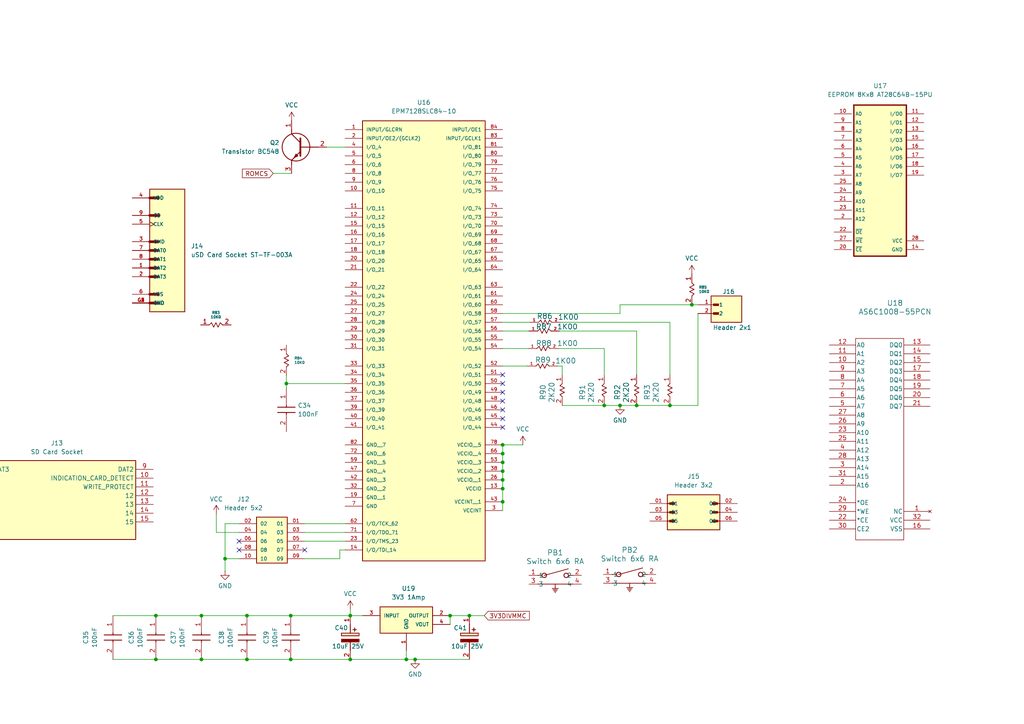
<source format=kicad_sch>
(kicad_sch
	(version 20250114)
	(generator "eeschema")
	(generator_version "9.0")
	(uuid "aec3e7b4-ea46-49e3-85e3-3df26e54c165")
	(paper "A4")
	(lib_symbols
		(symbol "Max128_Issue5:1010070864"
			(exclude_from_sim no)
			(in_bom yes)
			(on_board yes)
			(property "Reference" "J"
				(at 52.07 7.62 0)
				(effects
					(font
						(size 1.27 1.27)
					)
					(justify left top)
				)
			)
			(property "Value" "SD Card Socket"
				(at 52.07 5.08 0)
				(effects
					(font
						(size 1.27 1.27)
					)
					(justify left top)
				)
			)
			(property "Footprint" "Mod:1010070864"
				(at 52.07 -94.92 0)
				(effects
					(font
						(size 1.27 1.27)
					)
					(justify left top)
					(hide yes)
				)
			)
			(property "Datasheet" ""
				(at 0 0 0)
				(effects
					(font
						(size 1.27 1.27)
					)
					(hide yes)
				)
			)
			(property "Description" ""
				(at 0 0 0)
				(effects
					(font
						(size 1.27 1.27)
					)
					(hide yes)
				)
			)
			(symbol "1010070864_1_1"
				(rectangle
					(start 5.08 2.54)
					(end 50.8 -20.32)
					(stroke
						(width 0.254)
						(type default)
					)
					(fill
						(type background)
					)
				)
				(pin passive line
					(at 0 0 0)
					(length 5.08)
					(name "CD/DAT3"
						(effects
							(font
								(size 1.27 1.27)
							)
						)
					)
					(number "1"
						(effects
							(font
								(size 1.27 1.27)
							)
						)
					)
				)
				(pin passive line
					(at 0 -2.54 0)
					(length 5.08)
					(name "CMD"
						(effects
							(font
								(size 1.27 1.27)
							)
						)
					)
					(number "2"
						(effects
							(font
								(size 1.27 1.27)
							)
						)
					)
				)
				(pin passive line
					(at 0 -5.08 0)
					(length 5.08)
					(name "VSS1"
						(effects
							(font
								(size 1.27 1.27)
							)
						)
					)
					(number "3"
						(effects
							(font
								(size 1.27 1.27)
							)
						)
					)
				)
				(pin passive line
					(at 0 -7.62 0)
					(length 5.08)
					(name "VDD"
						(effects
							(font
								(size 1.27 1.27)
							)
						)
					)
					(number "4"
						(effects
							(font
								(size 1.27 1.27)
							)
						)
					)
				)
				(pin passive line
					(at 0 -10.16 0)
					(length 5.08)
					(name "CLK"
						(effects
							(font
								(size 1.27 1.27)
							)
						)
					)
					(number "5"
						(effects
							(font
								(size 1.27 1.27)
							)
						)
					)
				)
				(pin passive line
					(at 0 -12.7 0)
					(length 5.08)
					(name "VSS2"
						(effects
							(font
								(size 1.27 1.27)
							)
						)
					)
					(number "6"
						(effects
							(font
								(size 1.27 1.27)
							)
						)
					)
				)
				(pin passive line
					(at 0 -15.24 0)
					(length 5.08)
					(name "DAT0"
						(effects
							(font
								(size 1.27 1.27)
							)
						)
					)
					(number "7"
						(effects
							(font
								(size 1.27 1.27)
							)
						)
					)
				)
				(pin passive line
					(at 0 -17.78 0)
					(length 5.08)
					(name "DAT1"
						(effects
							(font
								(size 1.27 1.27)
							)
						)
					)
					(number "8"
						(effects
							(font
								(size 1.27 1.27)
							)
						)
					)
				)
				(pin passive line
					(at 55.88 0 180)
					(length 5.08)
					(name "DAT2"
						(effects
							(font
								(size 1.27 1.27)
							)
						)
					)
					(number "9"
						(effects
							(font
								(size 1.27 1.27)
							)
						)
					)
				)
				(pin passive line
					(at 55.88 -2.54 180)
					(length 5.08)
					(name "INDICATION_CARD_DETECT"
						(effects
							(font
								(size 1.27 1.27)
							)
						)
					)
					(number "10"
						(effects
							(font
								(size 1.27 1.27)
							)
						)
					)
				)
				(pin passive line
					(at 55.88 -5.08 180)
					(length 5.08)
					(name "WRITE_PROTECT"
						(effects
							(font
								(size 1.27 1.27)
							)
						)
					)
					(number "11"
						(effects
							(font
								(size 1.27 1.27)
							)
						)
					)
				)
				(pin passive line
					(at 55.88 -7.62 180)
					(length 5.08)
					(name "12"
						(effects
							(font
								(size 1.27 1.27)
							)
						)
					)
					(number "12"
						(effects
							(font
								(size 1.27 1.27)
							)
						)
					)
				)
				(pin passive line
					(at 55.88 -10.16 180)
					(length 5.08)
					(name "13"
						(effects
							(font
								(size 1.27 1.27)
							)
						)
					)
					(number "13"
						(effects
							(font
								(size 1.27 1.27)
							)
						)
					)
				)
				(pin passive line
					(at 55.88 -12.7 180)
					(length 5.08)
					(name "14"
						(effects
							(font
								(size 1.27 1.27)
							)
						)
					)
					(number "14"
						(effects
							(font
								(size 1.27 1.27)
							)
						)
					)
				)
				(pin passive line
					(at 55.88 -15.24 180)
					(length 5.08)
					(name "15"
						(effects
							(font
								(size 1.27 1.27)
							)
						)
					)
					(number "15"
						(effects
							(font
								(size 1.27 1.27)
							)
						)
					)
				)
			)
			(embedded_fonts no)
		)
		(symbol "Max128_Issue5:10129381-906002BLF"
			(pin_names
				(offset 1.016)
			)
			(exclude_from_sim no)
			(in_bom yes)
			(on_board yes)
			(property "Reference" "J"
				(at -8.12 5.08 0)
				(effects
					(font
						(size 1.27 1.27)
					)
					(justify left bottom)
				)
			)
			(property "Value" "Header 3x2"
				(at -7.62 -7.62 0)
				(effects
					(font
						(size 1.27 1.27)
					)
					(justify left bottom)
				)
			)
			(property "Footprint" "Mod:AMPHENOL_10129381-906002BLF"
				(at 0 0 0)
				(effects
					(font
						(size 1.27 1.27)
					)
					(justify bottom)
					(hide yes)
				)
			)
			(property "Datasheet" ""
				(at 0 0 0)
				(effects
					(font
						(size 1.27 1.27)
					)
					(hide yes)
				)
			)
			(property "Description" ""
				(at 0 0 0)
				(effects
					(font
						(size 1.27 1.27)
					)
					(hide yes)
				)
			)
			(symbol "10129381-906002BLF_0_0"
				(polyline
					(pts
						(xy -7.62 2.54) (xy -5.715 2.54)
					)
					(stroke
						(width 0.254)
						(type default)
					)
					(fill
						(type none)
					)
				)
				(polyline
					(pts
						(xy -7.62 0) (xy -5.715 0)
					)
					(stroke
						(width 0.254)
						(type default)
					)
					(fill
						(type none)
					)
				)
				(polyline
					(pts
						(xy -7.62 -2.54) (xy -5.715 -2.54)
					)
					(stroke
						(width 0.254)
						(type default)
					)
					(fill
						(type none)
					)
				)
				(rectangle
					(start -7.62 -5.08)
					(end 7.62 5.08)
					(stroke
						(width 0.254)
						(type default)
					)
					(fill
						(type background)
					)
				)
				(rectangle
					(start -6.985 2.2225)
					(end -5.3975 2.8575)
					(stroke
						(width 0.1)
						(type default)
					)
					(fill
						(type outline)
					)
				)
				(rectangle
					(start -6.985 -0.3175)
					(end -5.3975 0.3175)
					(stroke
						(width 0.1)
						(type default)
					)
					(fill
						(type outline)
					)
				)
				(rectangle
					(start -6.985 -2.8575)
					(end -5.3975 -2.2225)
					(stroke
						(width 0.1)
						(type default)
					)
					(fill
						(type outline)
					)
				)
				(rectangle
					(start 6.985 2.2225)
					(end 5.3975 2.8575)
					(stroke
						(width 0.1)
						(type default)
					)
					(fill
						(type outline)
					)
				)
				(rectangle
					(start 6.985 -0.3175)
					(end 5.3975 0.3175)
					(stroke
						(width 0.1)
						(type default)
					)
					(fill
						(type outline)
					)
				)
				(rectangle
					(start 6.985 -2.8575)
					(end 5.3975 -2.2225)
					(stroke
						(width 0.1)
						(type default)
					)
					(fill
						(type outline)
					)
				)
				(polyline
					(pts
						(xy 7.62 2.54) (xy 5.715 2.54)
					)
					(stroke
						(width 0.254)
						(type default)
					)
					(fill
						(type none)
					)
				)
				(polyline
					(pts
						(xy 7.62 0) (xy 5.715 0)
					)
					(stroke
						(width 0.254)
						(type default)
					)
					(fill
						(type none)
					)
				)
				(polyline
					(pts
						(xy 7.62 -2.54) (xy 5.715 -2.54)
					)
					(stroke
						(width 0.254)
						(type default)
					)
					(fill
						(type none)
					)
				)
				(pin passive line
					(at -12.7 2.54 0)
					(length 5.08)
					(name "01"
						(effects
							(font
								(size 1.016 1.016)
							)
						)
					)
					(number "01"
						(effects
							(font
								(size 1.016 1.016)
							)
						)
					)
				)
				(pin passive line
					(at -12.7 0 0)
					(length 5.08)
					(name "03"
						(effects
							(font
								(size 1.016 1.016)
							)
						)
					)
					(number "03"
						(effects
							(font
								(size 1.016 1.016)
							)
						)
					)
				)
				(pin passive line
					(at -12.7 -2.54 0)
					(length 5.08)
					(name "05"
						(effects
							(font
								(size 1.016 1.016)
							)
						)
					)
					(number "05"
						(effects
							(font
								(size 1.016 1.016)
							)
						)
					)
				)
				(pin passive line
					(at 12.7 2.54 180)
					(length 5.08)
					(name "02"
						(effects
							(font
								(size 1.016 1.016)
							)
						)
					)
					(number "02"
						(effects
							(font
								(size 1.016 1.016)
							)
						)
					)
				)
				(pin passive line
					(at 12.7 0 180)
					(length 5.08)
					(name "04"
						(effects
							(font
								(size 1.016 1.016)
							)
						)
					)
					(number "04"
						(effects
							(font
								(size 1.016 1.016)
							)
						)
					)
				)
				(pin passive line
					(at 12.7 -2.54 180)
					(length 5.08)
					(name "06"
						(effects
							(font
								(size 1.016 1.016)
							)
						)
					)
					(number "06"
						(effects
							(font
								(size 1.016 1.016)
							)
						)
					)
				)
			)
			(embedded_fonts no)
		)
		(symbol "Max128_Issue5:10129381-910002BLF"
			(pin_names
				(offset 1.016)
			)
			(exclude_from_sim no)
			(in_bom yes)
			(on_board yes)
			(property "Reference" "J"
				(at -8.89 7.366 0)
				(effects
					(font
						(size 1.27 1.27)
					)
					(justify left bottom)
				)
			)
			(property "Value" "Header 5x2"
				(at -13.208 -8.128 0)
				(effects
					(font
						(size 1.27 1.27)
					)
					(justify left bottom)
				)
			)
			(property "Footprint" "Mod:AMPHENOL_10129381-910002BLF"
				(at -4.826 9.144 0)
				(effects
					(font
						(size 1.27 1.27)
					)
					(justify bottom)
					(hide yes)
				)
			)
			(property "Datasheet" ""
				(at 0 0 0)
				(effects
					(font
						(size 1.27 1.27)
					)
					(hide yes)
				)
			)
			(property "Description" "Header 5x2"
				(at 0 0 0)
				(effects
					(font
						(size 1.27 1.27)
					)
					(hide yes)
				)
			)
			(symbol "10129381-910002BLF_0_0"
				(rectangle
					(start -12.7 6.985)
					(end -3.81 -6.35)
					(stroke
						(width 0.254)
						(type default)
					)
					(fill
						(type background)
					)
				)
				(pin passive line
					(at -17.78 5.08 0)
					(length 5.08)
					(name "01"
						(effects
							(font
								(size 1.016 1.016)
							)
						)
					)
					(number "01"
						(effects
							(font
								(size 1.016 1.016)
							)
						)
					)
				)
				(pin passive line
					(at -17.78 2.54 0)
					(length 5.08)
					(name "03"
						(effects
							(font
								(size 1.016 1.016)
							)
						)
					)
					(number "03"
						(effects
							(font
								(size 1.016 1.016)
							)
						)
					)
				)
				(pin passive line
					(at -17.78 0 0)
					(length 5.08)
					(name "05"
						(effects
							(font
								(size 1.016 1.016)
							)
						)
					)
					(number "05"
						(effects
							(font
								(size 1.016 1.016)
							)
						)
					)
				)
				(pin passive line
					(at -17.78 -2.54 0)
					(length 5.08)
					(name "07"
						(effects
							(font
								(size 1.016 1.016)
							)
						)
					)
					(number "07"
						(effects
							(font
								(size 1.016 1.016)
							)
						)
					)
				)
				(pin passive line
					(at -17.78 -5.08 0)
					(length 5.08)
					(name "09"
						(effects
							(font
								(size 1.016 1.016)
							)
						)
					)
					(number "09"
						(effects
							(font
								(size 1.016 1.016)
							)
						)
					)
				)
				(pin passive line
					(at 1.27 5.08 180)
					(length 5.08)
					(name "02"
						(effects
							(font
								(size 1.016 1.016)
							)
						)
					)
					(number "02"
						(effects
							(font
								(size 1.016 1.016)
							)
						)
					)
				)
				(pin passive line
					(at 1.27 2.54 180)
					(length 5.08)
					(name "04"
						(effects
							(font
								(size 1.016 1.016)
							)
						)
					)
					(number "04"
						(effects
							(font
								(size 1.016 1.016)
							)
						)
					)
				)
				(pin passive line
					(at 1.27 0 180)
					(length 5.08)
					(name "06"
						(effects
							(font
								(size 1.016 1.016)
							)
						)
					)
					(number "06"
						(effects
							(font
								(size 1.016 1.016)
							)
						)
					)
				)
				(pin passive line
					(at 1.27 -2.54 180)
					(length 5.08)
					(name "08"
						(effects
							(font
								(size 1.016 1.016)
							)
						)
					)
					(number "08"
						(effects
							(font
								(size 1.016 1.016)
							)
						)
					)
				)
				(pin passive line
					(at 1.27 -5.08 180)
					(length 5.08)
					(name "10"
						(effects
							(font
								(size 1.016 1.016)
							)
						)
					)
					(number "10"
						(effects
							(font
								(size 1.016 1.016)
							)
						)
					)
				)
			)
			(embedded_fonts no)
		)
		(symbol "Max128_Issue5:2-1825027-0"
			(pin_names
				(offset 0.254)
			)
			(exclude_from_sim no)
			(in_bom yes)
			(on_board yes)
			(property "Reference" "SW"
				(at 7.62 3.81 0)
				(effects
					(font
						(size 1.524 1.524)
					)
				)
			)
			(property "Value" "Switch 6x6 RA"
				(at 0 0 0)
				(effects
					(font
						(size 1.524 1.524)
					)
				)
			)
			(property "Footprint" "Mod:SW2_1825027-G_TEC"
				(at 0 0 0)
				(effects
					(font
						(size 1.27 1.27)
						(italic yes)
					)
					(hide yes)
				)
			)
			(property "Datasheet" ""
				(at 0 0 0)
				(effects
					(font
						(size 1.27 1.27)
					)
					(hide yes)
				)
			)
			(property "Description" ""
				(at 0 0 0)
				(effects
					(font
						(size 1.27 1.27)
					)
					(hide yes)
				)
			)
			(symbol "2-1825027-0_0_1"
				(polyline
					(pts
						(xy 2.54 0) (xy 3.81 0)
					)
					(stroke
						(width 0.2032)
						(type default)
					)
					(fill
						(type none)
					)
				)
				(polyline
					(pts
						(xy 2.54 -2.54) (xy 12.7 -2.54)
					)
					(stroke
						(width 0.2032)
						(type default)
					)
					(fill
						(type none)
					)
				)
				(polyline
					(pts
						(xy 4.445 0) (xy 11.43 1.905)
					)
					(stroke
						(width 0.2032)
						(type default)
					)
					(fill
						(type none)
					)
				)
				(circle
					(center 4.445 0)
					(radius 0.635)
					(stroke
						(width 0.254)
						(type default)
					)
					(fill
						(type none)
					)
				)
				(polyline
					(pts
						(xy 6.731 -3.81) (xy 8.509 -3.81)
					)
					(stroke
						(width 0.2032)
						(type default)
					)
					(fill
						(type none)
					)
				)
				(polyline
					(pts
						(xy 6.985 -4.191) (xy 8.255 -4.191)
					)
					(stroke
						(width 0.2032)
						(type default)
					)
					(fill
						(type none)
					)
				)
				(polyline
					(pts
						(xy 7.239 -4.572) (xy 8.001 -4.572)
					)
					(stroke
						(width 0.2032)
						(type default)
					)
					(fill
						(type none)
					)
				)
				(polyline
					(pts
						(xy 7.493 -4.953) (xy 7.747 -4.953)
					)
					(stroke
						(width 0.2032)
						(type default)
					)
					(fill
						(type none)
					)
				)
				(polyline
					(pts
						(xy 7.62 -2.54) (xy 7.62 -3.81)
					)
					(stroke
						(width 0.2032)
						(type default)
					)
					(fill
						(type none)
					)
				)
				(circle
					(center 10.795 0)
					(radius 0.635)
					(stroke
						(width 0.254)
						(type default)
					)
					(fill
						(type none)
					)
				)
				(polyline
					(pts
						(xy 12.7 0) (xy 11.43 0)
					)
					(stroke
						(width 0.2032)
						(type default)
					)
					(fill
						(type none)
					)
				)
				(pin unspecified line
					(at 0 0 0)
					(length 2.54)
					(name "1"
						(effects
							(font
								(size 1.27 1.27)
							)
						)
					)
					(number "1"
						(effects
							(font
								(size 1.27 1.27)
							)
						)
					)
				)
				(pin unspecified line
					(at 0 -2.54 0)
					(length 2.54)
					(name "3"
						(effects
							(font
								(size 1.27 1.27)
							)
						)
					)
					(number "3"
						(effects
							(font
								(size 1.27 1.27)
							)
						)
					)
				)
				(pin unspecified line
					(at 15.24 0 180)
					(length 2.54)
					(name "2"
						(effects
							(font
								(size 1.27 1.27)
							)
						)
					)
					(number "2"
						(effects
							(font
								(size 1.27 1.27)
							)
						)
					)
				)
				(pin unspecified line
					(at 15.24 -2.54 180)
					(length 2.54)
					(name "4"
						(effects
							(font
								(size 1.27 1.27)
							)
						)
					)
					(number "4"
						(effects
							(font
								(size 1.27 1.27)
							)
						)
					)
				)
			)
			(embedded_fonts no)
		)
		(symbol "Max128_Issue5:AS6C1008-55PCN"
			(pin_names
				(offset 0.254)
			)
			(exclude_from_sim no)
			(in_bom yes)
			(on_board yes)
			(property "Reference" "U"
				(at 27.94 10.16 0)
				(effects
					(font
						(size 1.524 1.524)
					)
				)
			)
			(property "Value" "AS6C1008-55PCN"
				(at 27.94 7.62 0)
				(effects
					(font
						(size 1.524 1.524)
					)
				)
			)
			(property "Footprint" "Mod:PDIP-32_MIL600_ALL"
				(at 0 0 0)
				(effects
					(font
						(size 1.27 1.27)
						(italic yes)
					)
					(hide yes)
				)
			)
			(property "Datasheet" ""
				(at 0 0 0)
				(effects
					(font
						(size 1.27 1.27)
					)
					(hide yes)
				)
			)
			(property "Description" "SRAM 128Kx8"
				(at 0 0 0)
				(effects
					(font
						(size 1.27 1.27)
					)
					(hide yes)
				)
			)
			(symbol "AS6C1008-55PCN_0_1"
				(pin input line
					(at 8.89 -2.54 0)
					(length 7.62)
					(name "A0"
						(effects
							(font
								(size 1.27 1.27)
							)
						)
					)
					(number "12"
						(effects
							(font
								(size 1.27 1.27)
							)
						)
					)
				)
				(pin input line
					(at 8.89 -5.08 0)
					(length 7.62)
					(name "A1"
						(effects
							(font
								(size 1.27 1.27)
							)
						)
					)
					(number "11"
						(effects
							(font
								(size 1.27 1.27)
							)
						)
					)
				)
				(pin input line
					(at 8.89 -7.62 0)
					(length 7.62)
					(name "A2"
						(effects
							(font
								(size 1.27 1.27)
							)
						)
					)
					(number "10"
						(effects
							(font
								(size 1.27 1.27)
							)
						)
					)
				)
				(pin input line
					(at 8.89 -10.16 0)
					(length 7.62)
					(name "A3"
						(effects
							(font
								(size 1.27 1.27)
							)
						)
					)
					(number "9"
						(effects
							(font
								(size 1.27 1.27)
							)
						)
					)
				)
				(pin input line
					(at 8.89 -12.7 0)
					(length 7.62)
					(name "A4"
						(effects
							(font
								(size 1.27 1.27)
							)
						)
					)
					(number "8"
						(effects
							(font
								(size 1.27 1.27)
							)
						)
					)
				)
				(pin input line
					(at 8.89 -15.24 0)
					(length 7.62)
					(name "A5"
						(effects
							(font
								(size 1.27 1.27)
							)
						)
					)
					(number "7"
						(effects
							(font
								(size 1.27 1.27)
							)
						)
					)
				)
				(pin input line
					(at 8.89 -17.78 0)
					(length 7.62)
					(name "A6"
						(effects
							(font
								(size 1.27 1.27)
							)
						)
					)
					(number "6"
						(effects
							(font
								(size 1.27 1.27)
							)
						)
					)
				)
				(pin input line
					(at 8.89 -20.32 0)
					(length 7.62)
					(name "A7"
						(effects
							(font
								(size 1.27 1.27)
							)
						)
					)
					(number "5"
						(effects
							(font
								(size 1.27 1.27)
							)
						)
					)
				)
				(pin input line
					(at 8.89 -22.86 0)
					(length 7.62)
					(name "A8"
						(effects
							(font
								(size 1.27 1.27)
							)
						)
					)
					(number "27"
						(effects
							(font
								(size 1.27 1.27)
							)
						)
					)
				)
				(pin input line
					(at 8.89 -25.4 0)
					(length 7.62)
					(name "A9"
						(effects
							(font
								(size 1.27 1.27)
							)
						)
					)
					(number "26"
						(effects
							(font
								(size 1.27 1.27)
							)
						)
					)
				)
				(pin input line
					(at 8.89 -27.94 0)
					(length 7.62)
					(name "A10"
						(effects
							(font
								(size 1.27 1.27)
							)
						)
					)
					(number "23"
						(effects
							(font
								(size 1.27 1.27)
							)
						)
					)
				)
				(pin input line
					(at 8.89 -30.48 0)
					(length 7.62)
					(name "A11"
						(effects
							(font
								(size 1.27 1.27)
							)
						)
					)
					(number "25"
						(effects
							(font
								(size 1.27 1.27)
							)
						)
					)
				)
				(pin input line
					(at 8.89 -33.02 0)
					(length 7.62)
					(name "A12"
						(effects
							(font
								(size 1.27 1.27)
							)
						)
					)
					(number "4"
						(effects
							(font
								(size 1.27 1.27)
							)
						)
					)
				)
				(pin input line
					(at 8.89 -35.56 0)
					(length 7.62)
					(name "A13"
						(effects
							(font
								(size 1.27 1.27)
							)
						)
					)
					(number "28"
						(effects
							(font
								(size 1.27 1.27)
							)
						)
					)
				)
				(pin input line
					(at 8.89 -38.1 0)
					(length 7.62)
					(name "A14"
						(effects
							(font
								(size 1.27 1.27)
							)
						)
					)
					(number "3"
						(effects
							(font
								(size 1.27 1.27)
							)
						)
					)
				)
				(pin input line
					(at 8.89 -40.64 0)
					(length 7.62)
					(name "A15"
						(effects
							(font
								(size 1.27 1.27)
							)
						)
					)
					(number "31"
						(effects
							(font
								(size 1.27 1.27)
							)
						)
					)
				)
				(pin input line
					(at 8.89 -43.18 0)
					(length 7.62)
					(name "A16"
						(effects
							(font
								(size 1.27 1.27)
							)
						)
					)
					(number "2"
						(effects
							(font
								(size 1.27 1.27)
							)
						)
					)
				)
				(pin bidirectional line
					(at 8.89 -48.26 0)
					(length 7.62)
					(name "*OE"
						(effects
							(font
								(size 1.27 1.27)
							)
						)
					)
					(number "24"
						(effects
							(font
								(size 1.27 1.27)
							)
						)
					)
				)
				(pin input line
					(at 8.89 -50.8 0)
					(length 7.62)
					(name "*WE"
						(effects
							(font
								(size 1.27 1.27)
							)
						)
					)
					(number "29"
						(effects
							(font
								(size 1.27 1.27)
							)
						)
					)
				)
				(pin input line
					(at 8.89 -53.34 0)
					(length 7.62)
					(name "*CE"
						(effects
							(font
								(size 1.27 1.27)
							)
						)
					)
					(number "22"
						(effects
							(font
								(size 1.27 1.27)
							)
						)
					)
				)
				(pin input line
					(at 8.89 -55.88 0)
					(length 7.62)
					(name "CE2"
						(effects
							(font
								(size 1.27 1.27)
							)
						)
					)
					(number "30"
						(effects
							(font
								(size 1.27 1.27)
							)
						)
					)
				)
				(pin bidirectional line
					(at 38.1 -2.54 180)
					(length 7.62)
					(name "DQ0"
						(effects
							(font
								(size 1.27 1.27)
							)
						)
					)
					(number "13"
						(effects
							(font
								(size 1.27 1.27)
							)
						)
					)
				)
				(pin bidirectional line
					(at 38.1 -5.08 180)
					(length 7.62)
					(name "DQ1"
						(effects
							(font
								(size 1.27 1.27)
							)
						)
					)
					(number "14"
						(effects
							(font
								(size 1.27 1.27)
							)
						)
					)
				)
				(pin bidirectional line
					(at 38.1 -7.62 180)
					(length 7.62)
					(name "DQ2"
						(effects
							(font
								(size 1.27 1.27)
							)
						)
					)
					(number "15"
						(effects
							(font
								(size 1.27 1.27)
							)
						)
					)
				)
				(pin bidirectional line
					(at 38.1 -10.16 180)
					(length 7.62)
					(name "DQ3"
						(effects
							(font
								(size 1.27 1.27)
							)
						)
					)
					(number "17"
						(effects
							(font
								(size 1.27 1.27)
							)
						)
					)
				)
				(pin bidirectional line
					(at 38.1 -12.7 180)
					(length 7.62)
					(name "DQ4"
						(effects
							(font
								(size 1.27 1.27)
							)
						)
					)
					(number "18"
						(effects
							(font
								(size 1.27 1.27)
							)
						)
					)
				)
				(pin bidirectional line
					(at 38.1 -15.24 180)
					(length 7.62)
					(name "DQ5"
						(effects
							(font
								(size 1.27 1.27)
							)
						)
					)
					(number "19"
						(effects
							(font
								(size 1.27 1.27)
							)
						)
					)
				)
				(pin bidirectional line
					(at 38.1 -17.78 180)
					(length 7.62)
					(name "DQ6"
						(effects
							(font
								(size 1.27 1.27)
							)
						)
					)
					(number "20"
						(effects
							(font
								(size 1.27 1.27)
							)
						)
					)
				)
				(pin bidirectional line
					(at 38.1 -20.32 180)
					(length 7.62)
					(name "DQ7"
						(effects
							(font
								(size 1.27 1.27)
							)
						)
					)
					(number "21"
						(effects
							(font
								(size 1.27 1.27)
							)
						)
					)
				)
				(pin no_connect line
					(at 38.1 -50.8 180)
					(length 7.62)
					(name "NC"
						(effects
							(font
								(size 1.27 1.27)
							)
						)
					)
					(number "1"
						(effects
							(font
								(size 1.27 1.27)
							)
						)
					)
				)
				(pin power_in line
					(at 38.1 -53.34 180)
					(length 7.62)
					(name "VCC"
						(effects
							(font
								(size 1.27 1.27)
							)
						)
					)
					(number "32"
						(effects
							(font
								(size 1.27 1.27)
							)
						)
					)
				)
				(pin power_in line
					(at 38.1 -55.88 180)
					(length 7.62)
					(name "VSS"
						(effects
							(font
								(size 1.27 1.27)
							)
						)
					)
					(number "16"
						(effects
							(font
								(size 1.27 1.27)
							)
						)
					)
				)
			)
			(symbol "AS6C1008-55PCN_1_1"
				(rectangle
					(start 16.51 -0.635)
					(end 30.48 -59.055)
					(stroke
						(width 0)
						(type default)
					)
					(fill
						(type none)
					)
				)
			)
			(embedded_fonts no)
		)
		(symbol "Max128_Issue5:AT28C64B-15PU"
			(pin_names
				(offset 1.016)
			)
			(exclude_from_sim no)
			(in_bom yes)
			(on_board yes)
			(property "Reference" "U"
				(at -12.7 26.4 0)
				(effects
					(font
						(size 1.27 1.27)
					)
					(justify left bottom)
				)
			)
			(property "Value" "EEPROM 8Kx8"
				(at -12.7 -29.4 0)
				(effects
					(font
						(size 1.27 1.27)
					)
					(justify left bottom)
				)
			)
			(property "Footprint" "Mod:DIP1555W45P254L3733H482Q28"
				(at 0 0 0)
				(effects
					(font
						(size 1.27 1.27)
					)
					(justify bottom)
					(hide yes)
				)
			)
			(property "Datasheet" ""
				(at 0 0 0)
				(effects
					(font
						(size 1.27 1.27)
					)
					(hide yes)
				)
			)
			(property "Description" "EEPROM 8Kx8"
				(at 0 0 0)
				(effects
					(font
						(size 1.27 1.27)
					)
					(hide yes)
				)
			)
			(symbol "AT28C64B-15PU_0_0"
				(rectangle
					(start -7.62 25.4)
					(end 7.62 -18.415)
					(stroke
						(width 0.41)
						(type default)
					)
					(fill
						(type background)
					)
				)
				(pin input line
					(at -13.335 22.86 0)
					(length 5.08)
					(name "A0"
						(effects
							(font
								(size 1.016 1.016)
							)
						)
					)
					(number "10"
						(effects
							(font
								(size 1.016 1.016)
							)
						)
					)
				)
				(pin input line
					(at -13.335 20.32 0)
					(length 5.08)
					(name "A1"
						(effects
							(font
								(size 1.016 1.016)
							)
						)
					)
					(number "9"
						(effects
							(font
								(size 1.016 1.016)
							)
						)
					)
				)
				(pin input line
					(at -13.335 17.78 0)
					(length 5.08)
					(name "A2"
						(effects
							(font
								(size 1.016 1.016)
							)
						)
					)
					(number "8"
						(effects
							(font
								(size 1.016 1.016)
							)
						)
					)
				)
				(pin input line
					(at -13.335 15.24 0)
					(length 5.08)
					(name "A3"
						(effects
							(font
								(size 1.016 1.016)
							)
						)
					)
					(number "7"
						(effects
							(font
								(size 1.016 1.016)
							)
						)
					)
				)
				(pin input line
					(at -13.335 12.7 0)
					(length 5.08)
					(name "A4"
						(effects
							(font
								(size 1.016 1.016)
							)
						)
					)
					(number "6"
						(effects
							(font
								(size 1.016 1.016)
							)
						)
					)
				)
				(pin input line
					(at -13.335 10.16 0)
					(length 5.08)
					(name "A5"
						(effects
							(font
								(size 1.016 1.016)
							)
						)
					)
					(number "5"
						(effects
							(font
								(size 1.016 1.016)
							)
						)
					)
				)
				(pin input line
					(at -13.335 7.62 0)
					(length 5.08)
					(name "A6"
						(effects
							(font
								(size 1.016 1.016)
							)
						)
					)
					(number "4"
						(effects
							(font
								(size 1.016 1.016)
							)
						)
					)
				)
				(pin input line
					(at -13.335 5.08 0)
					(length 5.08)
					(name "A7"
						(effects
							(font
								(size 1.016 1.016)
							)
						)
					)
					(number "3"
						(effects
							(font
								(size 1.016 1.016)
							)
						)
					)
				)
				(pin input line
					(at -13.335 2.54 0)
					(length 5.08)
					(name "A8"
						(effects
							(font
								(size 1.016 1.016)
							)
						)
					)
					(number "25"
						(effects
							(font
								(size 1.016 1.016)
							)
						)
					)
				)
				(pin input line
					(at -13.335 0 0)
					(length 5.08)
					(name "A9"
						(effects
							(font
								(size 1.016 1.016)
							)
						)
					)
					(number "24"
						(effects
							(font
								(size 1.016 1.016)
							)
						)
					)
				)
				(pin input line
					(at -13.335 -2.54 0)
					(length 5.08)
					(name "A10"
						(effects
							(font
								(size 1.016 1.016)
							)
						)
					)
					(number "21"
						(effects
							(font
								(size 1.016 1.016)
							)
						)
					)
				)
				(pin input line
					(at -13.335 -5.08 0)
					(length 5.08)
					(name "A11"
						(effects
							(font
								(size 1.016 1.016)
							)
						)
					)
					(number "23"
						(effects
							(font
								(size 1.016 1.016)
							)
						)
					)
				)
				(pin input line
					(at -13.335 -7.62 0)
					(length 5.08)
					(name "A12"
						(effects
							(font
								(size 1.016 1.016)
							)
						)
					)
					(number "2"
						(effects
							(font
								(size 1.016 1.016)
							)
						)
					)
				)
				(pin input line
					(at -13.335 -11.43 0)
					(length 5.08)
					(name "~{OE}"
						(effects
							(font
								(size 1.016 1.016)
							)
						)
					)
					(number "22"
						(effects
							(font
								(size 1.016 1.016)
							)
						)
					)
				)
				(pin input line
					(at -13.335 -13.97 0)
					(length 5.08)
					(name "~{WE}"
						(effects
							(font
								(size 1.016 1.016)
							)
						)
					)
					(number "27"
						(effects
							(font
								(size 1.016 1.016)
							)
						)
					)
				)
				(pin input line
					(at -13.335 -16.51 0)
					(length 5.08)
					(name "~{CE}"
						(effects
							(font
								(size 1.016 1.016)
							)
						)
					)
					(number "20"
						(effects
							(font
								(size 1.016 1.016)
							)
						)
					)
				)
				(pin bidirectional line
					(at 12.7 22.86 180)
					(length 5.08)
					(name "I/O0"
						(effects
							(font
								(size 1.016 1.016)
							)
						)
					)
					(number "11"
						(effects
							(font
								(size 1.016 1.016)
							)
						)
					)
				)
				(pin bidirectional line
					(at 12.7 20.32 180)
					(length 5.08)
					(name "I/O1"
						(effects
							(font
								(size 1.016 1.016)
							)
						)
					)
					(number "12"
						(effects
							(font
								(size 1.016 1.016)
							)
						)
					)
				)
				(pin bidirectional line
					(at 12.7 17.78 180)
					(length 5.08)
					(name "I/O2"
						(effects
							(font
								(size 1.016 1.016)
							)
						)
					)
					(number "13"
						(effects
							(font
								(size 1.016 1.016)
							)
						)
					)
				)
				(pin bidirectional line
					(at 12.7 15.24 180)
					(length 5.08)
					(name "I/O3"
						(effects
							(font
								(size 1.016 1.016)
							)
						)
					)
					(number "15"
						(effects
							(font
								(size 1.016 1.016)
							)
						)
					)
				)
				(pin bidirectional line
					(at 12.7 12.7 180)
					(length 5.08)
					(name "I/O4"
						(effects
							(font
								(size 1.016 1.016)
							)
						)
					)
					(number "16"
						(effects
							(font
								(size 1.016 1.016)
							)
						)
					)
				)
				(pin bidirectional line
					(at 12.7 10.16 180)
					(length 5.08)
					(name "I/O5"
						(effects
							(font
								(size 1.016 1.016)
							)
						)
					)
					(number "17"
						(effects
							(font
								(size 1.016 1.016)
							)
						)
					)
				)
				(pin bidirectional line
					(at 12.7 7.62 180)
					(length 5.08)
					(name "I/O6"
						(effects
							(font
								(size 1.016 1.016)
							)
						)
					)
					(number "18"
						(effects
							(font
								(size 1.016 1.016)
							)
						)
					)
				)
				(pin bidirectional line
					(at 12.7 5.08 180)
					(length 5.08)
					(name "I/O7"
						(effects
							(font
								(size 1.016 1.016)
							)
						)
					)
					(number "19"
						(effects
							(font
								(size 1.016 1.016)
							)
						)
					)
				)
				(pin power_in line
					(at 12.7 -13.97 180)
					(length 5.08)
					(name "VCC"
						(effects
							(font
								(size 1.016 1.016)
							)
						)
					)
					(number "28"
						(effects
							(font
								(size 1.016 1.016)
							)
						)
					)
				)
				(pin power_in line
					(at 12.7 -16.51 180)
					(length 5.08)
					(name "GND"
						(effects
							(font
								(size 1.016 1.016)
							)
						)
					)
					(number "14"
						(effects
							(font
								(size 1.016 1.016)
							)
						)
					)
				)
			)
			(embedded_fonts no)
		)
		(symbol "Max128_Issue5:AZ1117IH-3.3TRG1"
			(pin_names
				(offset 1.016)
			)
			(exclude_from_sim no)
			(in_bom yes)
			(on_board yes)
			(property "Reference" "U"
				(at -1.524 10.16 0)
				(effects
					(font
						(size 1.27 1.27)
					)
					(justify left bottom)
				)
			)
			(property "Value" "3V3 1Amp"
				(at -4.318 8.128 0)
				(effects
					(font
						(size 1.27 1.27)
					)
					(justify left bottom)
				)
			)
			(property "Footprint" "Mod:SOT230P700X185-4N"
				(at 0 0 0)
				(effects
					(font
						(size 1.27 1.27)
					)
					(justify bottom)
					(hide yes)
				)
			)
			(property "Datasheet" ""
				(at 0 0 0)
				(effects
					(font
						(size 1.27 1.27)
					)
					(hide yes)
				)
			)
			(property "Description" "Voltage Regulator 3V3 1Amp"
				(at 0 0 0)
				(effects
					(font
						(size 1.27 1.27)
					)
					(hide yes)
				)
			)
			(symbol "AZ1117IH-3.3TRG1_0_0"
				(rectangle
					(start -7.62 7.62)
					(end 7.62 0)
					(stroke
						(width 0.254)
						(type default)
					)
					(fill
						(type background)
					)
				)
				(pin input line
					(at -12.7 5.08 0)
					(length 5.08)
					(name "INPUT"
						(effects
							(font
								(size 1.016 1.016)
							)
						)
					)
					(number "3"
						(effects
							(font
								(size 1.016 1.016)
							)
						)
					)
				)
				(pin power_in line
					(at 0 -5.08 90)
					(length 5.08)
					(name "GND"
						(effects
							(font
								(size 1.016 1.016)
							)
						)
					)
					(number "1"
						(effects
							(font
								(size 1.016 1.016)
							)
						)
					)
				)
				(pin output line
					(at 12.7 5.08 180)
					(length 5.08)
					(name "OUTPUT"
						(effects
							(font
								(size 1.016 1.016)
							)
						)
					)
					(number "2"
						(effects
							(font
								(size 1.016 1.016)
							)
						)
					)
				)
				(pin output line
					(at 12.7 2.54 180)
					(length 5.08)
					(name "VOUT"
						(effects
							(font
								(size 1.016 1.016)
							)
						)
					)
					(number "4"
						(effects
							(font
								(size 1.016 1.016)
							)
						)
					)
				)
			)
			(embedded_fonts no)
		)
		(symbol "Max128_Issue5:BC548BTA"
			(pin_names
				(hide yes)
			)
			(exclude_from_sim no)
			(in_bom yes)
			(on_board yes)
			(property "Reference" "Q"
				(at 13.97 1.27 0)
				(effects
					(font
						(size 1.27 1.27)
					)
					(justify left top)
				)
			)
			(property "Value" "Transistor BC548"
				(at 13.97 -1.27 0)
				(effects
					(font
						(size 1.27 1.27)
					)
					(justify left top)
				)
			)
			(property "Footprint" "Mod:BC548BTA"
				(at 13.97 -101.27 0)
				(effects
					(font
						(size 1.27 1.27)
					)
					(justify left top)
					(hide yes)
				)
			)
			(property "Datasheet" ""
				(at 0 0 0)
				(effects
					(font
						(size 1.27 1.27)
					)
					(hide yes)
				)
			)
			(property "Description" ""
				(at 0 0 0)
				(effects
					(font
						(size 1.27 1.27)
					)
					(hide yes)
				)
			)
			(symbol "BC548BTA_1_1"
				(polyline
					(pts
						(xy 2.54 0) (xy 7.62 0)
					)
					(stroke
						(width 0.254)
						(type default)
					)
					(fill
						(type none)
					)
				)
				(polyline
					(pts
						(xy 7.62 2.54) (xy 7.62 -2.54)
					)
					(stroke
						(width 0.508)
						(type default)
					)
					(fill
						(type none)
					)
				)
				(polyline
					(pts
						(xy 7.62 1.27) (xy 10.16 3.81)
					)
					(stroke
						(width 0.254)
						(type default)
					)
					(fill
						(type none)
					)
				)
				(polyline
					(pts
						(xy 7.62 -1.27) (xy 10.16 -3.81)
					)
					(stroke
						(width 0.254)
						(type default)
					)
					(fill
						(type none)
					)
				)
				(polyline
					(pts
						(xy 8.382 -2.54) (xy 8.89 -2.032) (xy 9.398 -3.048) (xy 8.382 -2.54)
					)
					(stroke
						(width 0.254)
						(type default)
					)
					(fill
						(type outline)
					)
				)
				(circle
					(center 8.89 0)
					(radius 4.016)
					(stroke
						(width 0.254)
						(type default)
					)
					(fill
						(type none)
					)
				)
				(polyline
					(pts
						(xy 10.16 3.81) (xy 10.16 5.08)
					)
					(stroke
						(width 0.254)
						(type default)
					)
					(fill
						(type none)
					)
				)
				(polyline
					(pts
						(xy 10.16 -3.81) (xy 10.16 -5.08)
					)
					(stroke
						(width 0.254)
						(type default)
					)
					(fill
						(type none)
					)
				)
				(pin passive line
					(at 0 0 0)
					(length 2.54)
					(name "B"
						(effects
							(font
								(size 1.27 1.27)
							)
						)
					)
					(number "2"
						(effects
							(font
								(size 1.27 1.27)
							)
						)
					)
				)
				(pin passive line
					(at 10.16 7.62 270)
					(length 2.54)
					(name "C"
						(effects
							(font
								(size 1.27 1.27)
							)
						)
					)
					(number "1"
						(effects
							(font
								(size 1.27 1.27)
							)
						)
					)
				)
				(pin passive line
					(at 10.16 -7.62 90)
					(length 2.54)
					(name "E"
						(effects
							(font
								(size 1.27 1.27)
							)
						)
					)
					(number "3"
						(effects
							(font
								(size 1.27 1.27)
							)
						)
					)
				)
			)
			(embedded_fonts no)
		)
		(symbol "Max128_Issue5:CF14JT10K0"
			(pin_names
				(offset 0.254)
			)
			(exclude_from_sim no)
			(in_bom yes)
			(on_board yes)
			(property "Reference" "R"
				(at 3.048 1.27 0)
				(effects
					(font
						(size 0.762 0.762)
					)
				)
			)
			(property "Value" "10K0"
				(at 6.858 1.27 0)
				(effects
					(font
						(size 0.762 0.762)
					)
				)
			)
			(property "Footprint" "Mod:STA_CF14_STP"
				(at 0 0 0)
				(effects
					(font
						(size 0.762 0.762)
						(italic yes)
					)
					(hide yes)
				)
			)
			(property "Datasheet" ""
				(at 0 0 0)
				(effects
					(font
						(size 1.27 1.27)
					)
					(hide yes)
				)
			)
			(property "Description" "Resistor 10K0"
				(at 0 0 0)
				(effects
					(font
						(size 0.762 0.762)
					)
					(hide yes)
				)
			)
			(symbol "CF14JT10K0_1_1"
				(polyline
					(pts
						(xy 3.81 0) (xy 4.445 0.635)
					)
					(stroke
						(width 0.2032)
						(type default)
					)
					(fill
						(type none)
					)
				)
				(polyline
					(pts
						(xy 4.445 0.635) (xy 5.08 -0.635)
					)
					(stroke
						(width 0.2032)
						(type default)
					)
					(fill
						(type none)
					)
				)
				(polyline
					(pts
						(xy 5.08 -0.635) (xy 5.715 0.635)
					)
					(stroke
						(width 0.2032)
						(type default)
					)
					(fill
						(type none)
					)
				)
				(polyline
					(pts
						(xy 5.715 0.635) (xy 6.35 -0.635)
					)
					(stroke
						(width 0.2032)
						(type default)
					)
					(fill
						(type none)
					)
				)
				(polyline
					(pts
						(xy 6.35 -0.635) (xy 6.985 0.635)
					)
					(stroke
						(width 0.2032)
						(type default)
					)
					(fill
						(type none)
					)
				)
				(polyline
					(pts
						(xy 6.985 0.635) (xy 7.62 0)
					)
					(stroke
						(width 0.2032)
						(type default)
					)
					(fill
						(type none)
					)
				)
				(pin unspecified line
					(at 1.27 0 0)
					(length 2.54)
					(name ""
						(effects
							(font
								(size 1.27 1.27)
							)
						)
					)
					(number "1"
						(effects
							(font
								(size 1.27 1.27)
							)
						)
					)
				)
				(pin unspecified line
					(at 10.16 0 180)
					(length 2.54)
					(name ""
						(effects
							(font
								(size 1.27 1.27)
							)
						)
					)
					(number "2"
						(effects
							(font
								(size 1.27 1.27)
							)
						)
					)
				)
			)
			(symbol "CF14JT10K0_1_2"
				(polyline
					(pts
						(xy -1.27 8.255) (xy 1.27 9.525)
					)
					(stroke
						(width 0.2032)
						(type default)
					)
					(fill
						(type none)
					)
				)
				(polyline
					(pts
						(xy -1.27 5.715) (xy 1.27 6.985)
					)
					(stroke
						(width 0.2032)
						(type default)
					)
					(fill
						(type none)
					)
				)
				(polyline
					(pts
						(xy -1.27 3.175) (xy 1.27 4.445)
					)
					(stroke
						(width 0.2032)
						(type default)
					)
					(fill
						(type none)
					)
				)
				(polyline
					(pts
						(xy 0 2.54) (xy -1.27 3.175)
					)
					(stroke
						(width 0.2032)
						(type default)
					)
					(fill
						(type none)
					)
				)
				(polyline
					(pts
						(xy 1.27 9.525) (xy 0 10.16)
					)
					(stroke
						(width 0.2032)
						(type default)
					)
					(fill
						(type none)
					)
				)
				(polyline
					(pts
						(xy 1.27 6.985) (xy -1.27 8.255)
					)
					(stroke
						(width 0.2032)
						(type default)
					)
					(fill
						(type none)
					)
				)
				(polyline
					(pts
						(xy 1.27 4.445) (xy -1.27 5.715)
					)
					(stroke
						(width 0.2032)
						(type default)
					)
					(fill
						(type none)
					)
				)
				(pin unspecified line
					(at 0 12.7 270)
					(length 2.54)
					(name ""
						(effects
							(font
								(size 1.27 1.27)
							)
						)
					)
					(number "1"
						(effects
							(font
								(size 1.27 1.27)
							)
						)
					)
				)
				(pin unspecified line
					(at 0 0 90)
					(length 2.54)
					(name ""
						(effects
							(font
								(size 1.27 1.27)
							)
						)
					)
					(number "2"
						(effects
							(font
								(size 1.27 1.27)
							)
						)
					)
				)
			)
			(embedded_fonts no)
		)
		(symbol "Max128_Issue5:CF14JT1K00"
			(pin_names
				(offset 0.254)
			)
			(exclude_from_sim no)
			(in_bom yes)
			(on_board yes)
			(property "Reference" "R"
				(at 3.048 1.27 0)
				(effects
					(font
						(size 0.762 0.762)
					)
				)
			)
			(property "Value" "1K00"
				(at 6.858 1.27 0)
				(effects
					(font
						(size 0.762 0.762)
					)
				)
			)
			(property "Footprint" "Mod:STA_CF14_STP"
				(at 4.572 -1.016 0)
				(effects
					(font
						(size 0.762 0.762)
						(italic yes)
					)
					(hide yes)
				)
			)
			(property "Datasheet" ""
				(at 0 0 0)
				(effects
					(font
						(size 1.27 1.27)
					)
					(hide yes)
				)
			)
			(property "Description" "1K00"
				(at 6.858 2.286 0)
				(effects
					(font
						(size 0.762 0.762)
					)
					(hide yes)
				)
			)
			(symbol "CF14JT1K00_1_1"
				(polyline
					(pts
						(xy 3.81 0) (xy 4.445 0.635)
					)
					(stroke
						(width 0.2032)
						(type default)
					)
					(fill
						(type none)
					)
				)
				(polyline
					(pts
						(xy 4.445 0.635) (xy 5.08 -0.635)
					)
					(stroke
						(width 0.2032)
						(type default)
					)
					(fill
						(type none)
					)
				)
				(polyline
					(pts
						(xy 5.08 -0.635) (xy 5.715 0.635)
					)
					(stroke
						(width 0.2032)
						(type default)
					)
					(fill
						(type none)
					)
				)
				(polyline
					(pts
						(xy 5.715 0.635) (xy 6.35 -0.635)
					)
					(stroke
						(width 0.2032)
						(type default)
					)
					(fill
						(type none)
					)
				)
				(polyline
					(pts
						(xy 6.35 -0.635) (xy 6.985 0.635)
					)
					(stroke
						(width 0.2032)
						(type default)
					)
					(fill
						(type none)
					)
				)
				(polyline
					(pts
						(xy 6.985 0.635) (xy 7.62 0)
					)
					(stroke
						(width 0.2032)
						(type default)
					)
					(fill
						(type none)
					)
				)
				(pin unspecified line
					(at 1.27 0 0)
					(length 2.54)
					(name ""
						(effects
							(font
								(size 0.762 0.762)
							)
						)
					)
					(number "1"
						(effects
							(font
								(size 0.762 0.762)
							)
						)
					)
				)
				(pin unspecified line
					(at 10.16 0 180)
					(length 2.54)
					(name ""
						(effects
							(font
								(size 0.762 0.762)
							)
						)
					)
					(number "2"
						(effects
							(font
								(size 0.762 0.762)
							)
						)
					)
				)
			)
			(symbol "CF14JT1K00_1_2"
				(polyline
					(pts
						(xy -1.27 8.255) (xy 1.27 9.525)
					)
					(stroke
						(width 0.2032)
						(type default)
					)
					(fill
						(type none)
					)
				)
				(polyline
					(pts
						(xy -1.27 5.715) (xy 1.27 6.985)
					)
					(stroke
						(width 0.2032)
						(type default)
					)
					(fill
						(type none)
					)
				)
				(polyline
					(pts
						(xy -1.27 3.175) (xy 1.27 4.445)
					)
					(stroke
						(width 0.2032)
						(type default)
					)
					(fill
						(type none)
					)
				)
				(polyline
					(pts
						(xy 0 2.54) (xy -1.27 3.175)
					)
					(stroke
						(width 0.2032)
						(type default)
					)
					(fill
						(type none)
					)
				)
				(polyline
					(pts
						(xy 1.27 9.525) (xy 0 10.16)
					)
					(stroke
						(width 0.2032)
						(type default)
					)
					(fill
						(type none)
					)
				)
				(polyline
					(pts
						(xy 1.27 6.985) (xy -1.27 8.255)
					)
					(stroke
						(width 0.2032)
						(type default)
					)
					(fill
						(type none)
					)
				)
				(polyline
					(pts
						(xy 1.27 4.445) (xy -1.27 5.715)
					)
					(stroke
						(width 0.2032)
						(type default)
					)
					(fill
						(type none)
					)
				)
				(pin unspecified line
					(at 0 12.7 270)
					(length 2.54)
					(name ""
						(effects
							(font
								(size 1.27 1.27)
							)
						)
					)
					(number "1"
						(effects
							(font
								(size 1.27 1.27)
							)
						)
					)
				)
				(pin unspecified line
					(at 0 0 90)
					(length 2.54)
					(name ""
						(effects
							(font
								(size 1.27 1.27)
							)
						)
					)
					(number "2"
						(effects
							(font
								(size 1.27 1.27)
							)
						)
					)
				)
			)
			(embedded_fonts no)
		)
		(symbol "Max128_Issue5:CF14JT2K20"
			(pin_names
				(offset 0.254)
			)
			(exclude_from_sim no)
			(in_bom yes)
			(on_board yes)
			(property "Reference" "R"
				(at 3.048 1.27 0)
				(effects
					(font
						(size 0.762 0.762)
					)
				)
			)
			(property "Value" "2K20"
				(at 6.858 1.27 0)
				(effects
					(font
						(size 0.762 0.762)
					)
				)
			)
			(property "Footprint" "Mod:STA_CF14_STP"
				(at 4.572 -1.016 0)
				(effects
					(font
						(size 0.762 0.762)
						(italic yes)
					)
					(hide yes)
				)
			)
			(property "Datasheet" ""
				(at 0 0 0)
				(effects
					(font
						(size 1.27 1.27)
					)
					(hide yes)
				)
			)
			(property "Description" "2K20"
				(at 6.858 2.286 0)
				(effects
					(font
						(size 0.762 0.762)
					)
					(hide yes)
				)
			)
			(symbol "CF14JT2K20_1_1"
				(polyline
					(pts
						(xy 3.81 0) (xy 4.445 0.635)
					)
					(stroke
						(width 0.2032)
						(type default)
					)
					(fill
						(type none)
					)
				)
				(polyline
					(pts
						(xy 4.445 0.635) (xy 5.08 -0.635)
					)
					(stroke
						(width 0.2032)
						(type default)
					)
					(fill
						(type none)
					)
				)
				(polyline
					(pts
						(xy 5.08 -0.635) (xy 5.715 0.635)
					)
					(stroke
						(width 0.2032)
						(type default)
					)
					(fill
						(type none)
					)
				)
				(polyline
					(pts
						(xy 5.715 0.635) (xy 6.35 -0.635)
					)
					(stroke
						(width 0.2032)
						(type default)
					)
					(fill
						(type none)
					)
				)
				(polyline
					(pts
						(xy 6.35 -0.635) (xy 6.985 0.635)
					)
					(stroke
						(width 0.2032)
						(type default)
					)
					(fill
						(type none)
					)
				)
				(polyline
					(pts
						(xy 6.985 0.635) (xy 7.62 0)
					)
					(stroke
						(width 0.2032)
						(type default)
					)
					(fill
						(type none)
					)
				)
				(pin unspecified line
					(at 1.27 0 0)
					(length 2.54)
					(name ""
						(effects
							(font
								(size 1.27 1.27)
							)
						)
					)
					(number "1"
						(effects
							(font
								(size 1.27 1.27)
							)
						)
					)
				)
				(pin unspecified line
					(at 10.16 0 180)
					(length 2.54)
					(name ""
						(effects
							(font
								(size 1.27 1.27)
							)
						)
					)
					(number "2"
						(effects
							(font
								(size 1.27 1.27)
							)
						)
					)
				)
			)
			(symbol "CF14JT2K20_1_2"
				(polyline
					(pts
						(xy -1.27 8.255) (xy 1.27 9.525)
					)
					(stroke
						(width 0.2032)
						(type default)
					)
					(fill
						(type none)
					)
				)
				(polyline
					(pts
						(xy -1.27 5.715) (xy 1.27 6.985)
					)
					(stroke
						(width 0.2032)
						(type default)
					)
					(fill
						(type none)
					)
				)
				(polyline
					(pts
						(xy -1.27 3.175) (xy 1.27 4.445)
					)
					(stroke
						(width 0.2032)
						(type default)
					)
					(fill
						(type none)
					)
				)
				(polyline
					(pts
						(xy 0 2.54) (xy -1.27 3.175)
					)
					(stroke
						(width 0.2032)
						(type default)
					)
					(fill
						(type none)
					)
				)
				(polyline
					(pts
						(xy 1.27 9.525) (xy 0 10.16)
					)
					(stroke
						(width 0.2032)
						(type default)
					)
					(fill
						(type none)
					)
				)
				(polyline
					(pts
						(xy 1.27 6.985) (xy -1.27 8.255)
					)
					(stroke
						(width 0.2032)
						(type default)
					)
					(fill
						(type none)
					)
				)
				(polyline
					(pts
						(xy 1.27 4.445) (xy -1.27 5.715)
					)
					(stroke
						(width 0.2032)
						(type default)
					)
					(fill
						(type none)
					)
				)
				(pin unspecified line
					(at 0 12.7 270)
					(length 2.54)
					(name ""
						(effects
							(font
								(size 1.27 1.27)
							)
						)
					)
					(number "1"
						(effects
							(font
								(size 1.27 1.27)
							)
						)
					)
				)
				(pin unspecified line
					(at 0 0 90)
					(length 2.54)
					(name ""
						(effects
							(font
								(size 1.27 1.27)
							)
						)
					)
					(number "2"
						(effects
							(font
								(size 1.27 1.27)
							)
						)
					)
				)
			)
			(embedded_fonts no)
		)
		(symbol "Max128_Issue5:ECA-1EM100B"
			(pin_names
				(hide yes)
			)
			(exclude_from_sim no)
			(in_bom yes)
			(on_board yes)
			(property "Reference" "C"
				(at 8.89 6.35 0)
				(effects
					(font
						(size 1.27 1.27)
					)
					(justify left top)
				)
			)
			(property "Value" "ECA-1EM100B"
				(at 8.89 3.81 0)
				(effects
					(font
						(size 1.27 1.27)
					)
					(justify left top)
				)
			)
			(property "Footprint" "CAPPRD200W50D500H1100"
				(at 8.89 -96.19 0)
				(effects
					(font
						(size 1.27 1.27)
					)
					(justify left top)
					(hide yes)
				)
			)
			(property "Datasheet" "https://www.digikey.com/en/datasheets/panasonic-electronic-components/panasonic-electronic-components-ecaxxm-series-type-a"
				(at 8.89 -196.19 0)
				(effects
					(font
						(size 1.27 1.27)
					)
					(justify left top)
					(hide yes)
				)
			)
			(property "Description" "ECA-1EM100B - 10uF Aluminum Electrolytic Capacitors Radial"
				(at 0 0 0)
				(effects
					(font
						(size 1.27 1.27)
					)
					(hide yes)
				)
			)
			(property "Height" "11"
				(at 8.89 -396.19 0)
				(effects
					(font
						(size 1.27 1.27)
					)
					(justify left top)
					(hide yes)
				)
			)
			(property "Mouser Part Number" "667-ECA-1EM100B"
				(at 8.89 -496.19 0)
				(effects
					(font
						(size 1.27 1.27)
					)
					(justify left top)
					(hide yes)
				)
			)
			(property "Mouser Price/Stock" "https://www.mouser.co.uk/ProductDetail/Panasonic/ECA-1EM100B?qs=rMMd5vBiahrNyc2p3snNiw%3D%3D"
				(at 8.89 -596.19 0)
				(effects
					(font
						(size 1.27 1.27)
					)
					(justify left top)
					(hide yes)
				)
			)
			(property "Manufacturer_Name" "Panasonic"
				(at 8.89 -696.19 0)
				(effects
					(font
						(size 1.27 1.27)
					)
					(justify left top)
					(hide yes)
				)
			)
			(property "Manufacturer_Part_Number" "ECA-1EM100B"
				(at 8.89 -796.19 0)
				(effects
					(font
						(size 1.27 1.27)
					)
					(justify left top)
					(hide yes)
				)
			)
			(symbol "ECA-1EM100B_1_1"
				(polyline
					(pts
						(xy 2.54 0) (xy 5.08 0)
					)
					(stroke
						(width 0.254)
						(type default)
					)
					(fill
						(type none)
					)
				)
				(polyline
					(pts
						(xy 4.064 1.778) (xy 4.064 0.762)
					)
					(stroke
						(width 0.254)
						(type default)
					)
					(fill
						(type none)
					)
				)
				(polyline
					(pts
						(xy 4.572 1.27) (xy 3.556 1.27)
					)
					(stroke
						(width 0.254)
						(type default)
					)
					(fill
						(type none)
					)
				)
				(rectangle
					(start 5.08 2.54)
					(end 5.842 -2.54)
					(stroke
						(width 0.254)
						(type default)
					)
					(fill
						(type background)
					)
				)
				(polyline
					(pts
						(xy 7.62 2.54) (xy 7.62 -2.54) (xy 6.858 -2.54) (xy 6.858 2.54) (xy 7.62 2.54)
					)
					(stroke
						(width 0.254)
						(type default)
					)
					(fill
						(type outline)
					)
				)
				(polyline
					(pts
						(xy 7.62 0) (xy 10.16 0)
					)
					(stroke
						(width 0.254)
						(type default)
					)
					(fill
						(type none)
					)
				)
				(pin passive line
					(at 0 0 0)
					(length 2.54)
					(name "+"
						(effects
							(font
								(size 1.27 1.27)
							)
						)
					)
					(number "1"
						(effects
							(font
								(size 1.27 1.27)
							)
						)
					)
				)
				(pin passive line
					(at 12.7 0 180)
					(length 2.54)
					(name "-"
						(effects
							(font
								(size 1.27 1.27)
							)
						)
					)
					(number "2"
						(effects
							(font
								(size 1.27 1.27)
							)
						)
					)
				)
			)
			(embedded_fonts no)
		)
		(symbol "Max128_Issue5:EPM7128SLC84-10"
			(pin_names
				(offset 1.016)
			)
			(exclude_from_sim no)
			(in_bom yes)
			(on_board yes)
			(property "Reference" "U"
				(at -1.524 54.864 0)
				(effects
					(font
						(size 1.27 1.27)
					)
					(justify left bottom)
				)
			)
			(property "Value" "EPM7128SLC84-10"
				(at -8.89 -77.724 0)
				(effects
					(font
						(size 1.27 1.27)
					)
					(justify left bottom)
				)
			)
			(property "Footprint" "Mod:PLCC84AT"
				(at 0 0 0)
				(effects
					(font
						(size 1.27 1.27)
					)
					(justify bottom)
					(hide yes)
				)
			)
			(property "Datasheet" ""
				(at 0 0 0)
				(effects
					(font
						(size 1.27 1.27)
					)
					(hide yes)
				)
			)
			(property "Description" "EPM7128SLC-84 PLCC Footprint"
				(at 0 0 0)
				(effects
					(font
						(size 1.27 1.27)
					)
					(hide yes)
				)
			)
			(symbol "EPM7128SLC84-10_0_0"
				(rectangle
					(start -17.78 53.34)
					(end 17.78 -74.295)
					(stroke
						(width 0.254)
						(type default)
					)
					(fill
						(type background)
					)
				)
				(pin bidirectional line
					(at -22.86 50.8 0)
					(length 5.08)
					(name "INPUT/OE1"
						(effects
							(font
								(size 1.016 1.016)
							)
						)
					)
					(number "84"
						(effects
							(font
								(size 1.016 1.016)
							)
						)
					)
				)
				(pin bidirectional line
					(at -22.86 48.26 0)
					(length 5.08)
					(name "INPUT/GCLK1"
						(effects
							(font
								(size 1.016 1.016)
							)
						)
					)
					(number "83"
						(effects
							(font
								(size 1.016 1.016)
							)
						)
					)
				)
				(pin bidirectional line
					(at -22.86 45.72 0)
					(length 5.08)
					(name "I/O_81"
						(effects
							(font
								(size 1.016 1.016)
							)
						)
					)
					(number "81"
						(effects
							(font
								(size 1.016 1.016)
							)
						)
					)
				)
				(pin bidirectional line
					(at -22.86 43.18 0)
					(length 5.08)
					(name "I/O_80"
						(effects
							(font
								(size 1.016 1.016)
							)
						)
					)
					(number "80"
						(effects
							(font
								(size 1.016 1.016)
							)
						)
					)
				)
				(pin bidirectional line
					(at -22.86 40.64 0)
					(length 5.08)
					(name "I/O_79"
						(effects
							(font
								(size 1.016 1.016)
							)
						)
					)
					(number "79"
						(effects
							(font
								(size 1.016 1.016)
							)
						)
					)
				)
				(pin bidirectional line
					(at -22.86 38.1 0)
					(length 5.08)
					(name "I/O_77"
						(effects
							(font
								(size 1.016 1.016)
							)
						)
					)
					(number "77"
						(effects
							(font
								(size 1.016 1.016)
							)
						)
					)
				)
				(pin bidirectional line
					(at -22.86 35.56 0)
					(length 5.08)
					(name "I/O_76"
						(effects
							(font
								(size 1.016 1.016)
							)
						)
					)
					(number "76"
						(effects
							(font
								(size 1.016 1.016)
							)
						)
					)
				)
				(pin bidirectional line
					(at -22.86 33.02 0)
					(length 5.08)
					(name "I/O_75"
						(effects
							(font
								(size 1.016 1.016)
							)
						)
					)
					(number "75"
						(effects
							(font
								(size 1.016 1.016)
							)
						)
					)
				)
				(pin bidirectional line
					(at -22.86 27.94 0)
					(length 5.08)
					(name "I/O_74"
						(effects
							(font
								(size 1.016 1.016)
							)
						)
					)
					(number "74"
						(effects
							(font
								(size 1.016 1.016)
							)
						)
					)
				)
				(pin bidirectional line
					(at -22.86 25.4 0)
					(length 5.08)
					(name "I/O_73"
						(effects
							(font
								(size 1.016 1.016)
							)
						)
					)
					(number "73"
						(effects
							(font
								(size 1.016 1.016)
							)
						)
					)
				)
				(pin bidirectional line
					(at -22.86 22.86 0)
					(length 5.08)
					(name "I/O_70"
						(effects
							(font
								(size 1.016 1.016)
							)
						)
					)
					(number "70"
						(effects
							(font
								(size 1.016 1.016)
							)
						)
					)
				)
				(pin bidirectional line
					(at -22.86 20.32 0)
					(length 5.08)
					(name "I/O_69"
						(effects
							(font
								(size 1.016 1.016)
							)
						)
					)
					(number "69"
						(effects
							(font
								(size 1.016 1.016)
							)
						)
					)
				)
				(pin bidirectional line
					(at -22.86 17.78 0)
					(length 5.08)
					(name "I/O_68"
						(effects
							(font
								(size 1.016 1.016)
							)
						)
					)
					(number "68"
						(effects
							(font
								(size 1.016 1.016)
							)
						)
					)
				)
				(pin bidirectional line
					(at -22.86 15.24 0)
					(length 5.08)
					(name "I/O_67"
						(effects
							(font
								(size 1.016 1.016)
							)
						)
					)
					(number "67"
						(effects
							(font
								(size 1.016 1.016)
							)
						)
					)
				)
				(pin bidirectional line
					(at -22.86 12.7 0)
					(length 5.08)
					(name "I/O_65"
						(effects
							(font
								(size 1.016 1.016)
							)
						)
					)
					(number "65"
						(effects
							(font
								(size 1.016 1.016)
							)
						)
					)
				)
				(pin bidirectional line
					(at -22.86 10.16 0)
					(length 5.08)
					(name "I/O_64"
						(effects
							(font
								(size 1.016 1.016)
							)
						)
					)
					(number "64"
						(effects
							(font
								(size 1.016 1.016)
							)
						)
					)
				)
				(pin bidirectional line
					(at -22.86 5.08 0)
					(length 5.08)
					(name "I/O_63"
						(effects
							(font
								(size 1.016 1.016)
							)
						)
					)
					(number "63"
						(effects
							(font
								(size 1.016 1.016)
							)
						)
					)
				)
				(pin bidirectional line
					(at -22.86 2.54 0)
					(length 5.08)
					(name "I/O_61"
						(effects
							(font
								(size 1.016 1.016)
							)
						)
					)
					(number "61"
						(effects
							(font
								(size 1.016 1.016)
							)
						)
					)
				)
				(pin bidirectional line
					(at -22.86 0 0)
					(length 5.08)
					(name "I/O_60"
						(effects
							(font
								(size 1.016 1.016)
							)
						)
					)
					(number "60"
						(effects
							(font
								(size 1.016 1.016)
							)
						)
					)
				)
				(pin bidirectional line
					(at -22.86 -2.54 0)
					(length 5.08)
					(name "I/O_58"
						(effects
							(font
								(size 1.016 1.016)
							)
						)
					)
					(number "58"
						(effects
							(font
								(size 1.016 1.016)
							)
						)
					)
				)
				(pin bidirectional line
					(at -22.86 -5.08 0)
					(length 5.08)
					(name "I/O_57"
						(effects
							(font
								(size 1.016 1.016)
							)
						)
					)
					(number "57"
						(effects
							(font
								(size 1.016 1.016)
							)
						)
					)
				)
				(pin bidirectional line
					(at -22.86 -7.62 0)
					(length 5.08)
					(name "I/O_56"
						(effects
							(font
								(size 1.016 1.016)
							)
						)
					)
					(number "56"
						(effects
							(font
								(size 1.016 1.016)
							)
						)
					)
				)
				(pin bidirectional line
					(at -22.86 -10.16 0)
					(length 5.08)
					(name "I/O_55"
						(effects
							(font
								(size 1.016 1.016)
							)
						)
					)
					(number "55"
						(effects
							(font
								(size 1.016 1.016)
							)
						)
					)
				)
				(pin bidirectional line
					(at -22.86 -12.7 0)
					(length 5.08)
					(name "I/O_54"
						(effects
							(font
								(size 1.016 1.016)
							)
						)
					)
					(number "54"
						(effects
							(font
								(size 1.016 1.016)
							)
						)
					)
				)
				(pin bidirectional line
					(at -22.86 -17.78 0)
					(length 5.08)
					(name "I/O_52"
						(effects
							(font
								(size 1.016 1.016)
							)
						)
					)
					(number "52"
						(effects
							(font
								(size 1.016 1.016)
							)
						)
					)
				)
				(pin bidirectional line
					(at -22.86 -20.32 0)
					(length 5.08)
					(name "I/O_51"
						(effects
							(font
								(size 1.016 1.016)
							)
						)
					)
					(number "51"
						(effects
							(font
								(size 1.016 1.016)
							)
						)
					)
				)
				(pin bidirectional line
					(at -22.86 -22.86 0)
					(length 5.08)
					(name "I/O_50"
						(effects
							(font
								(size 1.016 1.016)
							)
						)
					)
					(number "50"
						(effects
							(font
								(size 1.016 1.016)
							)
						)
					)
				)
				(pin bidirectional line
					(at -22.86 -25.4 0)
					(length 5.08)
					(name "I/O_49"
						(effects
							(font
								(size 1.016 1.016)
							)
						)
					)
					(number "49"
						(effects
							(font
								(size 1.016 1.016)
							)
						)
					)
				)
				(pin bidirectional line
					(at -22.86 -27.94 0)
					(length 5.08)
					(name "I/O_48"
						(effects
							(font
								(size 1.016 1.016)
							)
						)
					)
					(number "48"
						(effects
							(font
								(size 1.016 1.016)
							)
						)
					)
				)
				(pin bidirectional line
					(at -22.86 -30.48 0)
					(length 5.08)
					(name "I/O_46"
						(effects
							(font
								(size 1.016 1.016)
							)
						)
					)
					(number "46"
						(effects
							(font
								(size 1.016 1.016)
							)
						)
					)
				)
				(pin bidirectional line
					(at -22.86 -33.02 0)
					(length 5.08)
					(name "I/O_45"
						(effects
							(font
								(size 1.016 1.016)
							)
						)
					)
					(number "45"
						(effects
							(font
								(size 1.016 1.016)
							)
						)
					)
				)
				(pin bidirectional line
					(at -22.86 -35.56 0)
					(length 5.08)
					(name "I/O_44"
						(effects
							(font
								(size 1.016 1.016)
							)
						)
					)
					(number "44"
						(effects
							(font
								(size 1.016 1.016)
							)
						)
					)
				)
				(pin power_in line
					(at -22.86 -40.64 0)
					(length 5.08)
					(name "VCCIO__5"
						(effects
							(font
								(size 1.016 1.016)
							)
						)
					)
					(number "78"
						(effects
							(font
								(size 1.016 1.016)
							)
						)
					)
				)
				(pin power_in line
					(at -22.86 -43.18 0)
					(length 5.08)
					(name "VCCIO__4"
						(effects
							(font
								(size 1.016 1.016)
							)
						)
					)
					(number "66"
						(effects
							(font
								(size 1.016 1.016)
							)
						)
					)
				)
				(pin power_in line
					(at -22.86 -45.72 0)
					(length 5.08)
					(name "VCCIO__3"
						(effects
							(font
								(size 1.016 1.016)
							)
						)
					)
					(number "53"
						(effects
							(font
								(size 1.016 1.016)
							)
						)
					)
				)
				(pin power_in line
					(at -22.86 -48.26 0)
					(length 5.08)
					(name "VCCIO__2"
						(effects
							(font
								(size 1.016 1.016)
							)
						)
					)
					(number "38"
						(effects
							(font
								(size 1.016 1.016)
							)
						)
					)
				)
				(pin power_in line
					(at -22.86 -50.8 0)
					(length 5.08)
					(name "VCCIO__1"
						(effects
							(font
								(size 1.016 1.016)
							)
						)
					)
					(number "26"
						(effects
							(font
								(size 1.016 1.016)
							)
						)
					)
				)
				(pin power_in line
					(at -22.86 -53.34 0)
					(length 5.08)
					(name "VCCIO"
						(effects
							(font
								(size 1.016 1.016)
							)
						)
					)
					(number "13"
						(effects
							(font
								(size 1.016 1.016)
							)
						)
					)
				)
				(pin power_in line
					(at -22.86 -57.15 0)
					(length 5.08)
					(name "VCCINT__1"
						(effects
							(font
								(size 1.016 1.016)
							)
						)
					)
					(number "43"
						(effects
							(font
								(size 1.016 1.016)
							)
						)
					)
				)
				(pin power_in line
					(at -22.86 -59.69 0)
					(length 5.08)
					(name "VCCINT"
						(effects
							(font
								(size 1.016 1.016)
							)
						)
					)
					(number "3"
						(effects
							(font
								(size 1.016 1.016)
							)
						)
					)
				)
				(pin bidirectional line
					(at 22.86 50.8 180)
					(length 5.08)
					(name "INPUT/GLCRN"
						(effects
							(font
								(size 1.016 1.016)
							)
						)
					)
					(number "1"
						(effects
							(font
								(size 1.016 1.016)
							)
						)
					)
				)
				(pin bidirectional line
					(at 22.86 48.26 180)
					(length 5.08)
					(name "INPUT/OE2/(GCLK2)"
						(effects
							(font
								(size 1.016 1.016)
							)
						)
					)
					(number "2"
						(effects
							(font
								(size 1.016 1.016)
							)
						)
					)
				)
				(pin bidirectional line
					(at 22.86 45.72 180)
					(length 5.08)
					(name "I/O_4"
						(effects
							(font
								(size 1.016 1.016)
							)
						)
					)
					(number "4"
						(effects
							(font
								(size 1.016 1.016)
							)
						)
					)
				)
				(pin bidirectional line
					(at 22.86 43.18 180)
					(length 5.08)
					(name "I/O_5"
						(effects
							(font
								(size 1.016 1.016)
							)
						)
					)
					(number "5"
						(effects
							(font
								(size 1.016 1.016)
							)
						)
					)
				)
				(pin bidirectional line
					(at 22.86 40.64 180)
					(length 5.08)
					(name "I/O_6"
						(effects
							(font
								(size 1.016 1.016)
							)
						)
					)
					(number "6"
						(effects
							(font
								(size 1.016 1.016)
							)
						)
					)
				)
				(pin bidirectional line
					(at 22.86 38.1 180)
					(length 5.08)
					(name "I/O_8"
						(effects
							(font
								(size 1.016 1.016)
							)
						)
					)
					(number "8"
						(effects
							(font
								(size 1.016 1.016)
							)
						)
					)
				)
				(pin bidirectional line
					(at 22.86 35.56 180)
					(length 5.08)
					(name "I/O_9"
						(effects
							(font
								(size 1.016 1.016)
							)
						)
					)
					(number "9"
						(effects
							(font
								(size 1.016 1.016)
							)
						)
					)
				)
				(pin bidirectional line
					(at 22.86 33.02 180)
					(length 5.08)
					(name "I/O_10"
						(effects
							(font
								(size 1.016 1.016)
							)
						)
					)
					(number "10"
						(effects
							(font
								(size 1.016 1.016)
							)
						)
					)
				)
				(pin bidirectional line
					(at 22.86 27.94 180)
					(length 5.08)
					(name "I/O_11"
						(effects
							(font
								(size 1.016 1.016)
							)
						)
					)
					(number "11"
						(effects
							(font
								(size 1.016 1.016)
							)
						)
					)
				)
				(pin bidirectional line
					(at 22.86 25.4 180)
					(length 5.08)
					(name "I/O_12"
						(effects
							(font
								(size 1.016 1.016)
							)
						)
					)
					(number "12"
						(effects
							(font
								(size 1.016 1.016)
							)
						)
					)
				)
				(pin bidirectional line
					(at 22.86 22.86 180)
					(length 5.08)
					(name "I/O_15"
						(effects
							(font
								(size 1.016 1.016)
							)
						)
					)
					(number "15"
						(effects
							(font
								(size 1.016 1.016)
							)
						)
					)
				)
				(pin bidirectional line
					(at 22.86 20.32 180)
					(length 5.08)
					(name "I/O_16"
						(effects
							(font
								(size 1.016 1.016)
							)
						)
					)
					(number "16"
						(effects
							(font
								(size 1.016 1.016)
							)
						)
					)
				)
				(pin bidirectional line
					(at 22.86 17.78 180)
					(length 5.08)
					(name "I/O_17"
						(effects
							(font
								(size 1.016 1.016)
							)
						)
					)
					(number "17"
						(effects
							(font
								(size 1.016 1.016)
							)
						)
					)
				)
				(pin bidirectional line
					(at 22.86 15.24 180)
					(length 5.08)
					(name "I/O_18"
						(effects
							(font
								(size 1.016 1.016)
							)
						)
					)
					(number "18"
						(effects
							(font
								(size 1.016 1.016)
							)
						)
					)
				)
				(pin bidirectional line
					(at 22.86 12.7 180)
					(length 5.08)
					(name "I/O_20"
						(effects
							(font
								(size 1.016 1.016)
							)
						)
					)
					(number "20"
						(effects
							(font
								(size 1.016 1.016)
							)
						)
					)
				)
				(pin bidirectional line
					(at 22.86 10.16 180)
					(length 5.08)
					(name "I/O_21"
						(effects
							(font
								(size 1.016 1.016)
							)
						)
					)
					(number "21"
						(effects
							(font
								(size 1.016 1.016)
							)
						)
					)
				)
				(pin bidirectional line
					(at 22.86 5.08 180)
					(length 5.08)
					(name "I/O_22"
						(effects
							(font
								(size 1.016 1.016)
							)
						)
					)
					(number "22"
						(effects
							(font
								(size 1.016 1.016)
							)
						)
					)
				)
				(pin bidirectional line
					(at 22.86 2.54 180)
					(length 5.08)
					(name "I/O_24"
						(effects
							(font
								(size 1.016 1.016)
							)
						)
					)
					(number "24"
						(effects
							(font
								(size 1.016 1.016)
							)
						)
					)
				)
				(pin bidirectional line
					(at 22.86 0 180)
					(length 5.08)
					(name "I/O_25"
						(effects
							(font
								(size 1.016 1.016)
							)
						)
					)
					(number "25"
						(effects
							(font
								(size 1.016 1.016)
							)
						)
					)
				)
				(pin bidirectional line
					(at 22.86 -2.54 180)
					(length 5.08)
					(name "I/O_27"
						(effects
							(font
								(size 1.016 1.016)
							)
						)
					)
					(number "27"
						(effects
							(font
								(size 1.016 1.016)
							)
						)
					)
				)
				(pin bidirectional line
					(at 22.86 -5.08 180)
					(length 5.08)
					(name "I/O_28"
						(effects
							(font
								(size 1.016 1.016)
							)
						)
					)
					(number "28"
						(effects
							(font
								(size 1.016 1.016)
							)
						)
					)
				)
				(pin bidirectional line
					(at 22.86 -7.62 180)
					(length 5.08)
					(name "I/O_29"
						(effects
							(font
								(size 1.016 1.016)
							)
						)
					)
					(number "29"
						(effects
							(font
								(size 1.016 1.016)
							)
						)
					)
				)
				(pin bidirectional line
					(at 22.86 -10.16 180)
					(length 5.08)
					(name "I/O_30"
						(effects
							(font
								(size 1.016 1.016)
							)
						)
					)
					(number "30"
						(effects
							(font
								(size 1.016 1.016)
							)
						)
					)
				)
				(pin bidirectional line
					(at 22.86 -12.7 180)
					(length 5.08)
					(name "I/O_31"
						(effects
							(font
								(size 1.016 1.016)
							)
						)
					)
					(number "31"
						(effects
							(font
								(size 1.016 1.016)
							)
						)
					)
				)
				(pin bidirectional line
					(at 22.86 -17.78 180)
					(length 5.08)
					(name "I/O_33"
						(effects
							(font
								(size 1.016 1.016)
							)
						)
					)
					(number "33"
						(effects
							(font
								(size 1.016 1.016)
							)
						)
					)
				)
				(pin bidirectional line
					(at 22.86 -20.32 180)
					(length 5.08)
					(name "I/O_34"
						(effects
							(font
								(size 1.016 1.016)
							)
						)
					)
					(number "34"
						(effects
							(font
								(size 1.016 1.016)
							)
						)
					)
				)
				(pin bidirectional line
					(at 22.86 -22.86 180)
					(length 5.08)
					(name "I/O_35"
						(effects
							(font
								(size 1.016 1.016)
							)
						)
					)
					(number "35"
						(effects
							(font
								(size 1.016 1.016)
							)
						)
					)
				)
				(pin bidirectional line
					(at 22.86 -25.4 180)
					(length 5.08)
					(name "I/O_36"
						(effects
							(font
								(size 1.016 1.016)
							)
						)
					)
					(number "36"
						(effects
							(font
								(size 1.016 1.016)
							)
						)
					)
				)
				(pin bidirectional line
					(at 22.86 -27.94 180)
					(length 5.08)
					(name "I/O_37"
						(effects
							(font
								(size 1.016 1.016)
							)
						)
					)
					(number "37"
						(effects
							(font
								(size 1.016 1.016)
							)
						)
					)
				)
				(pin bidirectional line
					(at 22.86 -30.48 180)
					(length 5.08)
					(name "I/O_39"
						(effects
							(font
								(size 1.016 1.016)
							)
						)
					)
					(number "39"
						(effects
							(font
								(size 1.016 1.016)
							)
						)
					)
				)
				(pin bidirectional line
					(at 22.86 -33.02 180)
					(length 5.08)
					(name "I/O_40"
						(effects
							(font
								(size 1.016 1.016)
							)
						)
					)
					(number "40"
						(effects
							(font
								(size 1.016 1.016)
							)
						)
					)
				)
				(pin bidirectional line
					(at 22.86 -35.56 180)
					(length 5.08)
					(name "I/O_41"
						(effects
							(font
								(size 1.016 1.016)
							)
						)
					)
					(number "41"
						(effects
							(font
								(size 1.016 1.016)
							)
						)
					)
				)
				(pin power_in line
					(at 22.86 -40.64 180)
					(length 5.08)
					(name "GND__7"
						(effects
							(font
								(size 1.016 1.016)
							)
						)
					)
					(number "82"
						(effects
							(font
								(size 1.016 1.016)
							)
						)
					)
				)
				(pin power_in line
					(at 22.86 -43.18 180)
					(length 5.08)
					(name "GND__6"
						(effects
							(font
								(size 1.016 1.016)
							)
						)
					)
					(number "72"
						(effects
							(font
								(size 1.016 1.016)
							)
						)
					)
				)
				(pin power_in line
					(at 22.86 -45.72 180)
					(length 5.08)
					(name "GND__5"
						(effects
							(font
								(size 1.016 1.016)
							)
						)
					)
					(number "59"
						(effects
							(font
								(size 1.016 1.016)
							)
						)
					)
				)
				(pin power_in line
					(at 22.86 -48.26 180)
					(length 5.08)
					(name "GND__4"
						(effects
							(font
								(size 1.016 1.016)
							)
						)
					)
					(number "47"
						(effects
							(font
								(size 1.016 1.016)
							)
						)
					)
				)
				(pin power_in line
					(at 22.86 -50.8 180)
					(length 5.08)
					(name "GND__3"
						(effects
							(font
								(size 1.016 1.016)
							)
						)
					)
					(number "42"
						(effects
							(font
								(size 1.016 1.016)
							)
						)
					)
				)
				(pin power_in line
					(at 22.86 -53.34 180)
					(length 5.08)
					(name "GND__2"
						(effects
							(font
								(size 1.016 1.016)
							)
						)
					)
					(number "32"
						(effects
							(font
								(size 1.016 1.016)
							)
						)
					)
				)
				(pin power_in line
					(at 22.86 -55.88 180)
					(length 5.08)
					(name "GND__1"
						(effects
							(font
								(size 1.016 1.016)
							)
						)
					)
					(number "19"
						(effects
							(font
								(size 1.016 1.016)
							)
						)
					)
				)
				(pin power_in line
					(at 22.86 -58.42 180)
					(length 5.08)
					(name "GND"
						(effects
							(font
								(size 1.016 1.016)
							)
						)
					)
					(number "7"
						(effects
							(font
								(size 1.016 1.016)
							)
						)
					)
				)
				(pin bidirectional line
					(at 22.86 -63.5 180)
					(length 5.08)
					(name "I/O/TCK_62"
						(effects
							(font
								(size 1.016 1.016)
							)
						)
					)
					(number "62"
						(effects
							(font
								(size 1.016 1.016)
							)
						)
					)
				)
				(pin bidirectional line
					(at 22.86 -66.04 180)
					(length 5.08)
					(name "I/O/TDO_71"
						(effects
							(font
								(size 1.016 1.016)
							)
						)
					)
					(number "71"
						(effects
							(font
								(size 1.016 1.016)
							)
						)
					)
				)
				(pin bidirectional line
					(at 22.86 -68.58 180)
					(length 5.08)
					(name "I/O/TMS_23"
						(effects
							(font
								(size 1.016 1.016)
							)
						)
					)
					(number "23"
						(effects
							(font
								(size 1.016 1.016)
							)
						)
					)
				)
				(pin bidirectional line
					(at 22.86 -71.12 180)
					(length 5.08)
					(name "I/O/TDI_14"
						(effects
							(font
								(size 1.016 1.016)
							)
						)
					)
					(number "14"
						(effects
							(font
								(size 1.016 1.016)
							)
						)
					)
				)
			)
			(embedded_fonts no)
		)
		(symbol "Max128_Issue5:K104Z15Y5VF5TL2"
			(pin_names
				(hide yes)
			)
			(exclude_from_sim no)
			(in_bom yes)
			(on_board yes)
			(property "Reference" "C"
				(at 8.89 6.35 0)
				(effects
					(font
						(size 1.27 1.27)
					)
					(justify left top)
				)
			)
			(property "Value" "K104Z15Y5VF5TL2"
				(at 8.89 3.81 0)
				(effects
					(font
						(size 1.27 1.27)
					)
					(justify left top)
				)
			)
			(property "Footprint" "K104K15X7RF53H5"
				(at 8.89 -96.19 0)
				(effects
					(font
						(size 1.27 1.27)
					)
					(justify left top)
					(hide yes)
				)
			)
			(property "Datasheet" ""
				(at 8.89 -196.19 0)
				(effects
					(font
						(size 1.27 1.27)
					)
					(justify left top)
					(hide yes)
				)
			)
			(property "Description" "Vishay K 100nF Ceramic Multilayer Capacitor, 100 V dc, +85C, Y5V Dielectric, +80 %, -20 %"
				(at 0 0 0)
				(effects
					(font
						(size 1.27 1.27)
					)
					(hide yes)
				)
			)
			(property "Height" ""
				(at 8.89 -396.19 0)
				(effects
					(font
						(size 1.27 1.27)
					)
					(justify left top)
					(hide yes)
				)
			)
			(property "Mouser Part Number" "594-K104Z15Y5VF5TL2"
				(at 8.89 -496.19 0)
				(effects
					(font
						(size 1.27 1.27)
					)
					(justify left top)
					(hide yes)
				)
			)
			(property "Mouser Price/Stock" "https://www.mouser.co.uk/ProductDetail/Vishay-BC-Components/K104Z15Y5VF5TL2?qs=8fb2TFeI5qG%252BXNQE4bq55w%3D%3D"
				(at 8.89 -596.19 0)
				(effects
					(font
						(size 1.27 1.27)
					)
					(justify left top)
					(hide yes)
				)
			)
			(property "Manufacturer_Name" "Vishay"
				(at 8.89 -696.19 0)
				(effects
					(font
						(size 1.27 1.27)
					)
					(justify left top)
					(hide yes)
				)
			)
			(property "Manufacturer_Part_Number" "K104Z15Y5VF5TL2"
				(at 8.89 -796.19 0)
				(effects
					(font
						(size 1.27 1.27)
					)
					(justify left top)
					(hide yes)
				)
			)
			(symbol "K104Z15Y5VF5TL2_1_1"
				(polyline
					(pts
						(xy 5.08 0) (xy 5.588 0)
					)
					(stroke
						(width 0.254)
						(type default)
					)
					(fill
						(type none)
					)
				)
				(polyline
					(pts
						(xy 5.588 2.54) (xy 5.588 -2.54)
					)
					(stroke
						(width 0.254)
						(type default)
					)
					(fill
						(type none)
					)
				)
				(polyline
					(pts
						(xy 7.112 2.54) (xy 7.112 -2.54)
					)
					(stroke
						(width 0.254)
						(type default)
					)
					(fill
						(type none)
					)
				)
				(polyline
					(pts
						(xy 7.112 0) (xy 7.62 0)
					)
					(stroke
						(width 0.254)
						(type default)
					)
					(fill
						(type none)
					)
				)
				(pin passive line
					(at 0 0 0)
					(length 5.08)
					(name "+"
						(effects
							(font
								(size 1.27 1.27)
							)
						)
					)
					(number "1"
						(effects
							(font
								(size 1.27 1.27)
							)
						)
					)
				)
				(pin passive line
					(at 12.7 0 180)
					(length 5.08)
					(name "-"
						(effects
							(font
								(size 1.27 1.27)
							)
						)
					)
					(number "2"
						(effects
							(font
								(size 1.27 1.27)
							)
						)
					)
				)
			)
			(embedded_fonts no)
		)
		(symbol "Max128_Issue5:M20-9990246"
			(pin_names
				(offset 1.016)
			)
			(exclude_from_sim no)
			(in_bom yes)
			(on_board yes)
			(property "Reference" "J"
				(at -5.08 5.842 0)
				(effects
					(font
						(size 1.27 1.27)
					)
					(justify left bottom)
				)
			)
			(property "Value" "M20-9990246"
				(at -5.08 -5.08 0)
				(effects
					(font
						(size 1.27 1.27)
					)
					(justify left bottom)
				)
			)
			(property "Footprint" "M20-9990246:HARWIN_M20-9990246"
				(at 0 0 0)
				(effects
					(font
						(size 1.27 1.27)
					)
					(justify bottom)
					(hide yes)
				)
			)
			(property "Datasheet" ""
				(at 0 0 0)
				(effects
					(font
						(size 1.27 1.27)
					)
					(hide yes)
				)
			)
			(property "Description" ""
				(at 0 0 0)
				(effects
					(font
						(size 1.27 1.27)
					)
					(hide yes)
				)
			)
			(property "PARTREV" "14"
				(at 0 0 0)
				(effects
					(font
						(size 1.27 1.27)
					)
					(justify bottom)
					(hide yes)
				)
			)
			(property "STANDARD" "Manufacturer Recommendations"
				(at 0 0 0)
				(effects
					(font
						(size 1.27 1.27)
					)
					(justify bottom)
					(hide yes)
				)
			)
			(property "MAXIMUM_PACKAGE_HEIGHT" "9.64mm"
				(at 0 0 0)
				(effects
					(font
						(size 1.27 1.27)
					)
					(justify bottom)
					(hide yes)
				)
			)
			(property "MANUFACTURER" "Harwin"
				(at 0 0 0)
				(effects
					(font
						(size 1.27 1.27)
					)
					(justify bottom)
					(hide yes)
				)
			)
			(symbol "M20-9990246_0_0"
				(rectangle
					(start -3.81 -2.54)
					(end 5.08 5.08)
					(stroke
						(width 0.254)
						(type default)
					)
					(fill
						(type background)
					)
				)
				(rectangle
					(start -3.175 2.2225)
					(end -1.5875 2.8575)
					(stroke
						(width 0.1)
						(type default)
					)
					(fill
						(type outline)
					)
				)
				(rectangle
					(start -3.175 -0.3175)
					(end -1.5875 0.3175)
					(stroke
						(width 0.1)
						(type default)
					)
					(fill
						(type outline)
					)
				)
				(pin passive line
					(at -7.62 2.54 0)
					(length 5.08)
					(name "1"
						(effects
							(font
								(size 1.016 1.016)
							)
						)
					)
					(number "1"
						(effects
							(font
								(size 1.016 1.016)
							)
						)
					)
				)
				(pin passive line
					(at -7.62 0 0)
					(length 5.08)
					(name "2"
						(effects
							(font
								(size 1.016 1.016)
							)
						)
					)
					(number "2"
						(effects
							(font
								(size 1.016 1.016)
							)
						)
					)
				)
			)
			(embedded_fonts no)
		)
		(symbol "Max128_Issue5:ST-TF-003A"
			(pin_names
				(offset 1.016)
			)
			(exclude_from_sim no)
			(in_bom yes)
			(on_board yes)
			(property "Reference" "J"
				(at 0 17.7943 0)
				(effects
					(font
						(size 1.27 1.27)
					)
					(justify left bottom)
				)
			)
			(property "Value" "uSD Card Socket ST-TF-003A"
				(at 0 -20.3492 0)
				(effects
					(font
						(size 1.27 1.27)
					)
					(justify left bottom)
				)
			)
			(property "Footprint" "Mod:SUNTECH_ST-TF-003A"
				(at 0 0 0)
				(effects
					(font
						(size 1.27 1.27)
					)
					(justify bottom)
					(hide yes)
				)
			)
			(property "Datasheet" ""
				(at 0 0 0)
				(effects
					(font
						(size 1.27 1.27)
					)
					(hide yes)
				)
			)
			(property "Description" ""
				(at 0 0 0)
				(effects
					(font
						(size 1.27 1.27)
					)
					(hide yes)
				)
			)
			(symbol "ST-TF-003A_0_0"
				(polyline
					(pts
						(xy 0 15.24) (xy 2.54 15.24)
					)
					(stroke
						(width 0.762)
						(type default)
					)
					(fill
						(type none)
					)
				)
				(polyline
					(pts
						(xy 0 10.16) (xy 2.54 10.16)
					)
					(stroke
						(width 0.762)
						(type default)
					)
					(fill
						(type none)
					)
				)
				(polyline
					(pts
						(xy 0 2.54) (xy 2.54 2.54)
					)
					(stroke
						(width 0.762)
						(type default)
					)
					(fill
						(type none)
					)
				)
				(polyline
					(pts
						(xy 0 0) (xy 2.54 0)
					)
					(stroke
						(width 0.762)
						(type default)
					)
					(fill
						(type none)
					)
				)
				(polyline
					(pts
						(xy 0 -2.54) (xy 2.54 -2.54)
					)
					(stroke
						(width 0.762)
						(type default)
					)
					(fill
						(type none)
					)
				)
				(polyline
					(pts
						(xy 0 -5.08) (xy 2.54 -5.08)
					)
					(stroke
						(width 0.762)
						(type default)
					)
					(fill
						(type none)
					)
				)
				(polyline
					(pts
						(xy 0 -7.62) (xy 2.54 -7.62)
					)
					(stroke
						(width 0.762)
						(type default)
					)
					(fill
						(type none)
					)
				)
				(polyline
					(pts
						(xy 0 -12.7) (xy 2.54 -12.7)
					)
					(stroke
						(width 0.762)
						(type default)
					)
					(fill
						(type none)
					)
				)
				(polyline
					(pts
						(xy 0 -15.24) (xy 2.54 -15.24)
					)
					(stroke
						(width 0.762)
						(type default)
					)
					(fill
						(type none)
					)
				)
				(rectangle
					(start 0 -17.78)
					(end 10.16 17.78)
					(stroke
						(width 0.254)
						(type default)
					)
					(fill
						(type background)
					)
				)
				(pin power_in line
					(at -5.08 15.24 0)
					(length 5.08)
					(name "VDD"
						(effects
							(font
								(size 1.016 1.016)
							)
						)
					)
					(number "4"
						(effects
							(font
								(size 1.016 1.016)
							)
						)
					)
				)
				(pin input line
					(at -5.08 10.16 0)
					(length 5.08)
					(name "CD"
						(effects
							(font
								(size 1.016 1.016)
							)
						)
					)
					(number "9"
						(effects
							(font
								(size 1.016 1.016)
							)
						)
					)
				)
				(pin input clock
					(at -5.08 7.62 0)
					(length 5.08)
					(name "CLK"
						(effects
							(font
								(size 1.016 1.016)
							)
						)
					)
					(number "5"
						(effects
							(font
								(size 1.016 1.016)
							)
						)
					)
				)
				(pin bidirectional line
					(at -5.08 2.54 0)
					(length 5.08)
					(name "CMD"
						(effects
							(font
								(size 1.016 1.016)
							)
						)
					)
					(number "3"
						(effects
							(font
								(size 1.016 1.016)
							)
						)
					)
				)
				(pin bidirectional line
					(at -5.08 0 0)
					(length 5.08)
					(name "DAT0"
						(effects
							(font
								(size 1.016 1.016)
							)
						)
					)
					(number "7"
						(effects
							(font
								(size 1.016 1.016)
							)
						)
					)
				)
				(pin bidirectional line
					(at -5.08 -2.54 0)
					(length 5.08)
					(name "DAT1"
						(effects
							(font
								(size 1.016 1.016)
							)
						)
					)
					(number "8"
						(effects
							(font
								(size 1.016 1.016)
							)
						)
					)
				)
				(pin bidirectional line
					(at -5.08 -5.08 0)
					(length 5.08)
					(name "DAT2"
						(effects
							(font
								(size 1.016 1.016)
							)
						)
					)
					(number "1"
						(effects
							(font
								(size 1.016 1.016)
							)
						)
					)
				)
				(pin bidirectional line
					(at -5.08 -7.62 0)
					(length 5.08)
					(name "DAT3"
						(effects
							(font
								(size 1.016 1.016)
							)
						)
					)
					(number "2"
						(effects
							(font
								(size 1.016 1.016)
							)
						)
					)
				)
				(pin passive line
					(at -5.08 -12.7 0)
					(length 5.08)
					(name "VSS"
						(effects
							(font
								(size 1.016 1.016)
							)
						)
					)
					(number "6"
						(effects
							(font
								(size 1.016 1.016)
							)
						)
					)
				)
				(pin passive line
					(at -5.08 -15.24 0)
					(length 5.08)
					(name "GND"
						(effects
							(font
								(size 1.016 1.016)
							)
						)
					)
					(number "G1"
						(effects
							(font
								(size 1.016 1.016)
							)
						)
					)
				)
				(pin passive line
					(at -5.08 -15.24 0)
					(length 5.08)
					(name "GND"
						(effects
							(font
								(size 1.016 1.016)
							)
						)
					)
					(number "G2"
						(effects
							(font
								(size 1.016 1.016)
							)
						)
					)
				)
				(pin passive line
					(at -5.08 -15.24 0)
					(length 5.08)
					(name "GND"
						(effects
							(font
								(size 1.016 1.016)
							)
						)
					)
					(number "G3"
						(effects
							(font
								(size 1.016 1.016)
							)
						)
					)
				)
				(pin passive line
					(at -5.08 -15.24 0)
					(length 5.08)
					(name "GND"
						(effects
							(font
								(size 1.016 1.016)
							)
						)
					)
					(number "G4"
						(effects
							(font
								(size 1.016 1.016)
							)
						)
					)
				)
			)
			(embedded_fonts no)
		)
		(symbol "power:GND"
			(power)
			(pin_numbers
				(hide yes)
			)
			(pin_names
				(offset 0)
				(hide yes)
			)
			(exclude_from_sim no)
			(in_bom yes)
			(on_board yes)
			(property "Reference" "#PWR"
				(at 0 -6.35 0)
				(effects
					(font
						(size 1.27 1.27)
					)
					(hide yes)
				)
			)
			(property "Value" "GND"
				(at 0 -3.81 0)
				(effects
					(font
						(size 1.27 1.27)
					)
				)
			)
			(property "Footprint" ""
				(at 0 0 0)
				(effects
					(font
						(size 1.27 1.27)
					)
					(hide yes)
				)
			)
			(property "Datasheet" ""
				(at 0 0 0)
				(effects
					(font
						(size 1.27 1.27)
					)
					(hide yes)
				)
			)
			(property "Description" "Power symbol creates a global label with name \"GND\" , ground"
				(at 0 0 0)
				(effects
					(font
						(size 1.27 1.27)
					)
					(hide yes)
				)
			)
			(property "ki_keywords" "global power"
				(at 0 0 0)
				(effects
					(font
						(size 1.27 1.27)
					)
					(hide yes)
				)
			)
			(symbol "GND_0_1"
				(polyline
					(pts
						(xy 0 0) (xy 0 -1.27) (xy 1.27 -1.27) (xy 0 -2.54) (xy -1.27 -1.27) (xy 0 -1.27)
					)
					(stroke
						(width 0)
						(type default)
					)
					(fill
						(type none)
					)
				)
			)
			(symbol "GND_1_1"
				(pin power_in line
					(at 0 0 270)
					(length 0)
					(name "~"
						(effects
							(font
								(size 1.27 1.27)
							)
						)
					)
					(number "1"
						(effects
							(font
								(size 1.27 1.27)
							)
						)
					)
				)
			)
			(embedded_fonts no)
		)
		(symbol "power:VCC"
			(power)
			(pin_numbers
				(hide yes)
			)
			(pin_names
				(offset 0)
				(hide yes)
			)
			(exclude_from_sim no)
			(in_bom yes)
			(on_board yes)
			(property "Reference" "#PWR"
				(at 0 -3.81 0)
				(effects
					(font
						(size 1.27 1.27)
					)
					(hide yes)
				)
			)
			(property "Value" "VCC"
				(at 0 3.556 0)
				(effects
					(font
						(size 1.27 1.27)
					)
				)
			)
			(property "Footprint" ""
				(at 0 0 0)
				(effects
					(font
						(size 1.27 1.27)
					)
					(hide yes)
				)
			)
			(property "Datasheet" ""
				(at 0 0 0)
				(effects
					(font
						(size 1.27 1.27)
					)
					(hide yes)
				)
			)
			(property "Description" "Power symbol creates a global label with name \"VCC\""
				(at 0 0 0)
				(effects
					(font
						(size 1.27 1.27)
					)
					(hide yes)
				)
			)
			(property "ki_keywords" "global power"
				(at 0 0 0)
				(effects
					(font
						(size 1.27 1.27)
					)
					(hide yes)
				)
			)
			(symbol "VCC_0_1"
				(polyline
					(pts
						(xy -0.762 1.27) (xy 0 2.54)
					)
					(stroke
						(width 0)
						(type default)
					)
					(fill
						(type none)
					)
				)
				(polyline
					(pts
						(xy 0 2.54) (xy 0.762 1.27)
					)
					(stroke
						(width 0)
						(type default)
					)
					(fill
						(type none)
					)
				)
				(polyline
					(pts
						(xy 0 0) (xy 0 2.54)
					)
					(stroke
						(width 0)
						(type default)
					)
					(fill
						(type none)
					)
				)
			)
			(symbol "VCC_1_1"
				(pin power_in line
					(at 0 0 90)
					(length 0)
					(name "~"
						(effects
							(font
								(size 1.27 1.27)
							)
						)
					)
					(number "1"
						(effects
							(font
								(size 1.27 1.27)
							)
						)
					)
				)
			)
			(embedded_fonts no)
		)
	)
	(junction
		(at 145.796 141.732)
		(diameter 0)
		(color 0 0 0 0)
		(uuid "0cb02423-82ca-49a9-8425-6e8130af56f0")
	)
	(junction
		(at 65.278 162.052)
		(diameter 0)
		(color 0 0 0 0)
		(uuid "1dac3f37-1e3f-4501-a82d-9442831f024f")
	)
	(junction
		(at 83.058 111.252)
		(diameter 0)
		(color 0 0 0 0)
		(uuid "2ba96d7f-2bb0-4e5f-8132-3142361e82ad")
	)
	(junction
		(at 145.796 131.572)
		(diameter 0)
		(color 0 0 0 0)
		(uuid "330b0b26-8cbb-4165-ac00-49bd7cca13db")
	)
	(junction
		(at 45.212 178.562)
		(diameter 0)
		(color 0 0 0 0)
		(uuid "402a3c7e-aacb-4e14-aeba-ee0631a6c15f")
	)
	(junction
		(at 58.42 191.262)
		(diameter 0)
		(color 0 0 0 0)
		(uuid "433621e6-ffa7-4729-a8eb-6a269f6b181d")
	)
	(junction
		(at 84.328 191.262)
		(diameter 0)
		(color 0 0 0 0)
		(uuid "5a8239cf-5c53-4b33-a407-83ff96e0516a")
	)
	(junction
		(at 45.212 191.262)
		(diameter 0)
		(color 0 0 0 0)
		(uuid "5c77fb03-c0fb-4d6f-89eb-481adcd2d894")
	)
	(junction
		(at 200.66 88.392)
		(diameter 0)
		(color 0 0 0 0)
		(uuid "60ddc649-2c57-48ac-9383-59ab85d62fa7")
	)
	(junction
		(at 179.832 117.602)
		(diameter 0)
		(color 0 0 0 0)
		(uuid "62ef4ccd-98a7-4ff7-872c-dbdc19bd4249")
	)
	(junction
		(at 71.628 191.262)
		(diameter 0)
		(color 0 0 0 0)
		(uuid "7964116c-41a1-4fd3-8cac-581f5a283847")
	)
	(junction
		(at 145.796 139.192)
		(diameter 0)
		(color 0 0 0 0)
		(uuid "8357ea7e-7c08-4feb-a585-ef75e14509d2")
	)
	(junction
		(at 136.144 178.562)
		(diameter 0)
		(color 0 0 0 0)
		(uuid "89904d9d-8f67-4c27-a103-e21b6dbb13a6")
	)
	(junction
		(at 71.628 178.562)
		(diameter 0)
		(color 0 0 0 0)
		(uuid "91627e90-447c-459c-9111-c9240170d4db")
	)
	(junction
		(at 101.6 178.562)
		(diameter 0)
		(color 0 0 0 0)
		(uuid "9719ea23-b241-4a1d-b2ee-4b4c252b5ecc")
	)
	(junction
		(at 120.396 191.262)
		(diameter 0)
		(color 0 0 0 0)
		(uuid "a37a63c7-79f3-4b0b-902b-6c24388751d8")
	)
	(junction
		(at 145.796 129.032)
		(diameter 0)
		(color 0 0 0 0)
		(uuid "be3e6d91-fb0c-4f41-be88-57163e2ac97d")
	)
	(junction
		(at 130.556 178.562)
		(diameter 0)
		(color 0 0 0 0)
		(uuid "c65ea314-c0f8-4add-bfb2-2b6d2e051052")
	)
	(junction
		(at 145.796 134.112)
		(diameter 0)
		(color 0 0 0 0)
		(uuid "c7179df8-f902-47f4-8130-a3be77705099")
	)
	(junction
		(at 117.856 191.262)
		(diameter 0)
		(color 0 0 0 0)
		(uuid "ca03cc3a-d674-4661-bd6f-f4c90ba10dac")
	)
	(junction
		(at 175.26 117.602)
		(diameter 0)
		(color 0 0 0 0)
		(uuid "d1d8a5a6-7737-4030-b4bc-d552f33293a5")
	)
	(junction
		(at 194.31 117.602)
		(diameter 0)
		(color 0 0 0 0)
		(uuid "d9520d10-2638-45c4-b7a6-9323b9f4a369")
	)
	(junction
		(at 84.328 178.562)
		(diameter 0)
		(color 0 0 0 0)
		(uuid "de32a717-6cb0-4eeb-aca4-0a684fe84bba")
	)
	(junction
		(at 58.42 178.562)
		(diameter 0)
		(color 0 0 0 0)
		(uuid "ee459fed-6fce-4e48-8f2a-5d315a2a2b3f")
	)
	(junction
		(at 184.658 117.602)
		(diameter 0)
		(color 0 0 0 0)
		(uuid "f1e1f708-ecdf-4e64-826a-0eadffd06b9d")
	)
	(junction
		(at 101.6 191.262)
		(diameter 0)
		(color 0 0 0 0)
		(uuid "f9e4c7a6-c9ad-42f7-89de-7ec8b967dd89")
	)
	(junction
		(at 145.796 145.542)
		(diameter 0)
		(color 0 0 0 0)
		(uuid "fde1a5f6-9f32-4a74-94b6-7a494f47ddab")
	)
	(junction
		(at 145.796 136.652)
		(diameter 0)
		(color 0 0 0 0)
		(uuid "fef0e415-7f9b-4a81-8262-017c57993587")
	)
	(no_connect
		(at 145.796 111.252)
		(uuid "1ff231f1-7ee7-412f-91af-9b23595f4492")
	)
	(no_connect
		(at 145.796 121.412)
		(uuid "4b8682b7-57de-4f0b-8575-2b91d9081659")
	)
	(no_connect
		(at 69.342 159.512)
		(uuid "56100cdb-a7b3-48b4-b515-7c43cffe1d9b")
	)
	(no_connect
		(at 69.342 156.972)
		(uuid "57862e08-fb52-4822-9974-38381952042f")
	)
	(no_connect
		(at 145.796 113.792)
		(uuid "aa5c5f4c-bcf4-47ed-bb9b-319f34cf20c6")
	)
	(no_connect
		(at 145.796 123.952)
		(uuid "b676e99a-b083-40bd-96e6-dd5e9fdf112b")
	)
	(no_connect
		(at 145.796 118.872)
		(uuid "c076c389-0d48-4eb5-b823-b44296208890")
	)
	(no_connect
		(at 145.796 108.712)
		(uuid "c51c9fdb-ce33-4c57-8a61-e8a160666f4a")
	)
	(no_connect
		(at 145.796 116.332)
		(uuid "cf2a0c06-1f42-4b05-aa43-2b7910d5f251")
	)
	(no_connect
		(at 88.392 159.512)
		(uuid "e8686219-be83-4579-ba27-5a0124d3d1d8")
	)
	(wire
		(pts
			(xy 140.462 178.562) (xy 136.144 178.562)
		)
		(stroke
			(width 0)
			(type default)
		)
		(uuid "01948099-9061-4f8d-b111-7397b1d7bdb4")
	)
	(wire
		(pts
			(xy 179.832 117.602) (xy 184.658 117.602)
		)
		(stroke
			(width 0)
			(type default)
		)
		(uuid "04f86daa-9991-49f5-a28c-e343f02f0d83")
	)
	(wire
		(pts
			(xy 145.796 141.732) (xy 145.796 145.542)
		)
		(stroke
			(width 0)
			(type default)
		)
		(uuid "083b9f2e-0990-4498-aa2d-90997f2b85ae")
	)
	(wire
		(pts
			(xy 202.438 90.932) (xy 202.438 117.602)
		)
		(stroke
			(width 0)
			(type default)
		)
		(uuid "091e287a-3182-42f5-a995-35d70a772484")
	)
	(wire
		(pts
			(xy 179.832 90.932) (xy 145.796 90.932)
		)
		(stroke
			(width 0)
			(type default)
		)
		(uuid "0b2c71f7-ed43-4497-ad2e-ac8c3ee78dbe")
	)
	(wire
		(pts
			(xy 145.796 106.172) (xy 152.908 106.172)
		)
		(stroke
			(width 0)
			(type default)
		)
		(uuid "0ddbb2f7-cbec-478b-b526-87bebb0d7b8f")
	)
	(wire
		(pts
			(xy 32.766 191.262) (xy 45.212 191.262)
		)
		(stroke
			(width 0)
			(type default)
		)
		(uuid "1080bff5-2d13-4eb2-9a69-c8c2cb782e1e")
	)
	(wire
		(pts
			(xy 32.766 178.562) (xy 45.212 178.562)
		)
		(stroke
			(width 0)
			(type default)
		)
		(uuid "19040ad4-ac3a-41c9-9df3-a2757ac5cff7")
	)
	(wire
		(pts
			(xy 100.076 151.892) (xy 88.392 151.892)
		)
		(stroke
			(width 0)
			(type default)
		)
		(uuid "1b3345a9-cf2b-4308-9f6b-72e8b2c9d4ed")
	)
	(wire
		(pts
			(xy 98.552 162.052) (xy 88.392 162.052)
		)
		(stroke
			(width 0)
			(type default)
		)
		(uuid "1b379055-18c8-4166-b698-4e795e4eae25")
	)
	(wire
		(pts
			(xy 184.658 96.012) (xy 184.658 108.712)
		)
		(stroke
			(width 0)
			(type default)
		)
		(uuid "1c568776-fee3-4ffe-a3f2-4ae599dcc617")
	)
	(wire
		(pts
			(xy 145.796 129.032) (xy 151.638 129.032)
		)
		(stroke
			(width 0)
			(type default)
		)
		(uuid "23dddee5-8a7a-431e-85e9-e51fa1856789")
	)
	(wire
		(pts
			(xy 130.556 178.562) (xy 136.144 178.562)
		)
		(stroke
			(width 0)
			(type default)
		)
		(uuid "275b6d24-34c2-4287-be16-9e438585cbb9")
	)
	(wire
		(pts
			(xy 45.212 178.562) (xy 58.42 178.562)
		)
		(stroke
			(width 0)
			(type default)
		)
		(uuid "32571e3f-cbca-4ab0-8cb6-38373cbe4d2e")
	)
	(wire
		(pts
			(xy 179.832 88.392) (xy 179.832 90.932)
		)
		(stroke
			(width 0)
			(type default)
		)
		(uuid "39241795-4938-47c8-bfc0-6ca8c1f986f2")
	)
	(wire
		(pts
			(xy 117.856 188.722) (xy 117.856 191.262)
		)
		(stroke
			(width 0)
			(type default)
		)
		(uuid "3bf66330-695a-42e8-b04e-177b7b3f23f2")
	)
	(wire
		(pts
			(xy 83.058 111.252) (xy 100.076 111.252)
		)
		(stroke
			(width 0)
			(type default)
		)
		(uuid "4154d03b-69bf-4c3f-8f19-34518b6407a8")
	)
	(wire
		(pts
			(xy 101.6 178.562) (xy 105.156 178.562)
		)
		(stroke
			(width 0)
			(type default)
		)
		(uuid "421e43d8-bc41-44d8-a989-4fd4c7b54150")
	)
	(wire
		(pts
			(xy 88.392 154.432) (xy 100.076 154.432)
		)
		(stroke
			(width 0)
			(type default)
		)
		(uuid "48c0eb22-4808-42c5-a24e-1f410296f4e7")
	)
	(wire
		(pts
			(xy 130.556 178.562) (xy 130.556 181.102)
		)
		(stroke
			(width 0)
			(type default)
		)
		(uuid "4a423fbc-2f8c-4016-a710-ae2b82ffb1c1")
	)
	(wire
		(pts
			(xy 120.396 191.262) (xy 117.856 191.262)
		)
		(stroke
			(width 0)
			(type default)
		)
		(uuid "4d0a5e05-8447-4f6c-9a6a-cb7a15e93f72")
	)
	(wire
		(pts
			(xy 194.31 93.472) (xy 194.31 108.712)
		)
		(stroke
			(width 0)
			(type default)
		)
		(uuid "50f2aa88-1b46-41a3-93bf-e7790d10bb51")
	)
	(wire
		(pts
			(xy 94.742 42.672) (xy 100.076 42.672)
		)
		(stroke
			(width 0)
			(type default)
		)
		(uuid "511f167d-7cb8-45dc-aa37-cdc4b50cae9c")
	)
	(wire
		(pts
			(xy 65.278 151.892) (xy 65.278 162.052)
		)
		(stroke
			(width 0)
			(type default)
		)
		(uuid "51b1f3c0-2981-4f20-b43b-9c848cda6481")
	)
	(wire
		(pts
			(xy 79.248 50.292) (xy 84.582 50.292)
		)
		(stroke
			(width 0)
			(type default)
		)
		(uuid "567eff8b-3d6a-4d43-a0df-805bc967af97")
	)
	(wire
		(pts
			(xy 162.052 101.092) (xy 175.26 101.092)
		)
		(stroke
			(width 0)
			(type default)
		)
		(uuid "59d4486d-228e-4234-9549-9ca4e5bef068")
	)
	(wire
		(pts
			(xy 58.42 191.262) (xy 71.628 191.262)
		)
		(stroke
			(width 0)
			(type default)
		)
		(uuid "5bca5601-3302-4c66-93c2-43b6d7fd3b45")
	)
	(wire
		(pts
			(xy 145.796 141.732) (xy 145.796 139.192)
		)
		(stroke
			(width 0)
			(type default)
		)
		(uuid "5d4aa012-6968-4ccb-8a19-1846ffbe477f")
	)
	(wire
		(pts
			(xy 71.628 178.562) (xy 84.328 178.562)
		)
		(stroke
			(width 0)
			(type default)
		)
		(uuid "6150c9dc-d601-4442-952e-09fd2144540d")
	)
	(wire
		(pts
			(xy 58.42 178.562) (xy 71.628 178.562)
		)
		(stroke
			(width 0)
			(type default)
		)
		(uuid "635d34dd-ecfc-4bc4-9315-ea0f50ff7626")
	)
	(wire
		(pts
			(xy 153.162 101.092) (xy 145.796 101.092)
		)
		(stroke
			(width 0)
			(type default)
		)
		(uuid "6eff858a-b60c-4f10-b315-03d56602919e")
	)
	(wire
		(pts
			(xy 145.796 96.012) (xy 153.416 96.012)
		)
		(stroke
			(width 0)
			(type default)
		)
		(uuid "722f5314-9793-438d-9631-6834fdc1afa3")
	)
	(wire
		(pts
			(xy 83.058 108.966) (xy 83.058 111.252)
		)
		(stroke
			(width 0)
			(type default)
		)
		(uuid "74773cd3-8669-406b-afa7-9498bcfb126c")
	)
	(wire
		(pts
			(xy 145.796 145.542) (xy 145.796 148.082)
		)
		(stroke
			(width 0)
			(type default)
		)
		(uuid "7e3791e6-1bb0-41f3-b88a-dfb085f80be6")
	)
	(wire
		(pts
			(xy 145.796 139.192) (xy 145.796 136.652)
		)
		(stroke
			(width 0)
			(type default)
		)
		(uuid "83359b3f-19e0-47a2-9d5f-5e5ab9c8a82b")
	)
	(wire
		(pts
			(xy 145.796 131.572) (xy 145.796 129.032)
		)
		(stroke
			(width 0)
			(type default)
		)
		(uuid "8afc7204-51ac-48c3-b626-2a4468c81d72")
	)
	(wire
		(pts
			(xy 62.738 149.098) (xy 62.738 154.432)
		)
		(stroke
			(width 0)
			(type default)
		)
		(uuid "8be79432-1d0d-4ccc-908e-82e7c990eddb")
	)
	(wire
		(pts
			(xy 100.076 159.512) (xy 98.552 159.512)
		)
		(stroke
			(width 0)
			(type default)
		)
		(uuid "8cb459e6-ecb1-42f8-95cc-9637f24ac028")
	)
	(wire
		(pts
			(xy 69.342 154.432) (xy 62.738 154.432)
		)
		(stroke
			(width 0)
			(type default)
		)
		(uuid "8e0da235-2acd-4cee-a1da-20d16c9e59d5")
	)
	(wire
		(pts
			(xy 184.658 117.602) (xy 194.31 117.602)
		)
		(stroke
			(width 0)
			(type default)
		)
		(uuid "8fccc69f-995a-49ce-b574-f27b58b863a2")
	)
	(wire
		(pts
			(xy 162.306 96.012) (xy 184.658 96.012)
		)
		(stroke
			(width 0)
			(type default)
		)
		(uuid "9378ce5b-fbf3-463c-bd09-558df7ff8a3a")
	)
	(wire
		(pts
			(xy 98.552 159.512) (xy 98.552 162.052)
		)
		(stroke
			(width 0)
			(type default)
		)
		(uuid "946df2a6-99b3-4c3b-9638-8c71a7109133")
	)
	(wire
		(pts
			(xy 65.278 162.052) (xy 69.342 162.052)
		)
		(stroke
			(width 0)
			(type default)
		)
		(uuid "94e583e6-60e4-472a-9aeb-25264472d10d")
	)
	(wire
		(pts
			(xy 136.144 191.262) (xy 120.396 191.262)
		)
		(stroke
			(width 0)
			(type default)
		)
		(uuid "96c5542a-4044-465a-8ae0-345d1036da73")
	)
	(wire
		(pts
			(xy 202.438 117.602) (xy 194.31 117.602)
		)
		(stroke
			(width 0)
			(type default)
		)
		(uuid "99cf4753-7430-4ad3-8599-66b72a2b6e05")
	)
	(wire
		(pts
			(xy 71.628 191.262) (xy 84.328 191.262)
		)
		(stroke
			(width 0)
			(type default)
		)
		(uuid "9bd1c23b-eab1-4fac-a2a1-5456d2b1ee2e")
	)
	(wire
		(pts
			(xy 88.392 156.972) (xy 100.076 156.972)
		)
		(stroke
			(width 0)
			(type default)
		)
		(uuid "9d624d1c-7337-45ce-86e4-4b0de029f708")
	)
	(wire
		(pts
			(xy 163.068 117.602) (xy 175.26 117.602)
		)
		(stroke
			(width 0)
			(type default)
		)
		(uuid "a940ca69-be3a-495e-b1e1-11bac36501d3")
	)
	(wire
		(pts
			(xy 145.796 134.112) (xy 145.796 131.572)
		)
		(stroke
			(width 0)
			(type default)
		)
		(uuid "aa14a0e6-3538-4559-a990-18970387f2b0")
	)
	(wire
		(pts
			(xy 163.068 106.172) (xy 163.068 108.712)
		)
		(stroke
			(width 0)
			(type default)
		)
		(uuid "ada47803-f6d9-40ce-b9a0-40dcccb2c415")
	)
	(wire
		(pts
			(xy 45.212 191.262) (xy 58.42 191.262)
		)
		(stroke
			(width 0)
			(type default)
		)
		(uuid "b45ecd61-0680-4529-a8c4-61985c07d28b")
	)
	(wire
		(pts
			(xy 65.278 165.608) (xy 65.278 162.052)
		)
		(stroke
			(width 0)
			(type default)
		)
		(uuid "bc9a6ba0-f4ce-4afd-9747-05f4bf89bdad")
	)
	(wire
		(pts
			(xy 145.796 93.472) (xy 153.67 93.472)
		)
		(stroke
			(width 0)
			(type default)
		)
		(uuid "c8cc3445-dae0-4922-9d2a-a90bbe0b3980")
	)
	(wire
		(pts
			(xy 161.798 106.172) (xy 163.068 106.172)
		)
		(stroke
			(width 0)
			(type default)
		)
		(uuid "c9742e17-ae25-42cf-9938-8f6e8b85d868")
	)
	(wire
		(pts
			(xy 83.058 112.522) (xy 83.058 111.252)
		)
		(stroke
			(width 0)
			(type default)
		)
		(uuid "c9ecf0fe-3549-4540-b529-24a4007a71f0")
	)
	(wire
		(pts
			(xy 202.438 88.392) (xy 200.66 88.392)
		)
		(stroke
			(width 0)
			(type default)
		)
		(uuid "ccdf0df7-b40d-4c36-900e-e47844845477")
	)
	(wire
		(pts
			(xy 162.56 93.472) (xy 194.31 93.472)
		)
		(stroke
			(width 0)
			(type default)
		)
		(uuid "d2f7bf63-4355-4e35-850f-2880e2e6d7c0")
	)
	(wire
		(pts
			(xy 200.66 88.392) (xy 179.832 88.392)
		)
		(stroke
			(width 0)
			(type default)
		)
		(uuid "d7bdc746-a877-4731-a8d0-3dd09d017096")
	)
	(wire
		(pts
			(xy 175.26 101.092) (xy 175.26 108.712)
		)
		(stroke
			(width 0)
			(type default)
		)
		(uuid "d936f1a9-74df-4149-9cce-3e0630c40fcc")
	)
	(wire
		(pts
			(xy 69.342 151.892) (xy 65.278 151.892)
		)
		(stroke
			(width 0)
			(type default)
		)
		(uuid "d9e07a20-a9dd-48b0-be18-cedaa3088484")
	)
	(wire
		(pts
			(xy 84.328 178.562) (xy 101.6 178.562)
		)
		(stroke
			(width 0)
			(type default)
		)
		(uuid "dc5d5198-e639-4ca6-81c7-ad85ec5a20a4")
	)
	(wire
		(pts
			(xy 145.796 136.652) (xy 145.796 134.112)
		)
		(stroke
			(width 0)
			(type default)
		)
		(uuid "e5b7ba09-e459-4ccf-b7a6-e9fd112bcbeb")
	)
	(wire
		(pts
			(xy 175.26 117.602) (xy 179.832 117.602)
		)
		(stroke
			(width 0)
			(type default)
		)
		(uuid "f0e68f2d-bfed-4abb-93f0-4aff622b46e9")
	)
	(wire
		(pts
			(xy 84.328 191.262) (xy 101.6 191.262)
		)
		(stroke
			(width 0)
			(type default)
		)
		(uuid "f3183287-cec3-442c-9c52-898cf4d3cc02")
	)
	(wire
		(pts
			(xy 101.6 191.262) (xy 117.856 191.262)
		)
		(stroke
			(width 0)
			(type default)
		)
		(uuid "f7ff9c78-df9f-4010-94b1-0a03156de139")
	)
	(wire
		(pts
			(xy 101.6 176.784) (xy 101.6 178.562)
		)
		(stroke
			(width 0)
			(type default)
		)
		(uuid "fff9f088-c3a4-4889-92c8-c7e7139a2ad7")
	)
	(global_label "3V3DIVMMC"
		(shape input)
		(at 140.462 178.562 0)
		(fields_autoplaced yes)
		(effects
			(font
				(size 1.27 1.27)
			)
			(justify left)
		)
		(uuid "8076d718-e32e-428b-8459-70b0ec90a34b")
		(property "Intersheetrefs" "${INTERSHEET_REFS}"
			(at 154.091 178.562 0)
			(effects
				(font
					(size 1.27 1.27)
				)
				(justify left)
				(hide yes)
			)
		)
	)
	(global_label "ROMCS"
		(shape input)
		(at 79.248 50.292 180)
		(fields_autoplaced yes)
		(effects
			(font
				(size 1.27 1.27)
			)
			(justify right)
		)
		(uuid "c2e38400-0e8d-4248-ad00-ac9d624d2952")
		(property "Intersheetrefs" "${INTERSHEET_REFS}"
			(at 69.7314 50.292 0)
			(effects
				(font
					(size 1.27 1.27)
				)
				(justify right)
				(hide yes)
			)
		)
	)
	(symbol
		(lib_id "Max128_Issue5:CF14JT1K00")
		(at 151.892 101.092 0)
		(unit 1)
		(exclude_from_sim no)
		(in_bom yes)
		(on_board yes)
		(dnp no)
		(uuid "0bc6741b-04ae-4e9a-991e-979ef8c9778c")
		(property "Reference" "R88"
			(at 157.734 99.568 0)
			(effects
				(font
					(size 1.524 1.524)
				)
			)
		)
		(property "Value" "1K00"
			(at 164.592 99.568 0)
			(effects
				(font
					(size 1.524 1.524)
				)
			)
		)
		(property "Footprint" "Mod:STA_CF14_STP"
			(at 151.892 101.092 0)
			(effects
				(font
					(size 1.27 1.27)
					(italic yes)
				)
				(hide yes)
			)
		)
		(property "Datasheet" "CF14JT1K00"
			(at 151.892 101.092 0)
			(effects
				(font
					(size 1.27 1.27)
					(italic yes)
				)
				(hide yes)
			)
		)
		(property "Description" "1K00"
			(at 151.892 101.092 0)
			(effects
				(font
					(size 1.27 1.27)
				)
				(hide yes)
			)
		)
		(pin "2"
			(uuid "73630879-ed1e-4765-a2bb-4a803ca494df")
		)
		(pin "1"
			(uuid "8334d8a6-27a5-43e3-be90-4ff979d2b772")
		)
		(instances
			(project "ZX Max 128 Issue 5 PCB"
				(path "/146308b4-769b-4acb-acdb-ba3d983fa25f/c691347b-f4e5-4aa9-a047-0bdf2e6558fd"
					(reference "R88")
					(unit 1)
				)
			)
		)
	)
	(symbol
		(lib_id "Max128_Issue5:ST-TF-003A")
		(at 43.434 72.644 0)
		(unit 1)
		(exclude_from_sim no)
		(in_bom yes)
		(on_board yes)
		(dnp no)
		(fields_autoplaced yes)
		(uuid "0d719176-71d7-4fcb-a39b-60f579cd8e97")
		(property "Reference" "J14"
			(at 55.372 71.3739 0)
			(effects
				(font
					(size 1.27 1.27)
				)
				(justify left)
			)
		)
		(property "Value" "uSD Card Socket ST-TF-003A"
			(at 55.372 73.9139 0)
			(effects
				(font
					(size 1.27 1.27)
				)
				(justify left)
			)
		)
		(property "Footprint" "Mod:SUNTECH_ST-TF-003A"
			(at 43.434 72.644 0)
			(effects
				(font
					(size 1.27 1.27)
				)
				(justify bottom)
				(hide yes)
			)
		)
		(property "Datasheet" ""
			(at 43.434 72.644 0)
			(effects
				(font
					(size 1.27 1.27)
				)
				(hide yes)
			)
		)
		(property "Description" ""
			(at 43.434 72.644 0)
			(effects
				(font
					(size 1.27 1.27)
				)
				(hide yes)
			)
		)
		(pin "4"
			(uuid "f8bb20da-e594-4855-92a0-61b7c2b30c65")
		)
		(pin "7"
			(uuid "ade5ce31-2aee-49fc-bcff-48744776ce1b")
		)
		(pin "1"
			(uuid "4c1ce00d-aa2f-4608-90c6-391a18c11eca")
		)
		(pin "G1"
			(uuid "6f228c61-3336-4c67-9f74-f44bf7bcfaa9")
		)
		(pin "G4"
			(uuid "aacbffd3-74b1-474c-bf44-42f96ab82cf8")
		)
		(pin "6"
			(uuid "b55a0560-3983-4f19-b535-1fc850e089ba")
		)
		(pin "G3"
			(uuid "4195e247-f87e-42fe-b5df-96fb7304feeb")
		)
		(pin "9"
			(uuid "441ee176-a386-4162-93bc-79e6d84ebd97")
		)
		(pin "2"
			(uuid "922892c3-637b-4570-b2c4-d7a32ea07bea")
		)
		(pin "3"
			(uuid "fb30d809-fe91-4b02-88eb-33301c97de41")
		)
		(pin "8"
			(uuid "75cc10a0-c37e-41be-9810-3ef1f1d68c53")
		)
		(pin "G2"
			(uuid "904a5f16-b70f-45b3-800e-1a83b3fd69fd")
		)
		(pin "5"
			(uuid "26cd0da6-5594-4dab-88d9-642b8cea8e17")
		)
		(instances
			(project ""
				(path "/146308b4-769b-4acb-acdb-ba3d983fa25f/c691347b-f4e5-4aa9-a047-0bdf2e6558fd"
					(reference "J14")
					(unit 1)
				)
			)
		)
	)
	(symbol
		(lib_id "power:VCC")
		(at 62.738 149.098 0)
		(unit 1)
		(exclude_from_sim no)
		(in_bom yes)
		(on_board yes)
		(dnp no)
		(fields_autoplaced yes)
		(uuid "0ed8486d-efd8-42d4-ac54-b16df89856f7")
		(property "Reference" "#PWR0101"
			(at 62.738 152.908 0)
			(effects
				(font
					(size 1.27 1.27)
				)
				(hide yes)
			)
		)
		(property "Value" "VCC"
			(at 62.738 144.78 0)
			(effects
				(font
					(size 1.27 1.27)
				)
			)
		)
		(property "Footprint" ""
			(at 62.738 149.098 0)
			(effects
				(font
					(size 1.27 1.27)
				)
				(hide yes)
			)
		)
		(property "Datasheet" ""
			(at 62.738 149.098 0)
			(effects
				(font
					(size 1.27 1.27)
				)
				(hide yes)
			)
		)
		(property "Description" "Power symbol creates a global label with name \"VCC\""
			(at 62.738 149.098 0)
			(effects
				(font
					(size 1.27 1.27)
				)
				(hide yes)
			)
		)
		(pin "1"
			(uuid "3dde791d-fd78-4d8d-9575-0cdc5e93f5f0")
		)
		(instances
			(project ""
				(path "/146308b4-769b-4acb-acdb-ba3d983fa25f/c691347b-f4e5-4aa9-a047-0bdf2e6558fd"
					(reference "#PWR0101")
					(unit 1)
				)
			)
		)
	)
	(symbol
		(lib_id "Max128_Issue5:CF14JT10K0")
		(at 56.896 94.234 0)
		(unit 1)
		(exclude_from_sim no)
		(in_bom yes)
		(on_board yes)
		(dnp no)
		(fields_autoplaced yes)
		(uuid "1209b0a7-4d04-4de7-a416-fec337f21344")
		(property "Reference" "R83"
			(at 62.611 90.678 0)
			(effects
				(font
					(size 0.762 0.762)
				)
			)
		)
		(property "Value" "10K0"
			(at 62.611 91.948 0)
			(effects
				(font
					(size 0.762 0.762)
				)
			)
		)
		(property "Footprint" "Mod:STA_CF14_STP"
			(at 56.896 94.234 0)
			(effects
				(font
					(size 0.762 0.762)
					(italic yes)
				)
				(hide yes)
			)
		)
		(property "Datasheet" "CF14JT10K0"
			(at 56.896 94.234 0)
			(effects
				(font
					(size 1.27 1.27)
				)
				(hide yes)
			)
		)
		(property "Description" "Resistor 10K0"
			(at 56.896 94.234 0)
			(effects
				(font
					(size 0.762 0.762)
				)
				(hide yes)
			)
		)
		(pin "2"
			(uuid "27cdcc82-fb74-48d6-897d-bb356b10a778")
		)
		(pin "1"
			(uuid "dbce3031-70bd-4c1c-852a-fe386e7ca8b3")
		)
		(instances
			(project "ZX Max 128 Issue 5 PCB"
				(path "/146308b4-769b-4acb-acdb-ba3d983fa25f/c691347b-f4e5-4aa9-a047-0bdf2e6558fd"
					(reference "R83")
					(unit 1)
				)
			)
		)
	)
	(symbol
		(lib_id "Max128_Issue5:AS6C1008-55PCN")
		(at 231.648 97.536 0)
		(unit 1)
		(exclude_from_sim no)
		(in_bom yes)
		(on_board yes)
		(dnp no)
		(fields_autoplaced yes)
		(uuid "2263683a-5067-46af-944c-18141eb3dceb")
		(property "Reference" "U18"
			(at 259.588 87.884 0)
			(effects
				(font
					(size 1.524 1.524)
				)
			)
		)
		(property "Value" "AS6C1008-55PCN"
			(at 259.588 90.424 0)
			(effects
				(font
					(size 1.524 1.524)
				)
			)
		)
		(property "Footprint" "Mod:PDIP-32_MIL600_ALL"
			(at 231.648 97.536 0)
			(effects
				(font
					(size 1.27 1.27)
					(italic yes)
				)
				(hide yes)
			)
		)
		(property "Datasheet" "AS6C1008-55PCN"
			(at 231.648 97.536 0)
			(effects
				(font
					(size 1.27 1.27)
					(italic yes)
				)
				(hide yes)
			)
		)
		(property "Description" "SRAM 128Kx8"
			(at 231.648 97.536 0)
			(effects
				(font
					(size 1.27 1.27)
				)
				(hide yes)
			)
		)
		(pin "26"
			(uuid "2c6ea435-9916-4ca2-94c5-c16251c20141")
		)
		(pin "4"
			(uuid "a917552d-702b-4419-8dec-9fa53e640cc1")
		)
		(pin "6"
			(uuid "46fc2145-5015-4c38-843b-36a47473dac5")
		)
		(pin "9"
			(uuid "228b380f-774a-4cc9-b7bb-0492432c8d9f")
		)
		(pin "31"
			(uuid "8b40bc4b-7e93-4990-8971-c0ff629b3259")
		)
		(pin "8"
			(uuid "7ce325c0-c14f-4dd3-9ecd-c0bf71715300")
		)
		(pin "14"
			(uuid "e1b11974-531f-4879-94f6-b6aa83659155")
		)
		(pin "29"
			(uuid "14487800-b947-4d9b-8aa3-64a2ffbb74ea")
		)
		(pin "10"
			(uuid "ee45e15e-6d5c-447e-934a-384bccba8724")
		)
		(pin "19"
			(uuid "6fc434fc-dd28-4a69-a159-040552558660")
		)
		(pin "1"
			(uuid "901e430c-43e8-4d01-8694-e30144d7f792")
		)
		(pin "16"
			(uuid "7f2e2aaf-68b0-445e-9d27-089fb10506fc")
		)
		(pin "15"
			(uuid "007d61ed-f202-42e4-bb9f-e32d45004732")
		)
		(pin "11"
			(uuid "106d1031-f85c-4d1f-af03-547a36a95d0f")
		)
		(pin "32"
			(uuid "bd6a5f1f-e39c-47b8-b534-cc46fbba8e46")
		)
		(pin "22"
			(uuid "7d9bb709-a1c4-4258-bbc1-7a45ea72f046")
		)
		(pin "21"
			(uuid "3771c9d5-f038-40f8-8d67-32eeec043950")
		)
		(pin "2"
			(uuid "417354fe-d2e2-4b36-9be5-c27391418f22")
		)
		(pin "20"
			(uuid "c6ec17a1-ddb6-43cc-9724-aad387f67fdd")
		)
		(pin "3"
			(uuid "8c955856-dce2-423b-bfd8-9dcba0ae71be")
		)
		(pin "5"
			(uuid "60e95426-c7cc-47ae-84f7-8f665f382022")
		)
		(pin "12"
			(uuid "04082c0c-37a8-42d6-8d96-2015455e9f54")
		)
		(pin "30"
			(uuid "f2616823-6aee-4d18-897d-ca23486e2bbf")
		)
		(pin "28"
			(uuid "f04196e4-e9c0-44c2-9d4e-effd4f17c59f")
		)
		(pin "17"
			(uuid "75ac3b4c-14e8-497f-be7a-08c28b0656f3")
		)
		(pin "13"
			(uuid "542dbfd5-0814-4eee-9e3e-572959d64f79")
		)
		(pin "7"
			(uuid "4d16044d-11dc-444e-9468-4dbd8b868bbe")
		)
		(pin "24"
			(uuid "66fb201c-20a4-434d-a8a4-c4e62047a523")
		)
		(pin "25"
			(uuid "48228782-c808-4b60-a396-7eacc870f040")
		)
		(pin "18"
			(uuid "3be56c25-739e-4fac-a8fc-f68581855f47")
		)
		(pin "27"
			(uuid "a9a6b64b-5907-47ea-9531-927c178bd499")
		)
		(pin "23"
			(uuid "c198e70a-2090-4abe-a99f-d0e787ce4dd0")
		)
		(instances
			(project "ZX Max 128 Issue 5 PCB"
				(path "/146308b4-769b-4acb-acdb-ba3d983fa25f/c691347b-f4e5-4aa9-a047-0bdf2e6558fd"
					(reference "U18")
					(unit 1)
				)
			)
		)
	)
	(symbol
		(lib_id "power:GND")
		(at 179.832 117.602 0)
		(unit 1)
		(exclude_from_sim no)
		(in_bom yes)
		(on_board yes)
		(dnp no)
		(fields_autoplaced yes)
		(uuid "2506158d-c6a0-43e7-a1be-cb388b04bbba")
		(property "Reference" "#PWR0103"
			(at 179.832 123.952 0)
			(effects
				(font
					(size 1.27 1.27)
				)
				(hide yes)
			)
		)
		(property "Value" "GND"
			(at 179.832 121.92 0)
			(effects
				(font
					(size 1.27 1.27)
				)
			)
		)
		(property "Footprint" ""
			(at 179.832 117.602 0)
			(effects
				(font
					(size 1.27 1.27)
				)
				(hide yes)
			)
		)
		(property "Datasheet" ""
			(at 179.832 117.602 0)
			(effects
				(font
					(size 1.27 1.27)
				)
				(hide yes)
			)
		)
		(property "Description" "Power symbol creates a global label with name \"GND\" , ground"
			(at 179.832 117.602 0)
			(effects
				(font
					(size 1.27 1.27)
				)
				(hide yes)
			)
		)
		(pin "1"
			(uuid "74ee7d58-d2be-482d-949d-445ab126a0f3")
		)
		(instances
			(project ""
				(path "/146308b4-769b-4acb-acdb-ba3d983fa25f/c691347b-f4e5-4aa9-a047-0bdf2e6558fd"
					(reference "#PWR0103")
					(unit 1)
				)
			)
		)
	)
	(symbol
		(lib_id "Max128_Issue5:K104Z15Y5VF5TL2")
		(at 45.212 178.562 90)
		(mirror x)
		(unit 1)
		(exclude_from_sim no)
		(in_bom yes)
		(on_board yes)
		(dnp no)
		(fields_autoplaced yes)
		(uuid "33c0cc7a-1af5-4f26-a5d8-c119e56c908c")
		(property "Reference" "C36"
			(at 38.1 184.912 0)
			(effects
				(font
					(size 1.27 1.27)
				)
			)
		)
		(property "Value" "100nF"
			(at 40.64 184.912 0)
			(effects
				(font
					(size 1.27 1.27)
				)
			)
		)
		(property "Footprint" "Mod:CAPRB250W50L400T250H550"
			(at 141.402 187.452 0)
			(effects
				(font
					(size 1.27 1.27)
				)
				(justify left top)
				(hide yes)
			)
		)
		(property "Datasheet" ""
			(at 241.402 187.452 0)
			(effects
				(font
					(size 1.27 1.27)
				)
				(justify left top)
				(hide yes)
			)
		)
		(property "Description" "Vishay K 100nF Ceramic Multilayer Capacitor, 100 V dc, +85C, Y5V Dielectric, +80 %, -20 %"
			(at 45.212 178.562 0)
			(effects
				(font
					(size 1.27 1.27)
				)
				(hide yes)
			)
		)
		(property "Height" ""
			(at 441.402 187.452 0)
			(effects
				(font
					(size 1.27 1.27)
				)
				(justify left top)
				(hide yes)
			)
		)
		(property "Mouser Part Number" "594-K104Z15Y5VF5TL2"
			(at 541.402 187.452 0)
			(effects
				(font
					(size 1.27 1.27)
				)
				(justify left top)
				(hide yes)
			)
		)
		(property "Mouser Price/Stock" "https://www.mouser.co.uk/ProductDetail/Vishay-BC-Components/K104Z15Y5VF5TL2?qs=8fb2TFeI5qG%252BXNQE4bq55w%3D%3D"
			(at 641.402 187.452 0)
			(effects
				(font
					(size 1.27 1.27)
				)
				(justify left top)
				(hide yes)
			)
		)
		(property "Manufacturer_Name" "Vishay"
			(at 741.402 187.452 0)
			(effects
				(font
					(size 1.27 1.27)
				)
				(justify left top)
				(hide yes)
			)
		)
		(property "Manufacturer_Part_Number" "K104Z15Y5VF5TL2"
			(at 841.402 187.452 0)
			(effects
				(font
					(size 1.27 1.27)
				)
				(justify left top)
				(hide yes)
			)
		)
		(pin "1"
			(uuid "e598fddc-60d5-4c96-900c-d16eff0e26d9")
		)
		(pin "2"
			(uuid "69bc883b-ef5d-458f-a504-e760abfd506f")
		)
		(instances
			(project "ZX Max 128 Issue 5 PCB"
				(path "/146308b4-769b-4acb-acdb-ba3d983fa25f/c691347b-f4e5-4aa9-a047-0bdf2e6558fd"
					(reference "C36")
					(unit 1)
				)
			)
		)
	)
	(symbol
		(lib_id "Max128_Issue5:1010070864")
		(at -11.43 136.144 0)
		(unit 1)
		(exclude_from_sim no)
		(in_bom yes)
		(on_board yes)
		(dnp no)
		(fields_autoplaced yes)
		(uuid "3ef333ab-1fef-4240-88bb-4120e4fa4a2a")
		(property "Reference" "J13"
			(at 16.51 128.524 0)
			(effects
				(font
					(size 1.27 1.27)
				)
			)
		)
		(property "Value" "SD Card Socket"
			(at 16.51 131.064 0)
			(effects
				(font
					(size 1.27 1.27)
				)
			)
		)
		(property "Footprint" "Mod:1010070864"
			(at 40.64 231.064 0)
			(effects
				(font
					(size 1.27 1.27)
				)
				(justify left top)
				(hide yes)
			)
		)
		(property "Datasheet" ""
			(at -11.43 136.144 0)
			(effects
				(font
					(size 1.27 1.27)
				)
				(hide yes)
			)
		)
		(property "Description" ""
			(at -11.43 136.144 0)
			(effects
				(font
					(size 1.27 1.27)
				)
				(hide yes)
			)
		)
		(pin "2"
			(uuid "c6d5d0f2-dc21-4941-8b2c-fa2381edc8ac")
		)
		(pin "5"
			(uuid "88d56363-4c1e-40bd-a5a8-4a78c402a1a5")
		)
		(pin "6"
			(uuid "e95b842e-f081-4260-a1c9-549efae85d1e")
		)
		(pin "8"
			(uuid "ea67b458-ee41-46dc-9fca-8b595ff003c8")
		)
		(pin "4"
			(uuid "1863b46d-9e87-4803-a73a-34b637c2aa23")
		)
		(pin "9"
			(uuid "11596e61-61e4-4200-ad73-a42cfa9ae44e")
		)
		(pin "11"
			(uuid "d84a06a8-7990-45d7-8171-287bb3c0b38b")
		)
		(pin "13"
			(uuid "50724895-2797-474e-b510-6dfa9198e4bd")
		)
		(pin "1"
			(uuid "f4b4acf0-06ca-4a16-96bc-dfd68b4b3395")
		)
		(pin "10"
			(uuid "8ad3b0dc-1e01-4ea2-9064-0b6816b61e4d")
		)
		(pin "14"
			(uuid "12330b95-f6f5-4136-a295-573311d89eda")
		)
		(pin "15"
			(uuid "f5f4000b-c36b-44ec-a032-90bd805ec51d")
		)
		(pin "12"
			(uuid "6abb1d0e-7026-459a-a128-71be1097d4f0")
		)
		(pin "7"
			(uuid "1a42f432-40b6-4514-8865-3d53e3a32a3f")
		)
		(pin "3"
			(uuid "0e80e0bc-7c5e-4f54-9e8a-264b21fc999d")
		)
		(instances
			(project ""
				(path "/146308b4-769b-4acb-acdb-ba3d983fa25f/c691347b-f4e5-4aa9-a047-0bdf2e6558fd"
					(reference "J13")
					(unit 1)
				)
			)
		)
	)
	(symbol
		(lib_id "Max128_Issue5:CF14JT10K0")
		(at 83.058 98.806 270)
		(unit 1)
		(exclude_from_sim no)
		(in_bom yes)
		(on_board yes)
		(dnp no)
		(fields_autoplaced yes)
		(uuid "3ff9836d-ba49-4f79-9eb6-acb63c1bf60b")
		(property "Reference" "R84"
			(at 85.344 103.886 90)
			(effects
				(font
					(size 0.762 0.762)
				)
				(justify left)
			)
		)
		(property "Value" "10K0"
			(at 85.344 105.156 90)
			(effects
				(font
					(size 0.762 0.762)
				)
				(justify left)
			)
		)
		(property "Footprint" "Mod:STA_CF14_STP"
			(at 83.058 98.806 0)
			(effects
				(font
					(size 0.762 0.762)
					(italic yes)
				)
				(hide yes)
			)
		)
		(property "Datasheet" "CF14JT10K0"
			(at 83.058 98.806 0)
			(effects
				(font
					(size 1.27 1.27)
				)
				(hide yes)
			)
		)
		(property "Description" "Resistor 10K0"
			(at 83.058 98.806 0)
			(effects
				(font
					(size 0.762 0.762)
				)
				(hide yes)
			)
		)
		(pin "2"
			(uuid "86d48b50-682b-4a5e-b46d-b021bb5049a0")
		)
		(pin "1"
			(uuid "8f6b9786-52a3-474f-838f-801d251fd320")
		)
		(instances
			(project "ZX Max 128 Issue 5 PCB"
				(path "/146308b4-769b-4acb-acdb-ba3d983fa25f/c691347b-f4e5-4aa9-a047-0bdf2e6558fd"
					(reference "R84")
					(unit 1)
				)
			)
		)
	)
	(symbol
		(lib_id "Max128_Issue5:2-1825027-0")
		(at 175.006 166.624 0)
		(unit 1)
		(exclude_from_sim no)
		(in_bom yes)
		(on_board yes)
		(dnp no)
		(fields_autoplaced yes)
		(uuid "46bed983-0e6a-47b1-8f8e-ea30cb67c4a6")
		(property "Reference" "PB2"
			(at 182.626 159.512 0)
			(effects
				(font
					(size 1.524 1.524)
				)
			)
		)
		(property "Value" "Switch 6x6 RA"
			(at 182.626 162.052 0)
			(effects
				(font
					(size 1.524 1.524)
				)
			)
		)
		(property "Footprint" "Mod:SW2_1825027-G_TEC"
			(at 175.006 166.624 0)
			(effects
				(font
					(size 1.27 1.27)
					(italic yes)
				)
				(hide yes)
			)
		)
		(property "Datasheet" ""
			(at 175.006 166.624 0)
			(effects
				(font
					(size 1.27 1.27)
				)
				(hide yes)
			)
		)
		(property "Description" ""
			(at 175.006 166.624 0)
			(effects
				(font
					(size 1.27 1.27)
				)
				(hide yes)
			)
		)
		(pin "4"
			(uuid "0b97709a-308f-4de6-912d-02418748ad04")
		)
		(pin "3"
			(uuid "1db034ec-57b7-47d6-beef-0a6a39bf21c9")
		)
		(pin "2"
			(uuid "51ec1d91-1573-4758-830b-b63eaf59b359")
		)
		(pin "1"
			(uuid "35b201c8-7f38-4487-9de9-7842f5c3856d")
		)
		(instances
			(project ""
				(path "/146308b4-769b-4acb-acdb-ba3d983fa25f/c691347b-f4e5-4aa9-a047-0bdf2e6558fd"
					(reference "PB2")
					(unit 1)
				)
			)
		)
	)
	(symbol
		(lib_id "Max128_Issue5:CF14JT2K20")
		(at 184.658 107.442 90)
		(mirror x)
		(unit 1)
		(exclude_from_sim no)
		(in_bom yes)
		(on_board yes)
		(dnp no)
		(fields_autoplaced yes)
		(uuid "57598276-a7db-42ad-9347-3f58db16c6bc")
		(property "Reference" "R92"
			(at 179.07 113.792 0)
			(effects
				(font
					(size 1.524 1.524)
				)
			)
		)
		(property "Value" "2K20"
			(at 181.61 113.792 0)
			(effects
				(font
					(size 1.524 1.524)
				)
			)
		)
		(property "Footprint" "Mod:STA_CF14_STP"
			(at 184.658 107.442 0)
			(effects
				(font
					(size 1.27 1.27)
					(italic yes)
				)
				(hide yes)
			)
		)
		(property "Datasheet" "CF14JT2K20"
			(at 184.658 107.442 0)
			(effects
				(font
					(size 1.27 1.27)
					(italic yes)
				)
				(hide yes)
			)
		)
		(property "Description" "2K20"
			(at 184.658 107.442 0)
			(effects
				(font
					(size 1.27 1.27)
				)
				(hide yes)
			)
		)
		(pin "2"
			(uuid "a5c8f8a1-b6d9-4d73-a2df-a2579be37626")
		)
		(pin "1"
			(uuid "d0bc7067-1635-4a35-b7d2-116a4a93905c")
		)
		(instances
			(project "ZX Max 128 Issue 5 PCB"
				(path "/146308b4-769b-4acb-acdb-ba3d983fa25f/c691347b-f4e5-4aa9-a047-0bdf2e6558fd"
					(reference "R92")
					(unit 1)
				)
			)
		)
	)
	(symbol
		(lib_id "Max128_Issue5:CF14JT1K00")
		(at 151.638 106.172 0)
		(unit 1)
		(exclude_from_sim no)
		(in_bom yes)
		(on_board yes)
		(dnp no)
		(uuid "592ae2fd-4b0c-4854-8ace-2b3240e1a165")
		(property "Reference" "R89"
			(at 157.48 104.394 0)
			(effects
				(font
					(size 1.524 1.524)
				)
			)
		)
		(property "Value" "1K00"
			(at 164.084 104.648 0)
			(effects
				(font
					(size 1.524 1.524)
				)
			)
		)
		(property "Footprint" "Mod:STA_CF14_STP"
			(at 151.638 106.172 0)
			(effects
				(font
					(size 1.27 1.27)
					(italic yes)
				)
				(hide yes)
			)
		)
		(property "Datasheet" "CF14JT1K00"
			(at 151.638 106.172 0)
			(effects
				(font
					(size 1.27 1.27)
					(italic yes)
				)
				(hide yes)
			)
		)
		(property "Description" "1K00"
			(at 151.638 106.172 0)
			(effects
				(font
					(size 1.27 1.27)
				)
				(hide yes)
			)
		)
		(pin "2"
			(uuid "051c1bca-dc90-4e5a-a0da-28642c8e9631")
		)
		(pin "1"
			(uuid "9820407d-1647-4003-987a-d1838ee4a399")
		)
		(instances
			(project "ZX Max 128 Issue 5 PCB"
				(path "/146308b4-769b-4acb-acdb-ba3d983fa25f/c691347b-f4e5-4aa9-a047-0bdf2e6558fd"
					(reference "R89")
					(unit 1)
				)
			)
		)
	)
	(symbol
		(lib_id "Max128_Issue5:AZ1117IH-3.3TRG1")
		(at 117.856 183.642 0)
		(unit 1)
		(exclude_from_sim no)
		(in_bom yes)
		(on_board yes)
		(dnp no)
		(fields_autoplaced yes)
		(uuid "629909c5-7eb5-47a4-b789-695a798fcb43")
		(property "Reference" "U19"
			(at 118.491 170.688 0)
			(effects
				(font
					(size 1.27 1.27)
				)
			)
		)
		(property "Value" "3V3 1Amp"
			(at 118.491 173.228 0)
			(effects
				(font
					(size 1.27 1.27)
				)
			)
		)
		(property "Footprint" "Mod:SOT230P700X185-4N"
			(at 117.856 183.642 0)
			(effects
				(font
					(size 1.27 1.27)
				)
				(justify bottom)
				(hide yes)
			)
		)
		(property "Datasheet" ""
			(at 117.856 183.642 0)
			(effects
				(font
					(size 1.27 1.27)
				)
				(hide yes)
			)
		)
		(property "Description" "Voltage Regulator 3V3 1Amp"
			(at 117.856 183.642 0)
			(effects
				(font
					(size 1.27 1.27)
				)
				(hide yes)
			)
		)
		(property "SNAPEDA_PACKAGE_ID" ""
			(at 117.856 183.642 0)
			(effects
				(font
					(size 1.27 1.27)
				)
				(justify bottom)
				(hide yes)
			)
		)
		(property "MAXIMUM_PACKAGE_HEIGHT" ""
			(at 117.856 183.642 0)
			(effects
				(font
					(size 1.27 1.27)
				)
				(justify bottom)
				(hide yes)
			)
		)
		(property "STANDARD" ""
			(at 117.856 183.642 0)
			(effects
				(font
					(size 1.27 1.27)
				)
				(justify bottom)
				(hide yes)
			)
		)
		(property "PARTREV" ""
			(at 117.856 183.642 0)
			(effects
				(font
					(size 1.27 1.27)
				)
				(justify bottom)
				(hide yes)
			)
		)
		(property "MANUFACTURER" ""
			(at 117.856 183.642 0)
			(effects
				(font
					(size 1.27 1.27)
				)
				(justify bottom)
				(hide yes)
			)
		)
		(property "SNAPEDA_PN" ""
			(at 117.856 183.642 0)
			(effects
				(font
					(size 1.27 1.27)
				)
				(justify bottom)
				(hide yes)
			)
		)
		(pin "1"
			(uuid "d27e6d08-7a37-4f9d-b753-e15e72443c3e")
		)
		(pin "3"
			(uuid "32e3fa09-e991-4f4c-9012-b813a3227285")
		)
		(pin "4"
			(uuid "87fbbe42-d8e7-4156-a0a1-d558101fb20f")
		)
		(pin "2"
			(uuid "0e8fc721-ff83-4529-a524-d88347bd1ea3")
		)
		(instances
			(project "ZX Max 128 Issue 5 PCB"
				(path "/146308b4-769b-4acb-acdb-ba3d983fa25f/c691347b-f4e5-4aa9-a047-0bdf2e6558fd"
					(reference "U19")
					(unit 1)
				)
			)
		)
	)
	(symbol
		(lib_id "Max128_Issue5:K104Z15Y5VF5TL2")
		(at 58.42 178.562 90)
		(mirror x)
		(unit 1)
		(exclude_from_sim no)
		(in_bom yes)
		(on_board yes)
		(dnp no)
		(fields_autoplaced yes)
		(uuid "6c8f8e7b-b5e3-4b3f-82a3-8e5b3b9ba28b")
		(property "Reference" "C37"
			(at 50.292 184.912 0)
			(effects
				(font
					(size 1.27 1.27)
				)
			)
		)
		(property "Value" "100nF"
			(at 52.832 184.912 0)
			(effects
				(font
					(size 1.27 1.27)
				)
			)
		)
		(property "Footprint" "Mod:CAPRB250W50L400T250H550"
			(at 154.61 187.452 0)
			(effects
				(font
					(size 1.27 1.27)
				)
				(justify left top)
				(hide yes)
			)
		)
		(property "Datasheet" ""
			(at 254.61 187.452 0)
			(effects
				(font
					(size 1.27 1.27)
				)
				(justify left top)
				(hide yes)
			)
		)
		(property "Description" "Vishay K 100nF Ceramic Multilayer Capacitor, 100 V dc, +85C, Y5V Dielectric, +80 %, -20 %"
			(at 58.42 178.562 0)
			(effects
				(font
					(size 1.27 1.27)
				)
				(hide yes)
			)
		)
		(property "Height" ""
			(at 454.61 187.452 0)
			(effects
				(font
					(size 1.27 1.27)
				)
				(justify left top)
				(hide yes)
			)
		)
		(property "Mouser Part Number" "594-K104Z15Y5VF5TL2"
			(at 554.61 187.452 0)
			(effects
				(font
					(size 1.27 1.27)
				)
				(justify left top)
				(hide yes)
			)
		)
		(property "Mouser Price/Stock" "https://www.mouser.co.uk/ProductDetail/Vishay-BC-Components/K104Z15Y5VF5TL2?qs=8fb2TFeI5qG%252BXNQE4bq55w%3D%3D"
			(at 654.61 187.452 0)
			(effects
				(font
					(size 1.27 1.27)
				)
				(justify left top)
				(hide yes)
			)
		)
		(property "Manufacturer_Name" "Vishay"
			(at 754.61 187.452 0)
			(effects
				(font
					(size 1.27 1.27)
				)
				(justify left top)
				(hide yes)
			)
		)
		(property "Manufacturer_Part_Number" "K104Z15Y5VF5TL2"
			(at 854.61 187.452 0)
			(effects
				(font
					(size 1.27 1.27)
				)
				(justify left top)
				(hide yes)
			)
		)
		(pin "1"
			(uuid "34e9796c-b130-4d7e-978a-4a7cc627b06d")
		)
		(pin "2"
			(uuid "f7dc08d9-b9c2-4bdf-af08-f106455eeb3d")
		)
		(instances
			(project "ZX Max 128 Issue 5 PCB"
				(path "/146308b4-769b-4acb-acdb-ba3d983fa25f/c691347b-f4e5-4aa9-a047-0bdf2e6558fd"
					(reference "C37")
					(unit 1)
				)
			)
		)
	)
	(symbol
		(lib_id "power:VCC")
		(at 200.66 79.502 0)
		(unit 1)
		(exclude_from_sim no)
		(in_bom yes)
		(on_board yes)
		(dnp no)
		(fields_autoplaced yes)
		(uuid "726c41ce-0972-41b3-ba42-f9b43af1d435")
		(property "Reference" "#PWR0104"
			(at 200.66 83.312 0)
			(effects
				(font
					(size 1.27 1.27)
				)
				(hide yes)
			)
		)
		(property "Value" "VCC"
			(at 200.66 74.93 0)
			(effects
				(font
					(size 1.27 1.27)
				)
			)
		)
		(property "Footprint" ""
			(at 200.66 79.502 0)
			(effects
				(font
					(size 1.27 1.27)
				)
				(hide yes)
			)
		)
		(property "Datasheet" ""
			(at 200.66 79.502 0)
			(effects
				(font
					(size 1.27 1.27)
				)
				(hide yes)
			)
		)
		(property "Description" "Power symbol creates a global label with name \"VCC\""
			(at 200.66 79.502 0)
			(effects
				(font
					(size 1.27 1.27)
				)
				(hide yes)
			)
		)
		(pin "1"
			(uuid "cd1c0305-edb8-4cfa-a4fb-819bb1c2cfaf")
		)
		(instances
			(project ""
				(path "/146308b4-769b-4acb-acdb-ba3d983fa25f/c691347b-f4e5-4aa9-a047-0bdf2e6558fd"
					(reference "#PWR0104")
					(unit 1)
				)
			)
		)
	)
	(symbol
		(lib_id "power:GND")
		(at 120.396 191.262 0)
		(unit 1)
		(exclude_from_sim no)
		(in_bom yes)
		(on_board yes)
		(dnp no)
		(fields_autoplaced yes)
		(uuid "92374323-32ef-45a9-817c-f49fbdd297a1")
		(property "Reference" "#PWR098"
			(at 120.396 197.612 0)
			(effects
				(font
					(size 1.27 1.27)
				)
				(hide yes)
			)
		)
		(property "Value" "GND"
			(at 120.396 195.58 0)
			(effects
				(font
					(size 1.27 1.27)
				)
			)
		)
		(property "Footprint" ""
			(at 120.396 191.262 0)
			(effects
				(font
					(size 1.27 1.27)
				)
				(hide yes)
			)
		)
		(property "Datasheet" ""
			(at 120.396 191.262 0)
			(effects
				(font
					(size 1.27 1.27)
				)
				(hide yes)
			)
		)
		(property "Description" "Power symbol creates a global label with name \"GND\" , ground"
			(at 120.396 191.262 0)
			(effects
				(font
					(size 1.27 1.27)
				)
				(hide yes)
			)
		)
		(pin "1"
			(uuid "067fafef-5c54-4e6b-8f35-49e4fe7987a7")
		)
		(instances
			(project ""
				(path "/146308b4-769b-4acb-acdb-ba3d983fa25f/c691347b-f4e5-4aa9-a047-0bdf2e6558fd"
					(reference "#PWR098")
					(unit 1)
				)
			)
		)
	)
	(symbol
		(lib_id "Max128_Issue5:EPM7128SLC84-10")
		(at 122.936 88.392 0)
		(mirror y)
		(unit 1)
		(exclude_from_sim no)
		(in_bom yes)
		(on_board yes)
		(dnp no)
		(uuid "957882d7-15b1-4001-ae8d-68266e35ab94")
		(property "Reference" "U16"
			(at 122.936 29.718 0)
			(effects
				(font
					(size 1.27 1.27)
				)
			)
		)
		(property "Value" "EPM7128SLC84-10"
			(at 122.936 32.258 0)
			(effects
				(font
					(size 1.27 1.27)
				)
			)
		)
		(property "Footprint" "Mod:PLCC84AT"
			(at 122.936 88.392 0)
			(effects
				(font
					(size 1.27 1.27)
				)
				(justify bottom)
				(hide yes)
			)
		)
		(property "Datasheet" ""
			(at 122.936 88.392 0)
			(effects
				(font
					(size 1.27 1.27)
				)
				(hide yes)
			)
		)
		(property "Description" "EPM7128SLC-84 PLCC Footprint"
			(at 122.936 88.392 0)
			(effects
				(font
					(size 1.27 1.27)
				)
				(hide yes)
			)
		)
		(pin "14"
			(uuid "6dd79a41-5103-48ab-9a3e-4812ccc0e614")
		)
		(pin "66"
			(uuid "22fbe01e-7d7f-4155-ae81-651ea82eacf7")
		)
		(pin "43"
			(uuid "f1b0392b-42c7-43f9-8989-4a0750e69a11")
		)
		(pin "29"
			(uuid "c366d0a2-19c8-49c3-a9c1-03866f26c981")
		)
		(pin "34"
			(uuid "d7123913-576b-4c1a-b2e3-83115e71bc07")
		)
		(pin "40"
			(uuid "1a828233-12a9-4d37-857e-c56546188352")
		)
		(pin "5"
			(uuid "1e06dca9-9e9b-44ac-8a57-082ee82a7b37")
		)
		(pin "2"
			(uuid "18c4dbbc-56b2-44c8-a302-863067043435")
		)
		(pin "20"
			(uuid "13af1252-b579-4b6e-ba2d-1d215196455a")
		)
		(pin "27"
			(uuid "04dff98a-0363-499b-bcf1-4dbc00933918")
		)
		(pin "18"
			(uuid "a0046c76-904e-4279-b0a5-dbe0262261cd")
		)
		(pin "16"
			(uuid "be4a529f-7b38-418b-9bab-680fafadaaab")
		)
		(pin "28"
			(uuid "f204ec07-76cf-4006-a72f-5806fe0db44e")
		)
		(pin "8"
			(uuid "f05538d3-c345-4ba1-8a76-859cc6ad498b")
		)
		(pin "25"
			(uuid "985ef57a-752d-4a0e-8496-473dfe294e0e")
		)
		(pin "36"
			(uuid "a9abda08-8c51-4238-9dbf-2be99e3e1feb")
		)
		(pin "37"
			(uuid "f44891fb-40fa-400b-9942-8c5fd5dafec0")
		)
		(pin "39"
			(uuid "db80f602-6637-4f71-a6f0-3c8eb92a3eef")
		)
		(pin "71"
			(uuid "1d609b28-7467-46a8-8d42-d0cc7b55c98f")
		)
		(pin "15"
			(uuid "7d13c7d5-af0f-4fff-a083-a424d230ff8d")
		)
		(pin "6"
			(uuid "514249eb-84bf-49c6-a284-edd0f46e812a")
		)
		(pin "9"
			(uuid "dc633086-112a-4ae9-97c7-cca47102ef5b")
		)
		(pin "24"
			(uuid "cbc71ed1-32f9-41e6-a508-89ecbf57981b")
		)
		(pin "33"
			(uuid "ede29f6a-927a-435a-857c-d07d2066c6fd")
		)
		(pin "35"
			(uuid "1cbdfe13-1175-4549-8522-fd9a21759e35")
		)
		(pin "23"
			(uuid "97fe42fe-b922-48ad-bc86-31a6ee4f904c")
		)
		(pin "10"
			(uuid "1ede84cb-91cd-4339-b3c1-618667873d10")
		)
		(pin "83"
			(uuid "ed16335d-a144-4da1-a523-f0afa680a024")
		)
		(pin "26"
			(uuid "ec10352f-678d-44c4-87ff-67c03c250604")
		)
		(pin "1"
			(uuid "07f00df2-8956-4e2d-a73c-5ad5d8daeb6d")
		)
		(pin "31"
			(uuid "6ad07bbb-3aaf-4515-8be8-6fdf84e7f72c")
		)
		(pin "30"
			(uuid "18733f11-0e2c-4120-aa5c-0653ebc1d641")
		)
		(pin "11"
			(uuid "f559998d-02ed-4d28-b552-f6673c0aced9")
		)
		(pin "3"
			(uuid "aedc3c19-7447-4833-a64d-d126887a1f6c")
		)
		(pin "13"
			(uuid "0eb07157-022b-4192-8301-b2ad9c81eb62")
		)
		(pin "4"
			(uuid "c29b4661-ced4-4374-939a-1524d30bf306")
		)
		(pin "38"
			(uuid "3f49850c-dccb-4a96-88f1-d10ea9e31881")
		)
		(pin "22"
			(uuid "d15112db-3d3c-43ee-a9bf-4733c940628a")
		)
		(pin "62"
			(uuid "24a6bb71-103b-455d-ae39-9b8b20835f2a")
		)
		(pin "17"
			(uuid "747b4dd7-2d02-4f1a-860e-00bfcd809d3d")
		)
		(pin "53"
			(uuid "e2312195-e946-4598-a988-39cea426bb3c")
		)
		(pin "84"
			(uuid "1bd84e2b-7b53-4143-9b08-94bf691c4172")
		)
		(pin "12"
			(uuid "b85b8879-0650-4113-a7d8-9064ed8b411f")
		)
		(pin "21"
			(uuid "05dd82f3-7898-49b8-8acf-2e0070cdbb48")
		)
		(pin "78"
			(uuid "7da8563c-08fb-483a-b4ba-0a5bab347e29")
		)
		(pin "41"
			(uuid "59d1e599-a3fb-45f2-b98d-af5e4113c7aa")
		)
		(pin "44"
			(uuid "64b683a2-b4b7-49ba-9a11-e1356f7cd638")
		)
		(pin "45"
			(uuid "df80094c-cf79-4bf3-a4c9-f2f0706a0c25")
		)
		(pin "46"
			(uuid "6f56b79e-82cc-47f4-862f-1a5d0ec79817")
		)
		(pin "48"
			(uuid "1a7f2871-abe8-491a-8145-294823ad976e")
		)
		(pin "49"
			(uuid "2801eb43-c9e3-4c9a-b610-f80545f07497")
		)
		(pin "50"
			(uuid "ae97971d-c682-4f95-85c8-447e11738547")
		)
		(pin "51"
			(uuid "b1cba5c4-7b93-4ec5-82b0-baad648ff330")
		)
		(pin "52"
			(uuid "9b02b975-3db3-4cd3-baf9-890211f37307")
		)
		(pin "54"
			(uuid "94e42152-f495-452b-adf5-d884bacdc6d5")
		)
		(pin "55"
			(uuid "38e348d6-cbbd-4d31-9c21-a3d9030564d5")
		)
		(pin "56"
			(uuid "e5972044-4b4d-4cd5-b3dc-66c47ffc75d4")
		)
		(pin "81"
			(uuid "27fd7bd4-eb42-4cd6-be6b-fcdb06539468")
		)
		(pin "82"
			(uuid "1a3ba34f-a255-4c19-a279-a83e730ff7b8")
		)
		(pin "74"
			(uuid "b310c48f-4c83-4f09-815d-cb8454cd65c9")
		)
		(pin "60"
			(uuid "7734598a-bfa8-464c-aebe-d5eb63a7616b")
		)
		(pin "57"
			(uuid "3cfbdb03-c28c-4ab1-8b24-63bc0b41a1d0")
		)
		(pin "63"
			(uuid "5921cfe4-ef80-4085-99a7-1d7ab8131565")
		)
		(pin "70"
			(uuid "83c56cd9-ddac-44f5-9b98-5f7044adc45b")
		)
		(pin "19"
			(uuid "262ed83d-9038-499a-89e2-8b15a75220bc")
		)
		(pin "69"
			(uuid "9698e32b-e5c9-47f9-b6ea-80b89ce78b5e")
		)
		(pin "61"
			(uuid "f8f8fe80-71a8-47fd-adc2-dcf009c9ed3c")
		)
		(pin "64"
			(uuid "e6613679-4f4b-41ee-9e1e-8a8a99d9cfe7")
		)
		(pin "77"
			(uuid "55cc88eb-292b-451b-abee-e7c3381ba932")
		)
		(pin "47"
			(uuid "31083c34-a80b-4c78-b2fd-a54649ea4750")
		)
		(pin "65"
			(uuid "157542c2-325c-4c54-9766-019294e6d6c8")
		)
		(pin "79"
			(uuid "9961b3c5-aa76-4bb2-9384-91432141dc20")
		)
		(pin "75"
			(uuid "3e79c6ec-2c82-4689-a539-eac8797e15cc")
		)
		(pin "58"
			(uuid "8287fa41-d724-4d6c-8d8f-a66eb4781383")
		)
		(pin "32"
			(uuid "0e7cd945-2c47-480e-b9ef-80ae3811a6d3")
		)
		(pin "67"
			(uuid "5e41d6ab-ac03-4cf9-8c97-598680525ebb")
		)
		(pin "59"
			(uuid "23d56415-4d4c-44cb-9b85-5ebfbcccbdd2")
		)
		(pin "80"
			(uuid "e9aadbdc-6e53-4b14-a0d4-b7528e738732")
		)
		(pin "73"
			(uuid "3374b572-31df-4b8a-945c-0f4aa169f9c6")
		)
		(pin "7"
			(uuid "06c4d289-5e66-4f2a-917c-0ac2029e2656")
		)
		(pin "68"
			(uuid "ea0059fb-d361-46d4-9d62-1002f7c5ab6d")
		)
		(pin "76"
			(uuid "f46cbdf6-5876-4c19-98c4-61c4d9c9b43a")
		)
		(pin "42"
			(uuid "aefbc433-9a95-474e-a6d2-3f963559e79e")
		)
		(pin "72"
			(uuid "cd3b19b5-b9f8-48a7-ae70-c3efeaf1543f")
		)
		(instances
			(project ""
				(path "/146308b4-769b-4acb-acdb-ba3d983fa25f/c691347b-f4e5-4aa9-a047-0bdf2e6558fd"
					(reference "U16")
					(unit 1)
				)
			)
		)
	)
	(symbol
		(lib_id "Max128_Issue5:BC548BTA")
		(at 94.742 42.672 0)
		(mirror y)
		(unit 1)
		(exclude_from_sim no)
		(in_bom yes)
		(on_board yes)
		(dnp no)
		(uuid "9b9eaaaf-2b9f-45b3-9d45-d96944e3c6c4")
		(property "Reference" "Q2"
			(at 81.026 41.4019 0)
			(effects
				(font
					(size 1.27 1.27)
				)
				(justify left)
			)
		)
		(property "Value" "Transistor BC548"
			(at 81.026 43.9419 0)
			(effects
				(font
					(size 1.27 1.27)
				)
				(justify left)
			)
		)
		(property "Footprint" "Mod:BC548BTA"
			(at 80.772 143.942 0)
			(effects
				(font
					(size 1.27 1.27)
				)
				(justify left top)
				(hide yes)
			)
		)
		(property "Datasheet" ""
			(at 94.742 42.672 0)
			(effects
				(font
					(size 1.27 1.27)
				)
				(hide yes)
			)
		)
		(property "Description" ""
			(at 94.742 42.672 0)
			(effects
				(font
					(size 1.27 1.27)
				)
				(hide yes)
			)
		)
		(pin "2"
			(uuid "9c8f2b98-6ce6-437b-9a2c-9a2b6dc69893")
		)
		(pin "3"
			(uuid "e2fc6549-b8f0-4b62-97a9-0ac4c450ec73")
		)
		(pin "1"
			(uuid "efc67776-8c7c-4f06-88c9-dfd508e12da1")
		)
		(instances
			(project "ZX Max 128 Issue 5 PCB"
				(path "/146308b4-769b-4acb-acdb-ba3d983fa25f/c691347b-f4e5-4aa9-a047-0bdf2e6558fd"
					(reference "Q2")
					(unit 1)
				)
			)
		)
	)
	(symbol
		(lib_id "Max128_Issue5:M20-9990246")
		(at 210.058 90.932 0)
		(unit 1)
		(exclude_from_sim no)
		(in_bom yes)
		(on_board yes)
		(dnp no)
		(uuid "9ee93ac0-4b1d-4ad3-a43e-48612ce2a304")
		(property "Reference" "J16"
			(at 209.55 84.582 0)
			(effects
				(font
					(size 1.27 1.27)
				)
				(justify left)
			)
		)
		(property "Value" "Header 2x1"
			(at 206.756 94.996 0)
			(effects
				(font
					(size 1.27 1.27)
				)
				(justify left)
			)
		)
		(property "Footprint" "Mod:HARWIN_M20-9990246"
			(at 210.058 90.932 0)
			(effects
				(font
					(size 1.27 1.27)
				)
				(justify bottom)
				(hide yes)
			)
		)
		(property "Datasheet" ""
			(at 210.058 90.932 0)
			(effects
				(font
					(size 1.27 1.27)
				)
				(hide yes)
			)
		)
		(property "Description" ""
			(at 210.058 90.932 0)
			(effects
				(font
					(size 1.27 1.27)
				)
				(hide yes)
			)
		)
		(property "PARTREV" "14"
			(at 210.058 90.932 0)
			(effects
				(font
					(size 1.27 1.27)
				)
				(justify bottom)
				(hide yes)
			)
		)
		(property "STANDARD" "Manufacturer Recommendations"
			(at 210.058 90.932 0)
			(effects
				(font
					(size 1.27 1.27)
				)
				(justify bottom)
				(hide yes)
			)
		)
		(property "MAXIMUM_PACKAGE_HEIGHT" "9.64mm"
			(at 210.058 90.932 0)
			(effects
				(font
					(size 1.27 1.27)
				)
				(justify bottom)
				(hide yes)
			)
		)
		(property "MANUFACTURER" "Harwin"
			(at 210.058 90.932 0)
			(effects
				(font
					(size 1.27 1.27)
				)
				(justify bottom)
				(hide yes)
			)
		)
		(pin "1"
			(uuid "b2769606-40c8-4412-b0d9-377d1d9a8d59")
		)
		(pin "2"
			(uuid "701c4bb0-175a-4e98-80dc-bcbb5779e18c")
		)
		(instances
			(project "ZX Max 128 Issue 5 PCB"
				(path "/146308b4-769b-4acb-acdb-ba3d983fa25f/c691347b-f4e5-4aa9-a047-0bdf2e6558fd"
					(reference "J16")
					(unit 1)
				)
			)
		)
	)
	(symbol
		(lib_id "Max128_Issue5:10129381-906002BLF")
		(at 201.168 148.59 0)
		(unit 1)
		(exclude_from_sim no)
		(in_bom yes)
		(on_board yes)
		(dnp no)
		(fields_autoplaced yes)
		(uuid "9f546d6a-e2fc-413c-9f82-70459e887bc9")
		(property "Reference" "J15"
			(at 201.168 138.176 0)
			(effects
				(font
					(size 1.27 1.27)
				)
			)
		)
		(property "Value" "Header 3x2"
			(at 201.168 140.716 0)
			(effects
				(font
					(size 1.27 1.27)
				)
			)
		)
		(property "Footprint" "Mod:AMPHENOL_10129381-906002BLF"
			(at 201.168 148.59 0)
			(effects
				(font
					(size 1.27 1.27)
				)
				(justify bottom)
				(hide yes)
			)
		)
		(property "Datasheet" ""
			(at 201.168 148.59 0)
			(effects
				(font
					(size 1.27 1.27)
				)
				(hide yes)
			)
		)
		(property "Description" ""
			(at 201.168 148.59 0)
			(effects
				(font
					(size 1.27 1.27)
				)
				(hide yes)
			)
		)
		(pin "04"
			(uuid "3586c520-5df2-43ab-87df-69b4803973d3")
		)
		(pin "03"
			(uuid "8cae47d6-9218-4065-9f72-7263d1658c2f")
		)
		(pin "06"
			(uuid "699675bd-3a2f-4424-b241-9c46544903fa")
		)
		(pin "01"
			(uuid "2d79237d-8c3b-46e4-9cc8-05f03fc008fd")
		)
		(pin "02"
			(uuid "18a3d4e6-822f-4bae-b17b-2b4b900fc016")
		)
		(pin "05"
			(uuid "574fd5d2-3705-47fc-86f7-a309a5370e18")
		)
		(instances
			(project ""
				(path "/146308b4-769b-4acb-acdb-ba3d983fa25f/c691347b-f4e5-4aa9-a047-0bdf2e6558fd"
					(reference "J15")
					(unit 1)
				)
			)
		)
	)
	(symbol
		(lib_id "Max128_Issue5:CF14JT2K20")
		(at 175.26 107.442 90)
		(mirror x)
		(unit 1)
		(exclude_from_sim no)
		(in_bom yes)
		(on_board yes)
		(dnp no)
		(fields_autoplaced yes)
		(uuid "a9f48f44-1956-49a9-9ec6-9c2bbb0571cf")
		(property "Reference" "R91"
			(at 168.91 113.792 0)
			(effects
				(font
					(size 1.524 1.524)
				)
			)
		)
		(property "Value" "2K20"
			(at 171.45 113.792 0)
			(effects
				(font
					(size 1.524 1.524)
				)
			)
		)
		(property "Footprint" "Mod:STA_CF14_STP"
			(at 175.26 107.442 0)
			(effects
				(font
					(size 1.27 1.27)
					(italic yes)
				)
				(hide yes)
			)
		)
		(property "Datasheet" "CF14JT2K20"
			(at 175.26 107.442 0)
			(effects
				(font
					(size 1.27 1.27)
					(italic yes)
				)
				(hide yes)
			)
		)
		(property "Description" "2K20"
			(at 175.26 107.442 0)
			(effects
				(font
					(size 1.27 1.27)
				)
				(hide yes)
			)
		)
		(pin "2"
			(uuid "d1d5e261-6384-42dc-bf03-2b912be4d4a0")
		)
		(pin "1"
			(uuid "5c93d2ac-4dd2-45f4-b8f6-89958ea241c3")
		)
		(instances
			(project "ZX Max 128 Issue 5 PCB"
				(path "/146308b4-769b-4acb-acdb-ba3d983fa25f/c691347b-f4e5-4aa9-a047-0bdf2e6558fd"
					(reference "R91")
					(unit 1)
				)
			)
		)
	)
	(symbol
		(lib_id "Max128_Issue5:10129381-910002BLF")
		(at 70.612 156.972 0)
		(mirror y)
		(unit 1)
		(exclude_from_sim no)
		(in_bom yes)
		(on_board yes)
		(dnp no)
		(uuid "aac3e01c-fe8b-4caa-a2de-05c1d18c2407")
		(property "Reference" "J12"
			(at 70.612 144.78 0)
			(effects
				(font
					(size 1.27 1.27)
				)
			)
		)
		(property "Value" "Header 5x2"
			(at 70.612 147.32 0)
			(effects
				(font
					(size 1.27 1.27)
				)
			)
		)
		(property "Footprint" "Mod:AMPHENOL_10129381-910002BLF"
			(at 70.612 156.972 0)
			(effects
				(font
					(size 1.27 1.27)
				)
				(justify bottom)
				(hide yes)
			)
		)
		(property "Datasheet" ""
			(at 70.612 156.972 0)
			(effects
				(font
					(size 1.27 1.27)
				)
				(hide yes)
			)
		)
		(property "Description" "Header 5x2"
			(at 70.612 156.972 0)
			(effects
				(font
					(size 1.27 1.27)
				)
				(hide yes)
			)
		)
		(property "PARTREV" "D"
			(at 70.612 156.972 0)
			(effects
				(font
					(size 1.27 1.27)
				)
				(justify bottom)
				(hide yes)
			)
		)
		(property "MANUFACTURER" "Amphenol ICC (FCI)"
			(at 70.612 156.972 0)
			(effects
				(font
					(size 1.27 1.27)
				)
				(justify bottom)
				(hide yes)
			)
		)
		(property "STANDARD" "Manufacturer Recommendations"
			(at 70.612 156.972 0)
			(effects
				(font
					(size 1.27 1.27)
				)
				(justify bottom)
				(hide yes)
			)
		)
		(pin "03"
			(uuid "41effcb6-3b28-4823-b4c8-509372c4aab9")
		)
		(pin "01"
			(uuid "6beac40d-6cea-4d99-87d7-bd71cf42b8a1")
		)
		(pin "05"
			(uuid "4d0c6251-647e-437c-9387-79140d3cf8a9")
		)
		(pin "10"
			(uuid "95677e50-769c-47b4-a01e-9865962ecf17")
		)
		(pin "09"
			(uuid "67816dbd-83a1-4b34-9950-d40f27cd9419")
		)
		(pin "06"
			(uuid "72f56c5d-6142-4616-9772-502971140311")
		)
		(pin "07"
			(uuid "2f829844-7f87-4184-b282-d18c69f587de")
		)
		(pin "04"
			(uuid "c57a1387-1ee6-4598-9567-74d80fddae5a")
		)
		(pin "02"
			(uuid "c9eb64ba-6ae5-4607-9e25-51ad59d2c000")
		)
		(pin "08"
			(uuid "e12761e7-3d29-4081-a369-ff361adf17ba")
		)
		(instances
			(project "ZX Max 128 Issue 5 PCB"
				(path "/146308b4-769b-4acb-acdb-ba3d983fa25f/c691347b-f4e5-4aa9-a047-0bdf2e6558fd"
					(reference "J12")
					(unit 1)
				)
			)
		)
	)
	(symbol
		(lib_id "Max128_Issue5:ECA-1EM100B")
		(at 101.6 178.562 270)
		(unit 1)
		(exclude_from_sim no)
		(in_bom yes)
		(on_board yes)
		(dnp no)
		(uuid "aba2d0e2-3290-4031-990e-98c1ee67020e")
		(property "Reference" "C40"
			(at 97.028 182.118 90)
			(effects
				(font
					(size 1.27 1.27)
				)
				(justify left)
			)
		)
		(property "Value" "10uF 25V"
			(at 96.266 187.452 90)
			(effects
				(font
					(size 1.27 1.27)
				)
				(justify left)
			)
		)
		(property "Footprint" "Mod:CAPPRD200W50D500H1100"
			(at 5.41 187.452 0)
			(effects
				(font
					(size 1.27 1.27)
				)
				(justify left top)
				(hide yes)
			)
		)
		(property "Datasheet" "https://www.digikey.com/en/datasheets/panasonic-electronic-components/panasonic-electronic-components-ecaxxm-series-type-a"
			(at -94.59 187.452 0)
			(effects
				(font
					(size 1.27 1.27)
				)
				(justify left top)
				(hide yes)
			)
		)
		(property "Description" "ECA-1EM100B - 10uF Aluminum Electrolytic Capacitors Radial"
			(at 101.6 178.562 0)
			(effects
				(font
					(size 1.27 1.27)
				)
				(hide yes)
			)
		)
		(property "Height" "11"
			(at -294.59 187.452 0)
			(effects
				(font
					(size 1.27 1.27)
				)
				(justify left top)
				(hide yes)
			)
		)
		(property "Mouser Part Number" "667-ECA-1EM100B"
			(at -394.59 187.452 0)
			(effects
				(font
					(size 1.27 1.27)
				)
				(justify left top)
				(hide yes)
			)
		)
		(property "Mouser Price/Stock" "https://www.mouser.co.uk/ProductDetail/Panasonic/ECA-1EM100B?qs=rMMd5vBiahrNyc2p3snNiw%3D%3D"
			(at -494.59 187.452 0)
			(effects
				(font
					(size 1.27 1.27)
				)
				(justify left top)
				(hide yes)
			)
		)
		(property "Manufacturer_Name" "Panasonic"
			(at -594.59 187.452 0)
			(effects
				(font
					(size 1.27 1.27)
				)
				(justify left top)
				(hide yes)
			)
		)
		(property "Manufacturer_Part_Number" "ECA-1EM100B"
			(at -694.59 187.452 0)
			(effects
				(font
					(size 1.27 1.27)
				)
				(justify left top)
				(hide yes)
			)
		)
		(pin "2"
			(uuid "d501aa64-a036-4764-94ab-e6706f3f1830")
		)
		(pin "1"
			(uuid "5dacd4f8-ced0-4bcc-9fb7-6155845d3d2d")
		)
		(instances
			(project "ZX Max 128 Issue 5 PCB"
				(path "/146308b4-769b-4acb-acdb-ba3d983fa25f/c691347b-f4e5-4aa9-a047-0bdf2e6558fd"
					(reference "C40")
					(unit 1)
				)
			)
		)
	)
	(symbol
		(lib_id "power:GND")
		(at 65.278 165.608 0)
		(unit 1)
		(exclude_from_sim no)
		(in_bom yes)
		(on_board yes)
		(dnp no)
		(fields_autoplaced yes)
		(uuid "b6fd2352-458f-4954-9595-8ca2288eff6b")
		(property "Reference" "#PWR0100"
			(at 65.278 171.958 0)
			(effects
				(font
					(size 1.27 1.27)
				)
				(hide yes)
			)
		)
		(property "Value" "GND"
			(at 65.278 169.926 0)
			(effects
				(font
					(size 1.27 1.27)
				)
			)
		)
		(property "Footprint" ""
			(at 65.278 165.608 0)
			(effects
				(font
					(size 1.27 1.27)
				)
				(hide yes)
			)
		)
		(property "Datasheet" ""
			(at 65.278 165.608 0)
			(effects
				(font
					(size 1.27 1.27)
				)
				(hide yes)
			)
		)
		(property "Description" "Power symbol creates a global label with name \"GND\" , ground"
			(at 65.278 165.608 0)
			(effects
				(font
					(size 1.27 1.27)
				)
				(hide yes)
			)
		)
		(pin "1"
			(uuid "e23e4f04-55ed-45ef-8abc-19726bf571bc")
		)
		(instances
			(project ""
				(path "/146308b4-769b-4acb-acdb-ba3d983fa25f/c691347b-f4e5-4aa9-a047-0bdf2e6558fd"
					(reference "#PWR0100")
					(unit 1)
				)
			)
		)
	)
	(symbol
		(lib_id "Max128_Issue5:K104Z15Y5VF5TL2")
		(at 83.058 112.522 270)
		(unit 1)
		(exclude_from_sim no)
		(in_bom yes)
		(on_board yes)
		(dnp no)
		(fields_autoplaced yes)
		(uuid "c07e75d3-ba6e-4a16-b2c6-dbb4e932ef27")
		(property "Reference" "C34"
			(at 86.36 117.6019 90)
			(effects
				(font
					(size 1.27 1.27)
				)
				(justify left)
			)
		)
		(property "Value" "100nF"
			(at 86.36 120.1419 90)
			(effects
				(font
					(size 1.27 1.27)
				)
				(justify left)
			)
		)
		(property "Footprint" "Mod:CAPRB250W50L400T250H550"
			(at -13.132 121.412 0)
			(effects
				(font
					(size 1.27 1.27)
				)
				(justify left top)
				(hide yes)
			)
		)
		(property "Datasheet" ""
			(at -113.132 121.412 0)
			(effects
				(font
					(size 1.27 1.27)
				)
				(justify left top)
				(hide yes)
			)
		)
		(property "Description" "Vishay K 100nF Ceramic Multilayer Capacitor, 100 V dc, +85C, Y5V Dielectric, +80 %, -20 %"
			(at 83.058 112.522 0)
			(effects
				(font
					(size 1.27 1.27)
				)
				(hide yes)
			)
		)
		(property "Height" ""
			(at -313.132 121.412 0)
			(effects
				(font
					(size 1.27 1.27)
				)
				(justify left top)
				(hide yes)
			)
		)
		(property "Mouser Part Number" "594-K104Z15Y5VF5TL2"
			(at -413.132 121.412 0)
			(effects
				(font
					(size 1.27 1.27)
				)
				(justify left top)
				(hide yes)
			)
		)
		(property "Mouser Price/Stock" "https://www.mouser.co.uk/ProductDetail/Vishay-BC-Components/K104Z15Y5VF5TL2?qs=8fb2TFeI5qG%252BXNQE4bq55w%3D%3D"
			(at -513.132 121.412 0)
			(effects
				(font
					(size 1.27 1.27)
				)
				(justify left top)
				(hide yes)
			)
		)
		(property "Manufacturer_Name" "Vishay"
			(at -613.132 121.412 0)
			(effects
				(font
					(size 1.27 1.27)
				)
				(justify left top)
				(hide yes)
			)
		)
		(property "Manufacturer_Part_Number" "K104Z15Y5VF5TL2"
			(at -713.132 121.412 0)
			(effects
				(font
					(size 1.27 1.27)
				)
				(justify left top)
				(hide yes)
			)
		)
		(pin "1"
			(uuid "0f4c11f3-94eb-4654-a138-b5300b5418bd")
		)
		(pin "2"
			(uuid "307b561c-cd3a-4dd3-9920-b7b29add7b9c")
		)
		(instances
			(project "ZX Max 128 Issue 5 PCB"
				(path "/146308b4-769b-4acb-acdb-ba3d983fa25f/c691347b-f4e5-4aa9-a047-0bdf2e6558fd"
					(reference "C34")
					(unit 1)
				)
			)
		)
	)
	(symbol
		(lib_id "Max128_Issue5:K104Z15Y5VF5TL2")
		(at 71.628 178.562 90)
		(mirror x)
		(unit 1)
		(exclude_from_sim no)
		(in_bom yes)
		(on_board yes)
		(dnp no)
		(fields_autoplaced yes)
		(uuid "c07e75d3-ba6e-4a16-b2c6-dbb4e932ef28")
		(property "Reference" "C38"
			(at 64.262 184.912 0)
			(effects
				(font
					(size 1.27 1.27)
				)
			)
		)
		(property "Value" "100nF"
			(at 66.802 184.912 0)
			(effects
				(font
					(size 1.27 1.27)
				)
			)
		)
		(property "Footprint" "Mod:CAPRB250W50L400T250H550"
			(at 167.818 187.452 0)
			(effects
				(font
					(size 1.27 1.27)
				)
				(justify left top)
				(hide yes)
			)
		)
		(property "Datasheet" ""
			(at 267.818 187.452 0)
			(effects
				(font
					(size 1.27 1.27)
				)
				(justify left top)
				(hide yes)
			)
		)
		(property "Description" "Vishay K 100nF Ceramic Multilayer Capacitor, 100 V dc, +85C, Y5V Dielectric, +80 %, -20 %"
			(at 71.628 178.562 0)
			(effects
				(font
					(size 1.27 1.27)
				)
				(hide yes)
			)
		)
		(property "Height" ""
			(at 467.818 187.452 0)
			(effects
				(font
					(size 1.27 1.27)
				)
				(justify left top)
				(hide yes)
			)
		)
		(property "Mouser Part Number" "594-K104Z15Y5VF5TL2"
			(at 567.818 187.452 0)
			(effects
				(font
					(size 1.27 1.27)
				)
				(justify left top)
				(hide yes)
			)
		)
		(property "Mouser Price/Stock" "https://www.mouser.co.uk/ProductDetail/Vishay-BC-Components/K104Z15Y5VF5TL2?qs=8fb2TFeI5qG%252BXNQE4bq55w%3D%3D"
			(at 667.818 187.452 0)
			(effects
				(font
					(size 1.27 1.27)
				)
				(justify left top)
				(hide yes)
			)
		)
		(property "Manufacturer_Name" "Vishay"
			(at 767.818 187.452 0)
			(effects
				(font
					(size 1.27 1.27)
				)
				(justify left top)
				(hide yes)
			)
		)
		(property "Manufacturer_Part_Number" "K104Z15Y5VF5TL2"
			(at 867.818 187.452 0)
			(effects
				(font
					(size 1.27 1.27)
				)
				(justify left top)
				(hide yes)
			)
		)
		(pin "1"
			(uuid "0f4c11f3-94eb-4654-a138-b5300b5418be")
		)
		(pin "2"
			(uuid "307b561c-cd3a-4dd3-9920-b7b29add7b9d")
		)
		(instances
			(project "ZX Max 128 Issue 5 PCB"
				(path "/146308b4-769b-4acb-acdb-ba3d983fa25f/c691347b-f4e5-4aa9-a047-0bdf2e6558fd"
					(reference "C38")
					(unit 1)
				)
			)
		)
	)
	(symbol
		(lib_id "Max128_Issue5:2-1825027-0")
		(at 153.416 166.878 0)
		(unit 1)
		(exclude_from_sim no)
		(in_bom yes)
		(on_board yes)
		(dnp no)
		(fields_autoplaced yes)
		(uuid "d49672a5-ea15-4811-893c-187bc91cdaa3")
		(property "Reference" "PB1"
			(at 161.036 160.274 0)
			(effects
				(font
					(size 1.524 1.524)
				)
			)
		)
		(property "Value" "Switch 6x6 RA"
			(at 161.036 162.814 0)
			(effects
				(font
					(size 1.524 1.524)
				)
			)
		)
		(property "Footprint" "Mod:SW2_1825027-G_TEC"
			(at 153.416 166.878 0)
			(effects
				(font
					(size 1.27 1.27)
					(italic yes)
				)
				(hide yes)
			)
		)
		(property "Datasheet" ""
			(at 153.416 166.878 0)
			(effects
				(font
					(size 1.27 1.27)
				)
				(hide yes)
			)
		)
		(property "Description" ""
			(at 153.416 166.878 0)
			(effects
				(font
					(size 1.27 1.27)
				)
				(hide yes)
			)
		)
		(pin "1"
			(uuid "7e0a8905-154a-4a05-9d50-de02e6642328")
		)
		(pin "3"
			(uuid "8f3a9071-f2ce-4b30-8ce7-3a650132074f")
		)
		(pin "2"
			(uuid "3523a74e-102e-4203-afed-88179b1a9dad")
		)
		(pin "4"
			(uuid "87452677-fbae-4c31-80d9-83ffb3154d76")
		)
		(instances
			(project ""
				(path "/146308b4-769b-4acb-acdb-ba3d983fa25f/c691347b-f4e5-4aa9-a047-0bdf2e6558fd"
					(reference "PB1")
					(unit 1)
				)
			)
		)
	)
	(symbol
		(lib_id "Max128_Issue5:K104Z15Y5VF5TL2")
		(at 32.766 178.562 90)
		(mirror x)
		(unit 1)
		(exclude_from_sim no)
		(in_bom yes)
		(on_board yes)
		(dnp no)
		(fields_autoplaced yes)
		(uuid "d6a07ef6-d454-4aff-82bd-ea3da1e9604d")
		(property "Reference" "C35"
			(at 24.892 184.912 0)
			(effects
				(font
					(size 1.27 1.27)
				)
			)
		)
		(property "Value" "100nF"
			(at 27.432 184.912 0)
			(effects
				(font
					(size 1.27 1.27)
				)
			)
		)
		(property "Footprint" "Mod:CAPRB250W50L400T250H550"
			(at 128.956 187.452 0)
			(effects
				(font
					(size 1.27 1.27)
				)
				(justify left top)
				(hide yes)
			)
		)
		(property "Datasheet" ""
			(at 228.956 187.452 0)
			(effects
				(font
					(size 1.27 1.27)
				)
				(justify left top)
				(hide yes)
			)
		)
		(property "Description" "Vishay K 100nF Ceramic Multilayer Capacitor, 100 V dc, +85C, Y5V Dielectric, +80 %, -20 %"
			(at 32.766 178.562 0)
			(effects
				(font
					(size 1.27 1.27)
				)
				(hide yes)
			)
		)
		(property "Height" ""
			(at 428.956 187.452 0)
			(effects
				(font
					(size 1.27 1.27)
				)
				(justify left top)
				(hide yes)
			)
		)
		(property "Mouser Part Number" "594-K104Z15Y5VF5TL2"
			(at 528.956 187.452 0)
			(effects
				(font
					(size 1.27 1.27)
				)
				(justify left top)
				(hide yes)
			)
		)
		(property "Mouser Price/Stock" "https://www.mouser.co.uk/ProductDetail/Vishay-BC-Components/K104Z15Y5VF5TL2?qs=8fb2TFeI5qG%252BXNQE4bq55w%3D%3D"
			(at 628.956 187.452 0)
			(effects
				(font
					(size 1.27 1.27)
				)
				(justify left top)
				(hide yes)
			)
		)
		(property "Manufacturer_Name" "Vishay"
			(at 728.956 187.452 0)
			(effects
				(font
					(size 1.27 1.27)
				)
				(justify left top)
				(hide yes)
			)
		)
		(property "Manufacturer_Part_Number" "K104Z15Y5VF5TL2"
			(at 828.956 187.452 0)
			(effects
				(font
					(size 1.27 1.27)
				)
				(justify left top)
				(hide yes)
			)
		)
		(pin "1"
			(uuid "22f03599-1509-4209-8a08-d532d4e593a7")
		)
		(pin "2"
			(uuid "443a011d-9a11-40d2-875f-6ee72ee62b54")
		)
		(instances
			(project "ZX Max 128 Issue 5 PCB"
				(path "/146308b4-769b-4acb-acdb-ba3d983fa25f/c691347b-f4e5-4aa9-a047-0bdf2e6558fd"
					(reference "C35")
					(unit 1)
				)
			)
		)
	)
	(symbol
		(lib_id "Max128_Issue5:CF14JT10K0")
		(at 200.66 78.232 270)
		(unit 1)
		(exclude_from_sim no)
		(in_bom yes)
		(on_board yes)
		(dnp no)
		(fields_autoplaced yes)
		(uuid "d713aa4b-6d37-4574-a584-163275c1f56d")
		(property "Reference" "R85"
			(at 202.692 83.312 90)
			(effects
				(font
					(size 0.762 0.762)
				)
				(justify left)
			)
		)
		(property "Value" "10K0"
			(at 202.692 84.582 90)
			(effects
				(font
					(size 0.762 0.762)
				)
				(justify left)
			)
		)
		(property "Footprint" "Mod:STA_CF14_STP"
			(at 200.66 78.232 0)
			(effects
				(font
					(size 0.762 0.762)
					(italic yes)
				)
				(hide yes)
			)
		)
		(property "Datasheet" "CF14JT10K0"
			(at 200.66 78.232 0)
			(effects
				(font
					(size 1.27 1.27)
				)
				(hide yes)
			)
		)
		(property "Description" "Resistor 10K0"
			(at 200.66 78.232 0)
			(effects
				(font
					(size 0.762 0.762)
				)
				(hide yes)
			)
		)
		(pin "2"
			(uuid "e58ff398-e7b5-4d10-943b-352f79e72ac1")
		)
		(pin "1"
			(uuid "722a8bd2-2ba7-4e7c-9a9a-6b657b8fef30")
		)
		(instances
			(project "ZX Max 128 Issue 5 PCB"
				(path "/146308b4-769b-4acb-acdb-ba3d983fa25f/c691347b-f4e5-4aa9-a047-0bdf2e6558fd"
					(reference "R85")
					(unit 1)
				)
			)
		)
	)
	(symbol
		(lib_id "Max128_Issue5:ECA-1EM100B")
		(at 136.144 178.562 270)
		(unit 1)
		(exclude_from_sim no)
		(in_bom yes)
		(on_board yes)
		(dnp no)
		(uuid "d81f78d9-96db-4f20-ad69-685dbeca37a4")
		(property "Reference" "C41"
			(at 131.572 182.118 90)
			(effects
				(font
					(size 1.27 1.27)
				)
				(justify left)
			)
		)
		(property "Value" "10uF 25V"
			(at 130.81 187.452 90)
			(effects
				(font
					(size 1.27 1.27)
				)
				(justify left)
			)
		)
		(property "Footprint" "Mod:CAPPRD200W50D500H1100"
			(at 39.954 187.452 0)
			(effects
				(font
					(size 1.27 1.27)
				)
				(justify left top)
				(hide yes)
			)
		)
		(property "Datasheet" "https://www.digikey.com/en/datasheets/panasonic-electronic-components/panasonic-electronic-components-ecaxxm-series-type-a"
			(at -60.046 187.452 0)
			(effects
				(font
					(size 1.27 1.27)
				)
				(justify left top)
				(hide yes)
			)
		)
		(property "Description" "ECA-1EM100B - 10uF Aluminum Electrolytic Capacitors Radial"
			(at 136.144 178.562 0)
			(effects
				(font
					(size 1.27 1.27)
				)
				(hide yes)
			)
		)
		(property "Height" "11"
			(at -260.046 187.452 0)
			(effects
				(font
					(size 1.27 1.27)
				)
				(justify left top)
				(hide yes)
			)
		)
		(property "Mouser Part Number" "667-ECA-1EM100B"
			(at -360.046 187.452 0)
			(effects
				(font
					(size 1.27 1.27)
				)
				(justify left top)
				(hide yes)
			)
		)
		(property "Mouser Price/Stock" "https://www.mouser.co.uk/ProductDetail/Panasonic/ECA-1EM100B?qs=rMMd5vBiahrNyc2p3snNiw%3D%3D"
			(at -460.046 187.452 0)
			(effects
				(font
					(size 1.27 1.27)
				)
				(justify left top)
				(hide yes)
			)
		)
		(property "Manufacturer_Name" "Panasonic"
			(at -560.046 187.452 0)
			(effects
				(font
					(size 1.27 1.27)
				)
				(justify left top)
				(hide yes)
			)
		)
		(property "Manufacturer_Part_Number" "ECA-1EM100B"
			(at -660.046 187.452 0)
			(effects
				(font
					(size 1.27 1.27)
				)
				(justify left top)
				(hide yes)
			)
		)
		(pin "2"
			(uuid "ad2bd713-4acf-48e4-ab4a-d1d7a3feabc9")
		)
		(pin "1"
			(uuid "28f49eda-4882-4038-b3bb-c3fc8dea5de5")
		)
		(instances
			(project "ZX Max 128 Issue 5 PCB"
				(path "/146308b4-769b-4acb-acdb-ba3d983fa25f/c691347b-f4e5-4aa9-a047-0bdf2e6558fd"
					(reference "C41")
					(unit 1)
				)
			)
		)
	)
	(symbol
		(lib_id "Max128_Issue5:CF14JT1K00")
		(at 152.146 96.012 0)
		(unit 1)
		(exclude_from_sim no)
		(in_bom yes)
		(on_board yes)
		(dnp no)
		(uuid "d8a90d23-1de9-436a-9f2b-9384ed6c1a75")
		(property "Reference" "R87"
			(at 157.734 94.742 0)
			(effects
				(font
					(size 1.524 1.524)
				)
			)
		)
		(property "Value" "1K00"
			(at 164.592 94.742 0)
			(effects
				(font
					(size 1.524 1.524)
				)
			)
		)
		(property "Footprint" "Mod:STA_CF14_STP"
			(at 152.146 96.012 0)
			(effects
				(font
					(size 1.27 1.27)
					(italic yes)
				)
				(hide yes)
			)
		)
		(property "Datasheet" "CF14JT1K00"
			(at 152.146 96.012 0)
			(effects
				(font
					(size 1.27 1.27)
					(italic yes)
				)
				(hide yes)
			)
		)
		(property "Description" "1K00"
			(at 152.146 96.012 0)
			(effects
				(font
					(size 1.27 1.27)
				)
				(hide yes)
			)
		)
		(pin "2"
			(uuid "32c0ee99-c65f-4770-9ecc-3447aa44e1fe")
		)
		(pin "1"
			(uuid "ee65e098-1f0b-4976-8508-26fee24eb7d3")
		)
		(instances
			(project "ZX Max 128 Issue 5 PCB"
				(path "/146308b4-769b-4acb-acdb-ba3d983fa25f/c691347b-f4e5-4aa9-a047-0bdf2e6558fd"
					(reference "R87")
					(unit 1)
				)
			)
		)
	)
	(symbol
		(lib_id "Max128_Issue5:CF14JT2K20")
		(at 163.068 107.442 90)
		(mirror x)
		(unit 1)
		(exclude_from_sim no)
		(in_bom yes)
		(on_board yes)
		(dnp no)
		(fields_autoplaced yes)
		(uuid "d9ccf69c-12d7-40af-92bd-b16989eedb3b")
		(property "Reference" "R90"
			(at 157.48 113.792 0)
			(effects
				(font
					(size 1.524 1.524)
				)
			)
		)
		(property "Value" "2K20"
			(at 160.02 113.792 0)
			(effects
				(font
					(size 1.524 1.524)
				)
			)
		)
		(property "Footprint" "Mod:STA_CF14_STP"
			(at 163.068 107.442 0)
			(effects
				(font
					(size 1.27 1.27)
					(italic yes)
				)
				(hide yes)
			)
		)
		(property "Datasheet" "CF14JT2K20"
			(at 163.068 107.442 0)
			(effects
				(font
					(size 1.27 1.27)
					(italic yes)
				)
				(hide yes)
			)
		)
		(property "Description" "2K20"
			(at 163.068 107.442 0)
			(effects
				(font
					(size 1.27 1.27)
				)
				(hide yes)
			)
		)
		(pin "2"
			(uuid "5d41fb4d-53a7-4768-b9c5-2b0b41a0c69d")
		)
		(pin "1"
			(uuid "ca4c3723-79e7-44f0-9e5d-37836445769c")
		)
		(instances
			(project "ZX Max 128 Issue 5 PCB"
				(path "/146308b4-769b-4acb-acdb-ba3d983fa25f/c691347b-f4e5-4aa9-a047-0bdf2e6558fd"
					(reference "R90")
					(unit 1)
				)
			)
		)
	)
	(symbol
		(lib_id "Max128_Issue5:AT28C64B-15PU")
		(at 255.27 55.88 0)
		(unit 1)
		(exclude_from_sim no)
		(in_bom yes)
		(on_board yes)
		(dnp no)
		(fields_autoplaced yes)
		(uuid "dc250d7e-0ff0-4bd8-b054-2b1c2a78d258")
		(property "Reference" "U17"
			(at 255.27 24.892 0)
			(effects
				(font
					(size 1.27 1.27)
				)
			)
		)
		(property "Value" "EEPROM 8Kx8 AT28C64B-15PU"
			(at 255.27 27.432 0)
			(effects
				(font
					(size 1.27 1.27)
				)
			)
		)
		(property "Footprint" "Mod:DIP1555W45P254L3733H482Q28"
			(at 255.27 55.88 0)
			(effects
				(font
					(size 1.27 1.27)
				)
				(justify bottom)
				(hide yes)
			)
		)
		(property "Datasheet" ""
			(at 255.27 55.88 0)
			(effects
				(font
					(size 1.27 1.27)
				)
				(hide yes)
			)
		)
		(property "Description" "EEPROM 8Kx8"
			(at 255.27 55.88 0)
			(effects
				(font
					(size 1.27 1.27)
				)
				(hide yes)
			)
		)
		(pin "15"
			(uuid "a081e548-172e-42f0-b608-0eac071f29dd")
		)
		(pin "7"
			(uuid "a863601e-7c41-40bd-8003-e713cb305558")
		)
		(pin "28"
			(uuid "aec594c5-92ed-4d29-9e45-3a3955bc4792")
		)
		(pin "10"
			(uuid "281d2771-f0a2-4d58-8da7-fd64d72f7c68")
		)
		(pin "21"
			(uuid "4acff7ef-b5d2-4591-822f-052a6700960a")
		)
		(pin "27"
			(uuid "f8a711c2-7458-4e86-9d32-2dc5250aea04")
		)
		(pin "17"
			(uuid "068dd7c5-a96b-4eda-a7ba-4d5a83eeb1c1")
		)
		(pin "18"
			(uuid "9cd6d0b4-4a70-43bb-9dfe-0c50ba61ef48")
		)
		(pin "14"
			(uuid "3ad1c79b-c1c3-444b-91f2-442153af7d81")
		)
		(pin "20"
			(uuid "f6026933-4aa2-4918-9d34-9bf1651dcb11")
		)
		(pin "5"
			(uuid "25702dc1-bcf1-4053-bbf0-2d2f3e4a0aa7")
		)
		(pin "8"
			(uuid "622d45e0-90f4-4e50-bf29-529c34cdcffa")
		)
		(pin "16"
			(uuid "fc785087-d29d-403d-9b37-1a778dbfa7cb")
		)
		(pin "3"
			(uuid "8e3de1f6-4e5d-4f57-9209-0a8c1ecf00cd")
		)
		(pin "25"
			(uuid "d9d1853c-a2a4-4af6-846a-9a5a2f9faf03")
		)
		(pin "24"
			(uuid "beed4e5c-f984-40f1-9bed-ca4a09d09bd5")
		)
		(pin "13"
			(uuid "95eab8eb-24d2-42d4-844f-1c8dddb50f59")
		)
		(pin "23"
			(uuid "07264506-6041-46ac-a265-9096085497c1")
		)
		(pin "2"
			(uuid "f718de4a-9d3a-4d61-b720-7e81e45074b9")
		)
		(pin "4"
			(uuid "a1b5184a-6eb5-4ada-b285-0c670ae1a9de")
		)
		(pin "12"
			(uuid "effe6d87-4105-424f-81a0-45ee198f86d4")
		)
		(pin "9"
			(uuid "dbe183f4-46a9-41e2-9db9-47cc7be99d91")
		)
		(pin "11"
			(uuid "5ce59fbf-8417-469c-af93-9a1c3c173712")
		)
		(pin "19"
			(uuid "51467408-8d62-495d-86e2-86011e1d9db2")
		)
		(pin "6"
			(uuid "1fc8b8cb-431d-4192-9244-bac50a0ba718")
		)
		(pin "22"
			(uuid "a1a275eb-e6b8-4299-bbca-8022fd3c9847")
		)
		(instances
			(project ""
				(path "/146308b4-769b-4acb-acdb-ba3d983fa25f/c691347b-f4e5-4aa9-a047-0bdf2e6558fd"
					(reference "U17")
					(unit 1)
				)
			)
		)
	)
	(symbol
		(lib_id "Max128_Issue5:CF14JT2K20")
		(at 194.31 107.442 90)
		(mirror x)
		(unit 1)
		(exclude_from_sim no)
		(in_bom yes)
		(on_board yes)
		(dnp no)
		(fields_autoplaced yes)
		(uuid "e21a421d-fcce-40fa-a18f-811030b2e330")
		(property "Reference" "R93"
			(at 187.706 113.792 0)
			(effects
				(font
					(size 1.524 1.524)
				)
			)
		)
		(property "Value" "2K20"
			(at 190.246 113.792 0)
			(effects
				(font
					(size 1.524 1.524)
				)
			)
		)
		(property "Footprint" "Mod:STA_CF14_STP"
			(at 194.31 107.442 0)
			(effects
				(font
					(size 1.27 1.27)
					(italic yes)
				)
				(hide yes)
			)
		)
		(property "Datasheet" "CF14JT2K20"
			(at 194.31 107.442 0)
			(effects
				(font
					(size 1.27 1.27)
					(italic yes)
				)
				(hide yes)
			)
		)
		(property "Description" "2K20"
			(at 194.31 107.442 0)
			(effects
				(font
					(size 1.27 1.27)
				)
				(hide yes)
			)
		)
		(pin "2"
			(uuid "780a51b0-2910-46ec-89f6-d4bc370c84dd")
		)
		(pin "1"
			(uuid "a663ae1f-505a-498d-b62f-943319031aba")
		)
		(instances
			(project "ZX Max 128 Issue 5 PCB"
				(path "/146308b4-769b-4acb-acdb-ba3d983fa25f/c691347b-f4e5-4aa9-a047-0bdf2e6558fd"
					(reference "R93")
					(unit 1)
				)
			)
		)
	)
	(symbol
		(lib_id "Max128_Issue5:K104Z15Y5VF5TL2")
		(at 84.328 178.562 90)
		(mirror x)
		(unit 1)
		(exclude_from_sim no)
		(in_bom yes)
		(on_board yes)
		(dnp no)
		(fields_autoplaced yes)
		(uuid "ebb0f395-bfa0-4721-91bc-91f2ed6f6861")
		(property "Reference" "C39"
			(at 77.216 184.912 0)
			(effects
				(font
					(size 1.27 1.27)
				)
			)
		)
		(property "Value" "100nF"
			(at 79.756 184.912 0)
			(effects
				(font
					(size 1.27 1.27)
				)
			)
		)
		(property "Footprint" "Mod:CAPRB250W50L400T250H550"
			(at 180.518 187.452 0)
			(effects
				(font
					(size 1.27 1.27)
				)
				(justify left top)
				(hide yes)
			)
		)
		(property "Datasheet" ""
			(at 280.518 187.452 0)
			(effects
				(font
					(size 1.27 1.27)
				)
				(justify left top)
				(hide yes)
			)
		)
		(property "Description" "Vishay K 100nF Ceramic Multilayer Capacitor, 100 V dc, +85C, Y5V Dielectric, +80 %, -20 %"
			(at 84.328 178.562 0)
			(effects
				(font
					(size 1.27 1.27)
				)
				(hide yes)
			)
		)
		(property "Height" ""
			(at 480.518 187.452 0)
			(effects
				(font
					(size 1.27 1.27)
				)
				(justify left top)
				(hide yes)
			)
		)
		(property "Mouser Part Number" "594-K104Z15Y5VF5TL2"
			(at 580.518 187.452 0)
			(effects
				(font
					(size 1.27 1.27)
				)
				(justify left top)
				(hide yes)
			)
		)
		(property "Mouser Price/Stock" "https://www.mouser.co.uk/ProductDetail/Vishay-BC-Components/K104Z15Y5VF5TL2?qs=8fb2TFeI5qG%252BXNQE4bq55w%3D%3D"
			(at 680.518 187.452 0)
			(effects
				(font
					(size 1.27 1.27)
				)
				(justify left top)
				(hide yes)
			)
		)
		(property "Manufacturer_Name" "Vishay"
			(at 780.518 187.452 0)
			(effects
				(font
					(size 1.27 1.27)
				)
				(justify left top)
				(hide yes)
			)
		)
		(property "Manufacturer_Part_Number" "K104Z15Y5VF5TL2"
			(at 880.518 187.452 0)
			(effects
				(font
					(size 1.27 1.27)
				)
				(justify left top)
				(hide yes)
			)
		)
		(pin "1"
			(uuid "b56f9c5b-b5f6-498e-ab96-16c07bca9a1d")
		)
		(pin "2"
			(uuid "7ae82315-5d17-4eff-b8c8-2fe9b172286e")
		)
		(instances
			(project "ZX Max 128 Issue 5 PCB"
				(path "/146308b4-769b-4acb-acdb-ba3d983fa25f/c691347b-f4e5-4aa9-a047-0bdf2e6558fd"
					(reference "C39")
					(unit 1)
				)
			)
		)
	)
	(symbol
		(lib_id "power:VCC")
		(at 101.6 176.784 0)
		(unit 1)
		(exclude_from_sim no)
		(in_bom yes)
		(on_board yes)
		(dnp no)
		(fields_autoplaced yes)
		(uuid "ef35fcd8-c81f-46d9-9ced-08de952407dd")
		(property "Reference" "#PWR099"
			(at 101.6 180.594 0)
			(effects
				(font
					(size 1.27 1.27)
				)
				(hide yes)
			)
		)
		(property "Value" "VCC"
			(at 101.6 172.212 0)
			(effects
				(font
					(size 1.27 1.27)
				)
			)
		)
		(property "Footprint" ""
			(at 101.6 176.784 0)
			(effects
				(font
					(size 1.27 1.27)
				)
				(hide yes)
			)
		)
		(property "Datasheet" ""
			(at 101.6 176.784 0)
			(effects
				(font
					(size 1.27 1.27)
				)
				(hide yes)
			)
		)
		(property "Description" "Power symbol creates a global label with name \"VCC\""
			(at 101.6 176.784 0)
			(effects
				(font
					(size 1.27 1.27)
				)
				(hide yes)
			)
		)
		(pin "1"
			(uuid "bdf82d15-98f6-457c-af85-aa41da4b916b")
		)
		(instances
			(project ""
				(path "/146308b4-769b-4acb-acdb-ba3d983fa25f/c691347b-f4e5-4aa9-a047-0bdf2e6558fd"
					(reference "#PWR099")
					(unit 1)
				)
			)
		)
	)
	(symbol
		(lib_id "power:VCC")
		(at 84.582 35.052 0)
		(unit 1)
		(exclude_from_sim no)
		(in_bom yes)
		(on_board yes)
		(dnp no)
		(fields_autoplaced yes)
		(uuid "fa447d1c-c4ec-4692-96bf-58879aa6d723")
		(property "Reference" "#PWR097"
			(at 84.582 38.862 0)
			(effects
				(font
					(size 1.27 1.27)
				)
				(hide yes)
			)
		)
		(property "Value" "VCC"
			(at 84.582 30.48 0)
			(effects
				(font
					(size 1.27 1.27)
				)
			)
		)
		(property "Footprint" ""
			(at 84.582 35.052 0)
			(effects
				(font
					(size 1.27 1.27)
				)
				(hide yes)
			)
		)
		(property "Datasheet" ""
			(at 84.582 35.052 0)
			(effects
				(font
					(size 1.27 1.27)
				)
				(hide yes)
			)
		)
		(property "Description" "Power symbol creates a global label with name \"VCC\""
			(at 84.582 35.052 0)
			(effects
				(font
					(size 1.27 1.27)
				)
				(hide yes)
			)
		)
		(pin "1"
			(uuid "04efa265-d579-48f1-b2cc-79579660f652")
		)
		(instances
			(project ""
				(path "/146308b4-769b-4acb-acdb-ba3d983fa25f/c691347b-f4e5-4aa9-a047-0bdf2e6558fd"
					(reference "#PWR097")
					(unit 1)
				)
			)
		)
	)
	(symbol
		(lib_id "power:VCC")
		(at 151.638 129.032 0)
		(unit 1)
		(exclude_from_sim no)
		(in_bom yes)
		(on_board yes)
		(dnp no)
		(fields_autoplaced yes)
		(uuid "fc154bc5-b811-4a29-95f5-a5ece6863e83")
		(property "Reference" "#PWR0102"
			(at 151.638 132.842 0)
			(effects
				(font
					(size 1.27 1.27)
				)
				(hide yes)
			)
		)
		(property "Value" "VCC"
			(at 151.638 124.46 0)
			(effects
				(font
					(size 1.27 1.27)
				)
			)
		)
		(property "Footprint" ""
			(at 151.638 129.032 0)
			(effects
				(font
					(size 1.27 1.27)
				)
				(hide yes)
			)
		)
		(property "Datasheet" ""
			(at 151.638 129.032 0)
			(effects
				(font
					(size 1.27 1.27)
				)
				(hide yes)
			)
		)
		(property "Description" "Power symbol creates a global label with name \"VCC\""
			(at 151.638 129.032 0)
			(effects
				(font
					(size 1.27 1.27)
				)
				(hide yes)
			)
		)
		(pin "1"
			(uuid "0037da73-025b-439d-ac0c-538f1f88ef7c")
		)
		(instances
			(project ""
				(path "/146308b4-769b-4acb-acdb-ba3d983fa25f/c691347b-f4e5-4aa9-a047-0bdf2e6558fd"
					(reference "#PWR0102")
					(unit 1)
				)
			)
		)
	)
	(symbol
		(lib_id "Max128_Issue5:CF14JT1K00")
		(at 152.4 93.472 0)
		(unit 1)
		(exclude_from_sim no)
		(in_bom yes)
		(on_board yes)
		(dnp no)
		(uuid "fe73f387-9095-4fad-a7b5-8a90d8f09f53")
		(property "Reference" "R86"
			(at 157.988 91.694 0)
			(effects
				(font
					(size 1.524 1.524)
				)
			)
		)
		(property "Value" "1K00"
			(at 164.846 91.948 0)
			(effects
				(font
					(size 1.524 1.524)
				)
			)
		)
		(property "Footprint" "Mod:STA_CF14_STP"
			(at 152.4 93.472 0)
			(effects
				(font
					(size 1.27 1.27)
					(italic yes)
				)
				(hide yes)
			)
		)
		(property "Datasheet" "CF14JT1K00"
			(at 152.4 93.472 0)
			(effects
				(font
					(size 1.27 1.27)
					(italic yes)
				)
				(hide yes)
			)
		)
		(property "Description" "1K00"
			(at 152.4 93.472 0)
			(effects
				(font
					(size 1.27 1.27)
				)
				(hide yes)
			)
		)
		(pin "2"
			(uuid "1b135597-7389-4272-be06-0a3f5e64742e")
		)
		(pin "1"
			(uuid "299316e2-be8b-4563-adaf-6cea94cc134a")
		)
		(instances
			(project "ZX Max 128 Issue 5 PCB"
				(path "/146308b4-769b-4acb-acdb-ba3d983fa25f/c691347b-f4e5-4aa9-a047-0bdf2e6558fd"
					(reference "R86")
					(unit 1)
				)
			)
		)
	)
)

</source>
